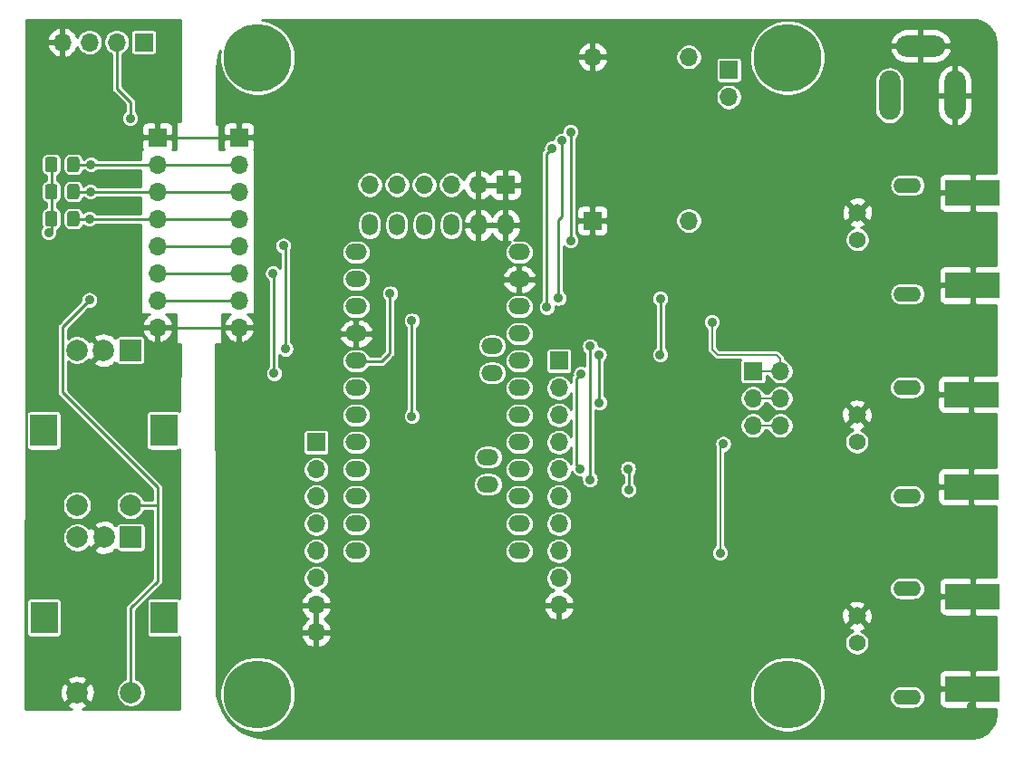
<source format=gbr>
G04 #@! TF.GenerationSoftware,KiCad,Pcbnew,(5.1.5)-3*
G04 #@! TF.CreationDate,2021-08-26T05:57:35-04:00*
G04 #@! TF.ProjectId,VFO-003,56464f2d-3030-4332-9e6b-696361645f70,1*
G04 #@! TF.SameCoordinates,Original*
G04 #@! TF.FileFunction,Copper,L2,Bot*
G04 #@! TF.FilePolarity,Positive*
%FSLAX46Y46*%
G04 Gerber Fmt 4.6, Leading zero omitted, Abs format (unit mm)*
G04 Created by KiCad (PCBNEW (5.1.5)-3) date 2021-08-26 05:57:35*
%MOMM*%
%LPD*%
G04 APERTURE LIST*
%ADD10O,1.524000X2.000000*%
%ADD11O,2.000000X1.524000*%
%ADD12O,1.700000X1.700000*%
%ADD13R,1.700000X1.700000*%
%ADD14C,1.574800*%
%ADD15C,1.651000*%
%ADD16O,2.600000X1.400000*%
%ADD17C,2.000000*%
%ADD18R,2.500000X3.000000*%
%ADD19R,2.000000X2.000000*%
%ADD20O,4.600000X2.000000*%
%ADD21O,2.000000X4.600000*%
%ADD22C,0.150000*%
%ADD23C,6.350000*%
%ADD24R,5.080000X2.413000*%
%ADD25C,0.889000*%
%ADD26C,0.254000*%
%ADD27C,0.152400*%
G04 APERTURE END LIST*
D10*
X128981200Y-48133000D03*
X131521200Y-48133000D03*
X134061200Y-48133000D03*
X136601200Y-48133000D03*
X139141200Y-48133000D03*
X141681200Y-48133000D03*
D11*
X127711200Y-50673000D03*
X127711200Y-53213000D03*
X127711200Y-55753000D03*
X127711200Y-58293000D03*
X127711200Y-60833000D03*
X127711200Y-63373000D03*
X127711200Y-65913000D03*
X127711200Y-68453000D03*
X127711200Y-70993000D03*
X127711200Y-73533000D03*
X127711200Y-76073000D03*
X127711200Y-78613000D03*
X142951200Y-50673000D03*
X142951200Y-53213000D03*
X142951200Y-55753000D03*
X142951200Y-58293000D03*
X142951200Y-60833000D03*
X142951200Y-63373000D03*
X142951200Y-65913000D03*
X142951200Y-68453000D03*
X142951200Y-70993000D03*
X142951200Y-73533000D03*
X142951200Y-76073000D03*
X142951200Y-78613000D03*
X140411200Y-59436000D03*
X140411200Y-61976000D03*
X140030200Y-69850000D03*
X140030200Y-72390000D03*
D12*
X128981200Y-44373800D03*
X131521200Y-44373800D03*
X134061200Y-44373800D03*
X136601200Y-44373800D03*
X139141200Y-44373800D03*
D13*
X141681200Y-44373800D03*
D14*
X174500000Y-87200000D03*
D15*
X174500000Y-84660000D03*
D16*
X179180000Y-82120000D03*
X179180000Y-92280000D03*
D14*
X174500000Y-68400000D03*
D15*
X174500000Y-65860000D03*
D16*
X179180000Y-63320000D03*
X179180000Y-73480000D03*
D14*
X174545000Y-49500000D03*
D15*
X174545000Y-46960000D03*
D16*
X179225000Y-44420000D03*
X179225000Y-54580000D03*
D12*
X158789400Y-32420000D03*
X158789400Y-47720000D03*
X149789400Y-32420000D03*
D13*
X149789400Y-47720000D03*
D12*
X100250000Y-31040000D03*
X102790000Y-31040000D03*
X105330000Y-31040000D03*
D13*
X107870000Y-31040000D03*
D17*
X101625400Y-74343600D03*
X106625400Y-74343600D03*
D18*
X98525400Y-67343600D03*
X109725400Y-67343600D03*
D17*
X101625400Y-59843600D03*
X104125400Y-59843600D03*
D19*
X106625400Y-59843600D03*
D12*
X109140000Y-57710000D03*
X109140000Y-55170000D03*
X109140000Y-52630000D03*
X109140000Y-50090000D03*
X109140000Y-47550000D03*
X109140000Y-45010000D03*
X109140000Y-42470000D03*
D13*
X109140000Y-39930000D03*
D12*
X116760000Y-57710000D03*
X116760000Y-55170000D03*
X116760000Y-52630000D03*
X116760000Y-50090000D03*
X116760000Y-47550000D03*
X116760000Y-45010000D03*
X116760000Y-42470000D03*
D13*
X116760000Y-39930000D03*
D20*
X180442000Y-31400000D03*
D21*
X177542000Y-36000000D03*
X183642000Y-36000000D03*
G04 #@! TA.AperFunction,SMDPad,CuDef*
D22*
G36*
X101624505Y-44311204D02*
G01*
X101648773Y-44314804D01*
X101672572Y-44320765D01*
X101695671Y-44329030D01*
X101717850Y-44339520D01*
X101738893Y-44352132D01*
X101758599Y-44366747D01*
X101776777Y-44383223D01*
X101793253Y-44401401D01*
X101807868Y-44421107D01*
X101820480Y-44442150D01*
X101830970Y-44464329D01*
X101839235Y-44487428D01*
X101845196Y-44511227D01*
X101848796Y-44535495D01*
X101850000Y-44559999D01*
X101850000Y-45460001D01*
X101848796Y-45484505D01*
X101845196Y-45508773D01*
X101839235Y-45532572D01*
X101830970Y-45555671D01*
X101820480Y-45577850D01*
X101807868Y-45598893D01*
X101793253Y-45618599D01*
X101776777Y-45636777D01*
X101758599Y-45653253D01*
X101738893Y-45667868D01*
X101717850Y-45680480D01*
X101695671Y-45690970D01*
X101672572Y-45699235D01*
X101648773Y-45705196D01*
X101624505Y-45708796D01*
X101600001Y-45710000D01*
X100949999Y-45710000D01*
X100925495Y-45708796D01*
X100901227Y-45705196D01*
X100877428Y-45699235D01*
X100854329Y-45690970D01*
X100832150Y-45680480D01*
X100811107Y-45667868D01*
X100791401Y-45653253D01*
X100773223Y-45636777D01*
X100756747Y-45618599D01*
X100742132Y-45598893D01*
X100729520Y-45577850D01*
X100719030Y-45555671D01*
X100710765Y-45532572D01*
X100704804Y-45508773D01*
X100701204Y-45484505D01*
X100700000Y-45460001D01*
X100700000Y-44559999D01*
X100701204Y-44535495D01*
X100704804Y-44511227D01*
X100710765Y-44487428D01*
X100719030Y-44464329D01*
X100729520Y-44442150D01*
X100742132Y-44421107D01*
X100756747Y-44401401D01*
X100773223Y-44383223D01*
X100791401Y-44366747D01*
X100811107Y-44352132D01*
X100832150Y-44339520D01*
X100854329Y-44329030D01*
X100877428Y-44320765D01*
X100901227Y-44314804D01*
X100925495Y-44311204D01*
X100949999Y-44310000D01*
X101600001Y-44310000D01*
X101624505Y-44311204D01*
G37*
G04 #@! TD.AperFunction*
G04 #@! TA.AperFunction,SMDPad,CuDef*
G36*
X99574505Y-44311204D02*
G01*
X99598773Y-44314804D01*
X99622572Y-44320765D01*
X99645671Y-44329030D01*
X99667850Y-44339520D01*
X99688893Y-44352132D01*
X99708599Y-44366747D01*
X99726777Y-44383223D01*
X99743253Y-44401401D01*
X99757868Y-44421107D01*
X99770480Y-44442150D01*
X99780970Y-44464329D01*
X99789235Y-44487428D01*
X99795196Y-44511227D01*
X99798796Y-44535495D01*
X99800000Y-44559999D01*
X99800000Y-45460001D01*
X99798796Y-45484505D01*
X99795196Y-45508773D01*
X99789235Y-45532572D01*
X99780970Y-45555671D01*
X99770480Y-45577850D01*
X99757868Y-45598893D01*
X99743253Y-45618599D01*
X99726777Y-45636777D01*
X99708599Y-45653253D01*
X99688893Y-45667868D01*
X99667850Y-45680480D01*
X99645671Y-45690970D01*
X99622572Y-45699235D01*
X99598773Y-45705196D01*
X99574505Y-45708796D01*
X99550001Y-45710000D01*
X98899999Y-45710000D01*
X98875495Y-45708796D01*
X98851227Y-45705196D01*
X98827428Y-45699235D01*
X98804329Y-45690970D01*
X98782150Y-45680480D01*
X98761107Y-45667868D01*
X98741401Y-45653253D01*
X98723223Y-45636777D01*
X98706747Y-45618599D01*
X98692132Y-45598893D01*
X98679520Y-45577850D01*
X98669030Y-45555671D01*
X98660765Y-45532572D01*
X98654804Y-45508773D01*
X98651204Y-45484505D01*
X98650000Y-45460001D01*
X98650000Y-44559999D01*
X98651204Y-44535495D01*
X98654804Y-44511227D01*
X98660765Y-44487428D01*
X98669030Y-44464329D01*
X98679520Y-44442150D01*
X98692132Y-44421107D01*
X98706747Y-44401401D01*
X98723223Y-44383223D01*
X98741401Y-44366747D01*
X98761107Y-44352132D01*
X98782150Y-44339520D01*
X98804329Y-44329030D01*
X98827428Y-44320765D01*
X98851227Y-44314804D01*
X98875495Y-44311204D01*
X98899999Y-44310000D01*
X99550001Y-44310000D01*
X99574505Y-44311204D01*
G37*
G04 #@! TD.AperFunction*
G04 #@! TA.AperFunction,SMDPad,CuDef*
G36*
X101624505Y-41771204D02*
G01*
X101648773Y-41774804D01*
X101672572Y-41780765D01*
X101695671Y-41789030D01*
X101717850Y-41799520D01*
X101738893Y-41812132D01*
X101758599Y-41826747D01*
X101776777Y-41843223D01*
X101793253Y-41861401D01*
X101807868Y-41881107D01*
X101820480Y-41902150D01*
X101830970Y-41924329D01*
X101839235Y-41947428D01*
X101845196Y-41971227D01*
X101848796Y-41995495D01*
X101850000Y-42019999D01*
X101850000Y-42920001D01*
X101848796Y-42944505D01*
X101845196Y-42968773D01*
X101839235Y-42992572D01*
X101830970Y-43015671D01*
X101820480Y-43037850D01*
X101807868Y-43058893D01*
X101793253Y-43078599D01*
X101776777Y-43096777D01*
X101758599Y-43113253D01*
X101738893Y-43127868D01*
X101717850Y-43140480D01*
X101695671Y-43150970D01*
X101672572Y-43159235D01*
X101648773Y-43165196D01*
X101624505Y-43168796D01*
X101600001Y-43170000D01*
X100949999Y-43170000D01*
X100925495Y-43168796D01*
X100901227Y-43165196D01*
X100877428Y-43159235D01*
X100854329Y-43150970D01*
X100832150Y-43140480D01*
X100811107Y-43127868D01*
X100791401Y-43113253D01*
X100773223Y-43096777D01*
X100756747Y-43078599D01*
X100742132Y-43058893D01*
X100729520Y-43037850D01*
X100719030Y-43015671D01*
X100710765Y-42992572D01*
X100704804Y-42968773D01*
X100701204Y-42944505D01*
X100700000Y-42920001D01*
X100700000Y-42019999D01*
X100701204Y-41995495D01*
X100704804Y-41971227D01*
X100710765Y-41947428D01*
X100719030Y-41924329D01*
X100729520Y-41902150D01*
X100742132Y-41881107D01*
X100756747Y-41861401D01*
X100773223Y-41843223D01*
X100791401Y-41826747D01*
X100811107Y-41812132D01*
X100832150Y-41799520D01*
X100854329Y-41789030D01*
X100877428Y-41780765D01*
X100901227Y-41774804D01*
X100925495Y-41771204D01*
X100949999Y-41770000D01*
X101600001Y-41770000D01*
X101624505Y-41771204D01*
G37*
G04 #@! TD.AperFunction*
G04 #@! TA.AperFunction,SMDPad,CuDef*
G36*
X99574505Y-41771204D02*
G01*
X99598773Y-41774804D01*
X99622572Y-41780765D01*
X99645671Y-41789030D01*
X99667850Y-41799520D01*
X99688893Y-41812132D01*
X99708599Y-41826747D01*
X99726777Y-41843223D01*
X99743253Y-41861401D01*
X99757868Y-41881107D01*
X99770480Y-41902150D01*
X99780970Y-41924329D01*
X99789235Y-41947428D01*
X99795196Y-41971227D01*
X99798796Y-41995495D01*
X99800000Y-42019999D01*
X99800000Y-42920001D01*
X99798796Y-42944505D01*
X99795196Y-42968773D01*
X99789235Y-42992572D01*
X99780970Y-43015671D01*
X99770480Y-43037850D01*
X99757868Y-43058893D01*
X99743253Y-43078599D01*
X99726777Y-43096777D01*
X99708599Y-43113253D01*
X99688893Y-43127868D01*
X99667850Y-43140480D01*
X99645671Y-43150970D01*
X99622572Y-43159235D01*
X99598773Y-43165196D01*
X99574505Y-43168796D01*
X99550001Y-43170000D01*
X98899999Y-43170000D01*
X98875495Y-43168796D01*
X98851227Y-43165196D01*
X98827428Y-43159235D01*
X98804329Y-43150970D01*
X98782150Y-43140480D01*
X98761107Y-43127868D01*
X98741401Y-43113253D01*
X98723223Y-43096777D01*
X98706747Y-43078599D01*
X98692132Y-43058893D01*
X98679520Y-43037850D01*
X98669030Y-43015671D01*
X98660765Y-42992572D01*
X98654804Y-42968773D01*
X98651204Y-42944505D01*
X98650000Y-42920001D01*
X98650000Y-42019999D01*
X98651204Y-41995495D01*
X98654804Y-41971227D01*
X98660765Y-41947428D01*
X98669030Y-41924329D01*
X98679520Y-41902150D01*
X98692132Y-41881107D01*
X98706747Y-41861401D01*
X98723223Y-41843223D01*
X98741401Y-41826747D01*
X98761107Y-41812132D01*
X98782150Y-41799520D01*
X98804329Y-41789030D01*
X98827428Y-41780765D01*
X98851227Y-41774804D01*
X98875495Y-41771204D01*
X98899999Y-41770000D01*
X99550001Y-41770000D01*
X99574505Y-41771204D01*
G37*
G04 #@! TD.AperFunction*
G04 #@! TA.AperFunction,SMDPad,CuDef*
G36*
X101624505Y-46851204D02*
G01*
X101648773Y-46854804D01*
X101672572Y-46860765D01*
X101695671Y-46869030D01*
X101717850Y-46879520D01*
X101738893Y-46892132D01*
X101758599Y-46906747D01*
X101776777Y-46923223D01*
X101793253Y-46941401D01*
X101807868Y-46961107D01*
X101820480Y-46982150D01*
X101830970Y-47004329D01*
X101839235Y-47027428D01*
X101845196Y-47051227D01*
X101848796Y-47075495D01*
X101850000Y-47099999D01*
X101850000Y-48000001D01*
X101848796Y-48024505D01*
X101845196Y-48048773D01*
X101839235Y-48072572D01*
X101830970Y-48095671D01*
X101820480Y-48117850D01*
X101807868Y-48138893D01*
X101793253Y-48158599D01*
X101776777Y-48176777D01*
X101758599Y-48193253D01*
X101738893Y-48207868D01*
X101717850Y-48220480D01*
X101695671Y-48230970D01*
X101672572Y-48239235D01*
X101648773Y-48245196D01*
X101624505Y-48248796D01*
X101600001Y-48250000D01*
X100949999Y-48250000D01*
X100925495Y-48248796D01*
X100901227Y-48245196D01*
X100877428Y-48239235D01*
X100854329Y-48230970D01*
X100832150Y-48220480D01*
X100811107Y-48207868D01*
X100791401Y-48193253D01*
X100773223Y-48176777D01*
X100756747Y-48158599D01*
X100742132Y-48138893D01*
X100729520Y-48117850D01*
X100719030Y-48095671D01*
X100710765Y-48072572D01*
X100704804Y-48048773D01*
X100701204Y-48024505D01*
X100700000Y-48000001D01*
X100700000Y-47099999D01*
X100701204Y-47075495D01*
X100704804Y-47051227D01*
X100710765Y-47027428D01*
X100719030Y-47004329D01*
X100729520Y-46982150D01*
X100742132Y-46961107D01*
X100756747Y-46941401D01*
X100773223Y-46923223D01*
X100791401Y-46906747D01*
X100811107Y-46892132D01*
X100832150Y-46879520D01*
X100854329Y-46869030D01*
X100877428Y-46860765D01*
X100901227Y-46854804D01*
X100925495Y-46851204D01*
X100949999Y-46850000D01*
X101600001Y-46850000D01*
X101624505Y-46851204D01*
G37*
G04 #@! TD.AperFunction*
G04 #@! TA.AperFunction,SMDPad,CuDef*
G36*
X99574505Y-46851204D02*
G01*
X99598773Y-46854804D01*
X99622572Y-46860765D01*
X99645671Y-46869030D01*
X99667850Y-46879520D01*
X99688893Y-46892132D01*
X99708599Y-46906747D01*
X99726777Y-46923223D01*
X99743253Y-46941401D01*
X99757868Y-46961107D01*
X99770480Y-46982150D01*
X99780970Y-47004329D01*
X99789235Y-47027428D01*
X99795196Y-47051227D01*
X99798796Y-47075495D01*
X99800000Y-47099999D01*
X99800000Y-48000001D01*
X99798796Y-48024505D01*
X99795196Y-48048773D01*
X99789235Y-48072572D01*
X99780970Y-48095671D01*
X99770480Y-48117850D01*
X99757868Y-48138893D01*
X99743253Y-48158599D01*
X99726777Y-48176777D01*
X99708599Y-48193253D01*
X99688893Y-48207868D01*
X99667850Y-48220480D01*
X99645671Y-48230970D01*
X99622572Y-48239235D01*
X99598773Y-48245196D01*
X99574505Y-48248796D01*
X99550001Y-48250000D01*
X98899999Y-48250000D01*
X98875495Y-48248796D01*
X98851227Y-48245196D01*
X98827428Y-48239235D01*
X98804329Y-48230970D01*
X98782150Y-48220480D01*
X98761107Y-48207868D01*
X98741401Y-48193253D01*
X98723223Y-48176777D01*
X98706747Y-48158599D01*
X98692132Y-48138893D01*
X98679520Y-48117850D01*
X98669030Y-48095671D01*
X98660765Y-48072572D01*
X98654804Y-48048773D01*
X98651204Y-48024505D01*
X98650000Y-48000001D01*
X98650000Y-47099999D01*
X98651204Y-47075495D01*
X98654804Y-47051227D01*
X98660765Y-47027428D01*
X98669030Y-47004329D01*
X98679520Y-46982150D01*
X98692132Y-46961107D01*
X98706747Y-46941401D01*
X98723223Y-46923223D01*
X98741401Y-46906747D01*
X98761107Y-46892132D01*
X98782150Y-46879520D01*
X98804329Y-46869030D01*
X98827428Y-46860765D01*
X98851227Y-46854804D01*
X98875495Y-46851204D01*
X98899999Y-46850000D01*
X99550001Y-46850000D01*
X99574505Y-46851204D01*
G37*
G04 #@! TD.AperFunction*
D19*
X106650800Y-77344200D03*
D17*
X104150800Y-77344200D03*
X101650800Y-77344200D03*
D18*
X109750800Y-84844200D03*
X98550800Y-84844200D03*
D17*
X106650800Y-91844200D03*
X101650800Y-91844200D03*
D23*
X168000000Y-32500000D03*
X118500000Y-92000000D03*
X168000000Y-92000000D03*
X118500000Y-32500000D03*
D12*
X162530800Y-36170800D03*
D13*
X162530800Y-33630800D03*
D24*
X185300000Y-53768000D03*
X185300000Y-45132000D03*
X185200000Y-72618000D03*
X185200000Y-63982000D03*
X185300000Y-91518000D03*
X185300000Y-82882000D03*
D13*
X146659600Y-60833000D03*
D12*
X146659600Y-63373000D03*
X146659600Y-65913000D03*
X146659600Y-68453000D03*
X146659600Y-70993000D03*
X146659600Y-73533000D03*
X146659600Y-76073000D03*
X146659600Y-78613000D03*
X146659600Y-81153000D03*
X146659600Y-83693000D03*
D13*
X164795200Y-61798200D03*
D12*
X167335200Y-61798200D03*
X164795200Y-64338200D03*
X167335200Y-64338200D03*
X164795200Y-66878200D03*
X167335200Y-66878200D03*
D13*
X123977400Y-68453000D03*
D12*
X123977400Y-70993000D03*
X123977400Y-73533000D03*
X123977400Y-76073000D03*
X123977400Y-78613000D03*
X123977400Y-81153000D03*
X123977400Y-83693000D03*
X123977400Y-86233000D03*
D25*
X185200000Y-77900000D03*
X185200000Y-93100000D03*
X185300000Y-43050000D03*
X185300000Y-56250000D03*
X185200000Y-61500000D03*
X169160200Y-49785200D03*
X160607666Y-65342620D03*
X159686000Y-58726000D03*
X167814000Y-46534000D03*
X169338000Y-79300000D03*
X160702000Y-62028000D03*
X150288000Y-51106000D03*
X150288000Y-53646000D03*
X150542000Y-56186000D03*
X157146000Y-77522000D03*
X155956000Y-66294000D03*
X98980000Y-48820000D03*
X119938800Y-52654200D03*
X120040400Y-62001400D03*
X148731344Y-62026800D03*
X148640800Y-70916800D03*
X153162000Y-72898000D03*
X153111200Y-70916800D03*
X106600000Y-38152000D03*
X120904000Y-50063400D03*
X121107200Y-59715400D03*
X149556844Y-59469937D03*
X149555200Y-71932800D03*
X102790000Y-47550000D03*
X102790000Y-55144600D03*
X102891600Y-45010000D03*
X102917000Y-42470000D03*
X161718000Y-78792000D03*
X162000000Y-68604000D03*
X160956000Y-57202000D03*
X146022118Y-40946719D03*
X145516600Y-55829200D03*
X147748000Y-49582000D03*
X147751800Y-39420800D03*
X146926300Y-40247500D03*
X146621500Y-54965600D03*
X130886200Y-54533800D03*
X156133800Y-55016400D03*
X156108400Y-60248800D03*
X150444200Y-64744600D03*
X150393400Y-60248800D03*
X132918200Y-57073800D03*
X132918200Y-66014600D03*
D26*
X109140000Y-57710000D02*
X116760000Y-57710000D01*
X109140000Y-39930000D02*
X116760000Y-39930000D01*
X99225000Y-42470000D02*
X99225000Y-45010000D01*
X99225000Y-45010000D02*
X99225000Y-47550000D01*
X99225000Y-47550000D02*
X99225000Y-48575000D01*
X99225000Y-48575000D02*
X98980000Y-48820000D01*
X109140000Y-55170000D02*
X116760000Y-55170000D01*
X109140000Y-52630000D02*
X116760000Y-52630000D01*
X120040400Y-52755800D02*
X119938800Y-52654200D01*
X120040400Y-62001400D02*
X120040400Y-52755800D01*
X148286845Y-70562845D02*
X148640800Y-70916800D01*
X148731344Y-62026800D02*
X148286845Y-62471299D01*
X148286845Y-62471299D02*
X148286845Y-70562845D01*
X153162000Y-70967600D02*
X153111200Y-70916800D01*
X153162000Y-72898000D02*
X153162000Y-70967600D01*
X106600000Y-38152000D02*
X106600000Y-36628000D01*
X105330000Y-35358000D02*
X105330000Y-31040000D01*
X106600000Y-36628000D02*
X105330000Y-35358000D01*
X109140000Y-50090000D02*
X116760000Y-50090000D01*
X121107200Y-50266600D02*
X120904000Y-50063400D01*
X121107200Y-59715400D02*
X121107200Y-50266600D01*
X149556844Y-71931156D02*
X149555200Y-71932800D01*
X149556844Y-67359156D02*
X149556844Y-71931156D01*
X149556844Y-59469937D02*
X149556844Y-67359156D01*
X101275000Y-47550000D02*
X109140000Y-47550000D01*
X109140000Y-47550000D02*
X116760000Y-47550000D01*
X106650800Y-91844200D02*
X106650800Y-83922800D01*
X106650800Y-83922800D02*
X109140000Y-81433600D01*
X109140000Y-74347000D02*
X109140000Y-72670600D01*
X100244399Y-57690201D02*
X102790000Y-55144600D01*
X100244399Y-63774999D02*
X100244399Y-57690201D01*
X109140000Y-72670600D02*
X100244399Y-63774999D01*
X108039613Y-74343600D02*
X108043013Y-74347000D01*
X106625400Y-74343600D02*
X108039613Y-74343600D01*
X108043013Y-74347000D02*
X109140000Y-74347000D01*
X109140000Y-81433600D02*
X109140000Y-74347000D01*
X106355000Y-45010000D02*
X109140000Y-45010000D01*
X109140000Y-45010000D02*
X111005132Y-45010000D01*
X111005132Y-45010000D02*
X111005151Y-45010019D01*
X109140000Y-45010000D02*
X102891600Y-45010000D01*
X102891600Y-45010000D02*
X101275000Y-45010000D01*
X109140000Y-45010000D02*
X116760000Y-45010000D01*
X106355000Y-42470000D02*
X109140000Y-42470000D01*
X109140000Y-42470000D02*
X116760000Y-42470000D01*
X101275000Y-42470000D02*
X102917000Y-42470000D01*
X102917000Y-42470000D02*
X109140000Y-42470000D01*
D27*
X161718000Y-78792000D02*
X161718000Y-68886000D01*
X161718000Y-68886000D02*
X162000000Y-68604000D01*
X165997281Y-66878200D02*
X167335200Y-66878200D01*
X164795200Y-66878200D02*
X165997281Y-66878200D01*
X164795200Y-64338200D02*
X167335200Y-64338200D01*
X160956000Y-59742000D02*
X160956000Y-57202000D01*
X165797600Y-61798200D02*
X167335200Y-61798200D01*
X164795200Y-61798200D02*
X165797600Y-61798200D01*
X167335200Y-60596119D02*
X167013281Y-60274200D01*
X167335200Y-61798200D02*
X167335200Y-60596119D01*
X161488200Y-60274200D02*
X160956000Y-59742000D01*
X167013281Y-60274200D02*
X161488200Y-60274200D01*
D26*
X146022118Y-40946719D02*
X145516600Y-41452237D01*
X145516600Y-41452237D02*
X145516600Y-55829200D01*
X147751800Y-49578200D02*
X147748000Y-49582000D01*
X147751800Y-39420800D02*
X147751800Y-49578200D01*
X146621500Y-54965600D02*
X146621500Y-47637700D01*
X146926300Y-47332900D02*
X146621500Y-47637700D01*
X146926300Y-40247500D02*
X146926300Y-47332900D01*
X130098800Y-60883800D02*
X128346200Y-60883800D01*
X130886200Y-60096400D02*
X130098800Y-60883800D01*
X130886200Y-54533800D02*
X130886200Y-60096400D01*
X156133800Y-55016400D02*
X156133800Y-60223400D01*
X156133800Y-60223400D02*
X156108400Y-60248800D01*
X150444200Y-60299600D02*
X150393400Y-60248800D01*
X150444200Y-64744600D02*
X150444200Y-60299600D01*
X132918200Y-57073800D02*
X132918200Y-66014600D01*
G36*
X111249001Y-38481000D02*
G01*
X110998000Y-38481000D01*
X110973224Y-38483440D01*
X110949399Y-38490667D01*
X110927443Y-38502403D01*
X110908197Y-38518197D01*
X110892403Y-38537443D01*
X110880667Y-38559399D01*
X110873440Y-38583224D01*
X110871000Y-38608000D01*
X110871000Y-41098400D01*
X110539830Y-41098400D01*
X110579502Y-41024180D01*
X110615812Y-40904482D01*
X110628072Y-40780000D01*
X110625000Y-40215750D01*
X110466250Y-40057000D01*
X109267000Y-40057000D01*
X109267000Y-40077000D01*
X109013000Y-40077000D01*
X109013000Y-40057000D01*
X107813750Y-40057000D01*
X107655000Y-40215750D01*
X107651928Y-40780000D01*
X107664188Y-40904482D01*
X107700498Y-41024180D01*
X107740170Y-41098400D01*
X107692200Y-41098400D01*
X107667424Y-41100840D01*
X107643599Y-41108067D01*
X107621643Y-41119803D01*
X107602397Y-41135597D01*
X107586603Y-41154843D01*
X107574867Y-41176799D01*
X107567640Y-41200624D01*
X107565200Y-41225186D01*
X107563960Y-41962000D01*
X103570385Y-41962000D01*
X103558208Y-41943775D01*
X103443225Y-41828792D01*
X103308021Y-41738452D01*
X103157789Y-41676224D01*
X102998305Y-41644500D01*
X102835695Y-41644500D01*
X102676211Y-41676224D01*
X102525979Y-41738452D01*
X102390775Y-41828792D01*
X102275792Y-41943775D01*
X102263615Y-41962000D01*
X102227131Y-41962000D01*
X102220683Y-41896538D01*
X102184671Y-41777821D01*
X102126190Y-41668411D01*
X102047488Y-41572512D01*
X101951589Y-41493810D01*
X101842179Y-41435329D01*
X101723462Y-41399317D01*
X101600001Y-41387157D01*
X100949999Y-41387157D01*
X100826538Y-41399317D01*
X100707821Y-41435329D01*
X100598411Y-41493810D01*
X100502512Y-41572512D01*
X100423810Y-41668411D01*
X100365329Y-41777821D01*
X100329317Y-41896538D01*
X100317157Y-42019999D01*
X100317157Y-42920001D01*
X100329317Y-43043462D01*
X100365329Y-43162179D01*
X100423810Y-43271589D01*
X100502512Y-43367488D01*
X100598411Y-43446190D01*
X100707821Y-43504671D01*
X100826538Y-43540683D01*
X100949999Y-43552843D01*
X101600001Y-43552843D01*
X101723462Y-43540683D01*
X101842179Y-43504671D01*
X101951589Y-43446190D01*
X102047488Y-43367488D01*
X102126190Y-43271589D01*
X102184671Y-43162179D01*
X102220683Y-43043462D01*
X102227131Y-42978000D01*
X102263615Y-42978000D01*
X102275792Y-42996225D01*
X102390775Y-43111208D01*
X102525979Y-43201548D01*
X102676211Y-43263776D01*
X102835695Y-43295500D01*
X102998305Y-43295500D01*
X103157789Y-43263776D01*
X103308021Y-43201548D01*
X103443225Y-43111208D01*
X103558208Y-42996225D01*
X103570385Y-42978000D01*
X107562249Y-42978000D01*
X107559683Y-44502000D01*
X103544985Y-44502000D01*
X103532808Y-44483775D01*
X103417825Y-44368792D01*
X103282621Y-44278452D01*
X103132389Y-44216224D01*
X102972905Y-44184500D01*
X102810295Y-44184500D01*
X102650811Y-44216224D01*
X102500579Y-44278452D01*
X102365375Y-44368792D01*
X102250392Y-44483775D01*
X102238215Y-44502000D01*
X102227131Y-44502000D01*
X102220683Y-44436538D01*
X102184671Y-44317821D01*
X102126190Y-44208411D01*
X102047488Y-44112512D01*
X101951589Y-44033810D01*
X101842179Y-43975329D01*
X101723462Y-43939317D01*
X101600001Y-43927157D01*
X100949999Y-43927157D01*
X100826538Y-43939317D01*
X100707821Y-43975329D01*
X100598411Y-44033810D01*
X100502512Y-44112512D01*
X100423810Y-44208411D01*
X100365329Y-44317821D01*
X100329317Y-44436538D01*
X100317157Y-44559999D01*
X100317157Y-45460001D01*
X100329317Y-45583462D01*
X100365329Y-45702179D01*
X100423810Y-45811589D01*
X100502512Y-45907488D01*
X100598411Y-45986190D01*
X100707821Y-46044671D01*
X100826538Y-46080683D01*
X100949999Y-46092843D01*
X101600001Y-46092843D01*
X101723462Y-46080683D01*
X101842179Y-46044671D01*
X101951589Y-45986190D01*
X102047488Y-45907488D01*
X102126190Y-45811589D01*
X102184671Y-45702179D01*
X102220683Y-45583462D01*
X102227131Y-45518000D01*
X102238215Y-45518000D01*
X102250392Y-45536225D01*
X102365375Y-45651208D01*
X102500579Y-45741548D01*
X102650811Y-45803776D01*
X102810295Y-45835500D01*
X102972905Y-45835500D01*
X103132389Y-45803776D01*
X103282621Y-45741548D01*
X103417825Y-45651208D01*
X103532808Y-45536225D01*
X103544985Y-45518000D01*
X107557973Y-45518000D01*
X107555407Y-47042000D01*
X103443385Y-47042000D01*
X103431208Y-47023775D01*
X103316225Y-46908792D01*
X103181021Y-46818452D01*
X103030789Y-46756224D01*
X102871305Y-46724500D01*
X102708695Y-46724500D01*
X102549211Y-46756224D01*
X102398979Y-46818452D01*
X102263775Y-46908792D01*
X102214945Y-46957622D01*
X102184671Y-46857821D01*
X102126190Y-46748411D01*
X102047488Y-46652512D01*
X101951589Y-46573810D01*
X101842179Y-46515329D01*
X101723462Y-46479317D01*
X101600001Y-46467157D01*
X100949999Y-46467157D01*
X100826538Y-46479317D01*
X100707821Y-46515329D01*
X100598411Y-46573810D01*
X100502512Y-46652512D01*
X100423810Y-46748411D01*
X100365329Y-46857821D01*
X100329317Y-46976538D01*
X100317157Y-47099999D01*
X100317157Y-48000001D01*
X100329317Y-48123462D01*
X100365329Y-48242179D01*
X100423810Y-48351589D01*
X100502512Y-48447488D01*
X100598411Y-48526190D01*
X100707821Y-48584671D01*
X100826538Y-48620683D01*
X100949999Y-48632843D01*
X101600001Y-48632843D01*
X101723462Y-48620683D01*
X101842179Y-48584671D01*
X101951589Y-48526190D01*
X102047488Y-48447488D01*
X102126190Y-48351589D01*
X102184671Y-48242179D01*
X102214945Y-48142378D01*
X102263775Y-48191208D01*
X102398979Y-48281548D01*
X102549211Y-48343776D01*
X102708695Y-48375500D01*
X102871305Y-48375500D01*
X103030789Y-48343776D01*
X103181021Y-48281548D01*
X103316225Y-48191208D01*
X103431208Y-48076225D01*
X103443385Y-48058000D01*
X107553697Y-48058000D01*
X107539800Y-56312786D01*
X107542199Y-56337567D01*
X107549386Y-56361403D01*
X107561085Y-56383380D01*
X107576846Y-56402651D01*
X107596065Y-56418478D01*
X107618002Y-56430251D01*
X107641814Y-56437518D01*
X107666800Y-56440000D01*
X108384255Y-56440000D01*
X108258645Y-56514822D01*
X108042412Y-56709731D01*
X107868359Y-56943080D01*
X107743175Y-57205901D01*
X107698524Y-57353110D01*
X107819845Y-57583000D01*
X109013000Y-57583000D01*
X109013000Y-57563000D01*
X109267000Y-57563000D01*
X109267000Y-57583000D01*
X110460155Y-57583000D01*
X110581476Y-57353110D01*
X110536825Y-57205901D01*
X110411641Y-56943080D01*
X110237588Y-56709731D01*
X110021355Y-56514822D01*
X109895745Y-56440000D01*
X110871000Y-56440000D01*
X110871000Y-59182000D01*
X110873440Y-59206776D01*
X110880667Y-59230601D01*
X110892403Y-59252557D01*
X110908197Y-59271803D01*
X110927443Y-59287597D01*
X110949399Y-59299333D01*
X110973224Y-59306560D01*
X110998000Y-59309000D01*
X111248615Y-59309000D01*
X111244077Y-65571220D01*
X111188096Y-65525278D01*
X111121908Y-65489899D01*
X111050089Y-65468113D01*
X110975400Y-65460757D01*
X108475400Y-65460757D01*
X108400711Y-65468113D01*
X108328892Y-65489899D01*
X108262704Y-65525278D01*
X108204689Y-65572889D01*
X108157078Y-65630904D01*
X108121699Y-65697092D01*
X108099913Y-65768911D01*
X108092557Y-65843600D01*
X108092557Y-68843600D01*
X108099913Y-68918289D01*
X108121699Y-68990108D01*
X108157078Y-69056296D01*
X108204689Y-69114311D01*
X108262704Y-69161922D01*
X108328892Y-69197301D01*
X108400711Y-69219087D01*
X108475400Y-69226443D01*
X110975400Y-69226443D01*
X111050089Y-69219087D01*
X111121908Y-69197301D01*
X111188096Y-69161922D01*
X111241507Y-69118090D01*
X111231418Y-83040586D01*
X111213496Y-83025878D01*
X111147308Y-82990499D01*
X111075489Y-82968713D01*
X111000800Y-82961357D01*
X108500800Y-82961357D01*
X108426111Y-82968713D01*
X108354292Y-82990499D01*
X108288104Y-83025878D01*
X108230089Y-83073489D01*
X108182478Y-83131504D01*
X108147099Y-83197692D01*
X108125313Y-83269511D01*
X108117957Y-83344200D01*
X108117957Y-86344200D01*
X108125313Y-86418889D01*
X108147099Y-86490708D01*
X108182478Y-86556896D01*
X108230089Y-86614911D01*
X108288104Y-86662522D01*
X108354292Y-86697901D01*
X108426111Y-86719687D01*
X108500800Y-86727043D01*
X111000800Y-86727043D01*
X111075489Y-86719687D01*
X111147308Y-86697901D01*
X111213496Y-86662522D01*
X111228802Y-86649961D01*
X111223912Y-93397800D01*
X102160882Y-93397800D01*
X102336888Y-93336995D01*
X102510844Y-93244014D01*
X102606608Y-92979613D01*
X101650800Y-92023805D01*
X100694992Y-92979613D01*
X100790756Y-93244014D01*
X101080371Y-93384904D01*
X101129558Y-93397800D01*
X96845767Y-93397800D01*
X96846346Y-91906795D01*
X100009082Y-91906795D01*
X100052839Y-92225875D01*
X100158005Y-92530288D01*
X100250986Y-92704244D01*
X100515387Y-92800008D01*
X101471195Y-91844200D01*
X101830405Y-91844200D01*
X102786213Y-92800008D01*
X103050614Y-92704244D01*
X103191504Y-92414629D01*
X103273184Y-92103092D01*
X103292518Y-91781605D01*
X103248761Y-91462525D01*
X103143595Y-91158112D01*
X103050614Y-90984156D01*
X102786213Y-90888392D01*
X101830405Y-91844200D01*
X101471195Y-91844200D01*
X100515387Y-90888392D01*
X100250986Y-90984156D01*
X100110096Y-91273771D01*
X100028416Y-91585308D01*
X100009082Y-91906795D01*
X96846346Y-91906795D01*
X96846811Y-90708787D01*
X100694992Y-90708787D01*
X101650800Y-91664595D01*
X102606608Y-90708787D01*
X102510844Y-90444386D01*
X102221229Y-90303496D01*
X101909692Y-90221816D01*
X101588205Y-90202482D01*
X101269125Y-90246239D01*
X100964712Y-90351405D01*
X100790756Y-90444386D01*
X100694992Y-90708787D01*
X96846811Y-90708787D01*
X96849675Y-83344200D01*
X96917957Y-83344200D01*
X96917957Y-86344200D01*
X96925313Y-86418889D01*
X96947099Y-86490708D01*
X96982478Y-86556896D01*
X97030089Y-86614911D01*
X97088104Y-86662522D01*
X97154292Y-86697901D01*
X97226111Y-86719687D01*
X97300800Y-86727043D01*
X99800800Y-86727043D01*
X99875489Y-86719687D01*
X99947308Y-86697901D01*
X100013496Y-86662522D01*
X100071511Y-86614911D01*
X100119122Y-86556896D01*
X100154501Y-86490708D01*
X100176287Y-86418889D01*
X100183643Y-86344200D01*
X100183643Y-83344200D01*
X100176287Y-83269511D01*
X100154501Y-83197692D01*
X100119122Y-83131504D01*
X100071511Y-83073489D01*
X100013496Y-83025878D01*
X99947308Y-82990499D01*
X99875489Y-82968713D01*
X99800800Y-82961357D01*
X97300800Y-82961357D01*
X97226111Y-82968713D01*
X97154292Y-82990499D01*
X97088104Y-83025878D01*
X97030089Y-83073489D01*
X96982478Y-83131504D01*
X96947099Y-83197692D01*
X96925313Y-83269511D01*
X96917957Y-83344200D01*
X96849675Y-83344200D01*
X96852060Y-77208183D01*
X100269800Y-77208183D01*
X100269800Y-77480217D01*
X100322871Y-77747023D01*
X100426974Y-77998349D01*
X100578107Y-78224536D01*
X100770464Y-78416893D01*
X100996651Y-78568026D01*
X101247977Y-78672129D01*
X101514783Y-78725200D01*
X101786817Y-78725200D01*
X102053623Y-78672129D01*
X102304949Y-78568026D01*
X102531136Y-78416893D01*
X102723493Y-78224536D01*
X102744793Y-78192658D01*
X102750986Y-78204244D01*
X103015387Y-78300008D01*
X103971195Y-77344200D01*
X103015387Y-76388392D01*
X102750986Y-76484156D01*
X102745115Y-76496224D01*
X102723493Y-76463864D01*
X102531136Y-76271507D01*
X102437269Y-76208787D01*
X103194992Y-76208787D01*
X104150800Y-77164595D01*
X104164943Y-77150453D01*
X104344548Y-77330058D01*
X104330405Y-77344200D01*
X104344548Y-77358343D01*
X104164943Y-77537948D01*
X104150800Y-77523805D01*
X103194992Y-78479613D01*
X103290756Y-78744014D01*
X103580371Y-78884904D01*
X103891908Y-78966584D01*
X104213395Y-78985918D01*
X104532475Y-78942161D01*
X104836888Y-78836995D01*
X105010844Y-78744014D01*
X105106607Y-78479615D01*
X105222275Y-78595283D01*
X105307462Y-78510096D01*
X105332478Y-78556896D01*
X105380089Y-78614911D01*
X105438104Y-78662522D01*
X105504292Y-78697901D01*
X105576111Y-78719687D01*
X105650800Y-78727043D01*
X107650800Y-78727043D01*
X107725489Y-78719687D01*
X107797308Y-78697901D01*
X107863496Y-78662522D01*
X107921511Y-78614911D01*
X107969122Y-78556896D01*
X108004501Y-78490708D01*
X108026287Y-78418889D01*
X108033643Y-78344200D01*
X108033643Y-76344200D01*
X108026287Y-76269511D01*
X108004501Y-76197692D01*
X107969122Y-76131504D01*
X107921511Y-76073489D01*
X107863496Y-76025878D01*
X107797308Y-75990499D01*
X107725489Y-75968713D01*
X107650800Y-75961357D01*
X105650800Y-75961357D01*
X105576111Y-75968713D01*
X105504292Y-75990499D01*
X105438104Y-76025878D01*
X105380089Y-76073489D01*
X105332478Y-76131504D01*
X105307462Y-76178304D01*
X105222275Y-76093117D01*
X105106607Y-76208785D01*
X105010844Y-75944386D01*
X104721229Y-75803496D01*
X104409692Y-75721816D01*
X104088205Y-75702482D01*
X103769125Y-75746239D01*
X103464712Y-75851405D01*
X103290756Y-75944386D01*
X103194992Y-76208787D01*
X102437269Y-76208787D01*
X102304949Y-76120374D01*
X102053623Y-76016271D01*
X101786817Y-75963200D01*
X101514783Y-75963200D01*
X101247977Y-76016271D01*
X100996651Y-76120374D01*
X100770464Y-76271507D01*
X100578107Y-76463864D01*
X100426974Y-76690051D01*
X100322871Y-76941377D01*
X100269800Y-77208183D01*
X96852060Y-77208183D01*
X96853227Y-74207583D01*
X100244400Y-74207583D01*
X100244400Y-74479617D01*
X100297471Y-74746423D01*
X100401574Y-74997749D01*
X100552707Y-75223936D01*
X100745064Y-75416293D01*
X100971251Y-75567426D01*
X101222577Y-75671529D01*
X101489383Y-75724600D01*
X101761417Y-75724600D01*
X102028223Y-75671529D01*
X102279549Y-75567426D01*
X102505736Y-75416293D01*
X102698093Y-75223936D01*
X102849226Y-74997749D01*
X102953329Y-74746423D01*
X103006400Y-74479617D01*
X103006400Y-74207583D01*
X102953329Y-73940777D01*
X102849226Y-73689451D01*
X102698093Y-73463264D01*
X102505736Y-73270907D01*
X102279549Y-73119774D01*
X102028223Y-73015671D01*
X101761417Y-72962600D01*
X101489383Y-72962600D01*
X101222577Y-73015671D01*
X100971251Y-73119774D01*
X100745064Y-73270907D01*
X100552707Y-73463264D01*
X100401574Y-73689451D01*
X100297471Y-73940777D01*
X100244400Y-74207583D01*
X96853227Y-74207583D01*
X96856480Y-65843600D01*
X96892557Y-65843600D01*
X96892557Y-68843600D01*
X96899913Y-68918289D01*
X96921699Y-68990108D01*
X96957078Y-69056296D01*
X97004689Y-69114311D01*
X97062704Y-69161922D01*
X97128892Y-69197301D01*
X97200711Y-69219087D01*
X97275400Y-69226443D01*
X99775400Y-69226443D01*
X99850089Y-69219087D01*
X99921908Y-69197301D01*
X99988096Y-69161922D01*
X100046111Y-69114311D01*
X100093722Y-69056296D01*
X100129101Y-68990108D01*
X100150887Y-68918289D01*
X100158243Y-68843600D01*
X100158243Y-65843600D01*
X100150887Y-65768911D01*
X100129101Y-65697092D01*
X100093722Y-65630904D01*
X100046111Y-65572889D01*
X99988096Y-65525278D01*
X99921908Y-65489899D01*
X99850089Y-65468113D01*
X99775400Y-65460757D01*
X97275400Y-65460757D01*
X97200711Y-65468113D01*
X97128892Y-65489899D01*
X97062704Y-65525278D01*
X97004689Y-65572889D01*
X96957078Y-65630904D01*
X96921699Y-65697092D01*
X96899913Y-65768911D01*
X96892557Y-65843600D01*
X96856480Y-65843600D01*
X96859649Y-57690201D01*
X99733942Y-57690201D01*
X99736400Y-57715155D01*
X99736399Y-63750055D01*
X99733942Y-63774999D01*
X99736399Y-63799943D01*
X99736399Y-63799945D01*
X99743750Y-63874583D01*
X99772798Y-63970341D01*
X99819970Y-64058594D01*
X99883451Y-64135947D01*
X99902834Y-64151854D01*
X108632001Y-72881021D01*
X108632000Y-73839000D01*
X108099082Y-73839000D01*
X108064560Y-73835600D01*
X108064557Y-73835600D01*
X108039613Y-73833143D01*
X108014669Y-73835600D01*
X107909763Y-73835600D01*
X107849226Y-73689451D01*
X107698093Y-73463264D01*
X107505736Y-73270907D01*
X107279549Y-73119774D01*
X107028223Y-73015671D01*
X106761417Y-72962600D01*
X106489383Y-72962600D01*
X106222577Y-73015671D01*
X105971251Y-73119774D01*
X105745064Y-73270907D01*
X105552707Y-73463264D01*
X105401574Y-73689451D01*
X105297471Y-73940777D01*
X105244400Y-74207583D01*
X105244400Y-74479617D01*
X105297471Y-74746423D01*
X105401574Y-74997749D01*
X105552707Y-75223936D01*
X105745064Y-75416293D01*
X105971251Y-75567426D01*
X106222577Y-75671529D01*
X106489383Y-75724600D01*
X106761417Y-75724600D01*
X107028223Y-75671529D01*
X107279549Y-75567426D01*
X107505736Y-75416293D01*
X107698093Y-75223936D01*
X107849226Y-74997749D01*
X107909763Y-74851600D01*
X107983544Y-74851600D01*
X108018066Y-74855000D01*
X108018068Y-74855000D01*
X108043012Y-74857457D01*
X108067956Y-74855000D01*
X108632001Y-74855000D01*
X108632000Y-81223179D01*
X106309230Y-83545950D01*
X106289853Y-83561852D01*
X106273951Y-83581229D01*
X106273950Y-83581230D01*
X106226371Y-83639205D01*
X106179200Y-83727457D01*
X106150152Y-83823216D01*
X106140343Y-83922800D01*
X106142801Y-83947754D01*
X106142800Y-90559837D01*
X105996651Y-90620374D01*
X105770464Y-90771507D01*
X105578107Y-90963864D01*
X105426974Y-91190051D01*
X105322871Y-91441377D01*
X105269800Y-91708183D01*
X105269800Y-91980217D01*
X105322871Y-92247023D01*
X105426974Y-92498349D01*
X105578107Y-92724536D01*
X105770464Y-92916893D01*
X105996651Y-93068026D01*
X106247977Y-93172129D01*
X106514783Y-93225200D01*
X106786817Y-93225200D01*
X107053623Y-93172129D01*
X107304949Y-93068026D01*
X107531136Y-92916893D01*
X107723493Y-92724536D01*
X107874626Y-92498349D01*
X107978729Y-92247023D01*
X108031800Y-91980217D01*
X108031800Y-91708183D01*
X107978729Y-91441377D01*
X107874626Y-91190051D01*
X107723493Y-90963864D01*
X107531136Y-90771507D01*
X107304949Y-90620374D01*
X107158800Y-90559837D01*
X107158800Y-84133220D01*
X109481571Y-81810450D01*
X109500948Y-81794548D01*
X109519624Y-81771790D01*
X109564429Y-81717196D01*
X109611600Y-81628945D01*
X109611601Y-81628942D01*
X109640649Y-81533185D01*
X109648000Y-81458547D01*
X109648000Y-81458545D01*
X109650457Y-81433601D01*
X109648000Y-81408657D01*
X109648000Y-74371946D01*
X109650457Y-74347000D01*
X109648000Y-74322053D01*
X109648000Y-72695544D01*
X109650457Y-72670600D01*
X109648000Y-72645653D01*
X109640649Y-72571015D01*
X109611601Y-72475257D01*
X109564429Y-72387005D01*
X109500948Y-72309652D01*
X109481565Y-72293745D01*
X100752399Y-63564579D01*
X100752399Y-60921194D01*
X100971251Y-61067426D01*
X101222577Y-61171529D01*
X101489383Y-61224600D01*
X101761417Y-61224600D01*
X102028223Y-61171529D01*
X102279549Y-61067426D01*
X102505736Y-60916293D01*
X102698093Y-60723936D01*
X102719393Y-60692058D01*
X102725586Y-60703644D01*
X102989987Y-60799408D01*
X103945795Y-59843600D01*
X102989987Y-58887792D01*
X102725586Y-58983556D01*
X102719715Y-58995624D01*
X102698093Y-58963264D01*
X102505736Y-58770907D01*
X102411869Y-58708187D01*
X103169592Y-58708187D01*
X104125400Y-59663995D01*
X104139543Y-59649853D01*
X104319148Y-59829458D01*
X104305005Y-59843600D01*
X104319148Y-59857743D01*
X104139543Y-60037348D01*
X104125400Y-60023205D01*
X103169592Y-60979013D01*
X103265356Y-61243414D01*
X103554971Y-61384304D01*
X103866508Y-61465984D01*
X104187995Y-61485318D01*
X104507075Y-61441561D01*
X104811488Y-61336395D01*
X104985444Y-61243414D01*
X105081207Y-60979015D01*
X105196875Y-61094683D01*
X105282062Y-61009496D01*
X105307078Y-61056296D01*
X105354689Y-61114311D01*
X105412704Y-61161922D01*
X105478892Y-61197301D01*
X105550711Y-61219087D01*
X105625400Y-61226443D01*
X107625400Y-61226443D01*
X107700089Y-61219087D01*
X107771908Y-61197301D01*
X107838096Y-61161922D01*
X107896111Y-61114311D01*
X107943722Y-61056296D01*
X107979101Y-60990108D01*
X108000887Y-60918289D01*
X108008243Y-60843600D01*
X108008243Y-58843600D01*
X108000887Y-58768911D01*
X107979101Y-58697092D01*
X107943722Y-58630904D01*
X107896111Y-58572889D01*
X107838096Y-58525278D01*
X107771908Y-58489899D01*
X107700089Y-58468113D01*
X107625400Y-58460757D01*
X105625400Y-58460757D01*
X105550711Y-58468113D01*
X105478892Y-58489899D01*
X105412704Y-58525278D01*
X105354689Y-58572889D01*
X105307078Y-58630904D01*
X105282062Y-58677704D01*
X105196875Y-58592517D01*
X105081207Y-58708185D01*
X104985444Y-58443786D01*
X104695829Y-58302896D01*
X104384292Y-58221216D01*
X104062805Y-58201882D01*
X103743725Y-58245639D01*
X103439312Y-58350805D01*
X103265356Y-58443786D01*
X103169592Y-58708187D01*
X102411869Y-58708187D01*
X102279549Y-58619774D01*
X102028223Y-58515671D01*
X101761417Y-58462600D01*
X101489383Y-58462600D01*
X101222577Y-58515671D01*
X100971251Y-58619774D01*
X100752399Y-58766006D01*
X100752399Y-58066890D01*
X107698524Y-58066890D01*
X107743175Y-58214099D01*
X107868359Y-58476920D01*
X108042412Y-58710269D01*
X108258645Y-58905178D01*
X108508748Y-59054157D01*
X108783109Y-59151481D01*
X109013000Y-59030814D01*
X109013000Y-57837000D01*
X109267000Y-57837000D01*
X109267000Y-59030814D01*
X109496891Y-59151481D01*
X109771252Y-59054157D01*
X110021355Y-58905178D01*
X110237588Y-58710269D01*
X110411641Y-58476920D01*
X110536825Y-58214099D01*
X110581476Y-58066890D01*
X110460155Y-57837000D01*
X109267000Y-57837000D01*
X109013000Y-57837000D01*
X107819845Y-57837000D01*
X107698524Y-58066890D01*
X100752399Y-58066890D01*
X100752399Y-57900621D01*
X102687197Y-55965824D01*
X102708695Y-55970100D01*
X102871305Y-55970100D01*
X103030789Y-55938376D01*
X103181021Y-55876148D01*
X103316225Y-55785808D01*
X103431208Y-55670825D01*
X103521548Y-55535621D01*
X103583776Y-55385389D01*
X103615500Y-55225905D01*
X103615500Y-55063295D01*
X103583776Y-54903811D01*
X103521548Y-54753579D01*
X103431208Y-54618375D01*
X103316225Y-54503392D01*
X103181021Y-54413052D01*
X103030789Y-54350824D01*
X102871305Y-54319100D01*
X102708695Y-54319100D01*
X102549211Y-54350824D01*
X102398979Y-54413052D01*
X102263775Y-54503392D01*
X102148792Y-54618375D01*
X102058452Y-54753579D01*
X101996224Y-54903811D01*
X101964500Y-55063295D01*
X101964500Y-55225905D01*
X101968776Y-55247403D01*
X99902829Y-57313351D01*
X99883452Y-57329253D01*
X99867550Y-57348630D01*
X99867549Y-57348631D01*
X99819970Y-57406606D01*
X99772799Y-57494858D01*
X99746062Y-57583000D01*
X99743751Y-57590617D01*
X99733942Y-57690201D01*
X96859649Y-57690201D01*
X96863130Y-48738695D01*
X98154500Y-48738695D01*
X98154500Y-48901305D01*
X98186224Y-49060789D01*
X98248452Y-49211021D01*
X98338792Y-49346225D01*
X98453775Y-49461208D01*
X98588979Y-49551548D01*
X98739211Y-49613776D01*
X98898695Y-49645500D01*
X99061305Y-49645500D01*
X99220789Y-49613776D01*
X99371021Y-49551548D01*
X99506225Y-49461208D01*
X99621208Y-49346225D01*
X99711548Y-49211021D01*
X99773776Y-49060789D01*
X99805500Y-48901305D01*
X99805500Y-48738695D01*
X99775848Y-48589625D01*
X99792179Y-48584671D01*
X99901589Y-48526190D01*
X99997488Y-48447488D01*
X100076190Y-48351589D01*
X100134671Y-48242179D01*
X100170683Y-48123462D01*
X100182843Y-48000001D01*
X100182843Y-47099999D01*
X100170683Y-46976538D01*
X100134671Y-46857821D01*
X100076190Y-46748411D01*
X99997488Y-46652512D01*
X99901589Y-46573810D01*
X99792179Y-46515329D01*
X99733000Y-46497377D01*
X99733000Y-46062623D01*
X99792179Y-46044671D01*
X99901589Y-45986190D01*
X99997488Y-45907488D01*
X100076190Y-45811589D01*
X100134671Y-45702179D01*
X100170683Y-45583462D01*
X100182843Y-45460001D01*
X100182843Y-44559999D01*
X100170683Y-44436538D01*
X100134671Y-44317821D01*
X100076190Y-44208411D01*
X99997488Y-44112512D01*
X99901589Y-44033810D01*
X99792179Y-43975329D01*
X99733000Y-43957377D01*
X99733000Y-43522623D01*
X99792179Y-43504671D01*
X99901589Y-43446190D01*
X99997488Y-43367488D01*
X100076190Y-43271589D01*
X100134671Y-43162179D01*
X100170683Y-43043462D01*
X100182843Y-42920001D01*
X100182843Y-42019999D01*
X100170683Y-41896538D01*
X100134671Y-41777821D01*
X100076190Y-41668411D01*
X99997488Y-41572512D01*
X99901589Y-41493810D01*
X99792179Y-41435329D01*
X99673462Y-41399317D01*
X99550001Y-41387157D01*
X98899999Y-41387157D01*
X98776538Y-41399317D01*
X98657821Y-41435329D01*
X98548411Y-41493810D01*
X98452512Y-41572512D01*
X98373810Y-41668411D01*
X98315329Y-41777821D01*
X98279317Y-41896538D01*
X98267157Y-42019999D01*
X98267157Y-42920001D01*
X98279317Y-43043462D01*
X98315329Y-43162179D01*
X98373810Y-43271589D01*
X98452512Y-43367488D01*
X98548411Y-43446190D01*
X98657821Y-43504671D01*
X98717000Y-43522623D01*
X98717001Y-43957377D01*
X98657821Y-43975329D01*
X98548411Y-44033810D01*
X98452512Y-44112512D01*
X98373810Y-44208411D01*
X98315329Y-44317821D01*
X98279317Y-44436538D01*
X98267157Y-44559999D01*
X98267157Y-45460001D01*
X98279317Y-45583462D01*
X98315329Y-45702179D01*
X98373810Y-45811589D01*
X98452512Y-45907488D01*
X98548411Y-45986190D01*
X98657821Y-46044671D01*
X98717000Y-46062623D01*
X98717001Y-46497377D01*
X98657821Y-46515329D01*
X98548411Y-46573810D01*
X98452512Y-46652512D01*
X98373810Y-46748411D01*
X98315329Y-46857821D01*
X98279317Y-46976538D01*
X98267157Y-47099999D01*
X98267157Y-48000001D01*
X98279317Y-48123462D01*
X98315329Y-48242179D01*
X98341474Y-48291093D01*
X98338792Y-48293775D01*
X98248452Y-48428979D01*
X98186224Y-48579211D01*
X98154500Y-48738695D01*
X96863130Y-48738695D01*
X96866885Y-39080000D01*
X107651928Y-39080000D01*
X107655000Y-39644250D01*
X107813750Y-39803000D01*
X109013000Y-39803000D01*
X109013000Y-38603750D01*
X109267000Y-38603750D01*
X109267000Y-39803000D01*
X110466250Y-39803000D01*
X110625000Y-39644250D01*
X110628072Y-39080000D01*
X110615812Y-38955518D01*
X110579502Y-38835820D01*
X110520537Y-38725506D01*
X110441185Y-38628815D01*
X110344494Y-38549463D01*
X110234180Y-38490498D01*
X110114482Y-38454188D01*
X109990000Y-38441928D01*
X109425750Y-38445000D01*
X109267000Y-38603750D01*
X109013000Y-38603750D01*
X108854250Y-38445000D01*
X108290000Y-38441928D01*
X108165518Y-38454188D01*
X108045820Y-38490498D01*
X107935506Y-38549463D01*
X107838815Y-38628815D01*
X107759463Y-38725506D01*
X107700498Y-38835820D01*
X107664188Y-38955518D01*
X107651928Y-39080000D01*
X96866885Y-39080000D01*
X96869873Y-31396891D01*
X98808519Y-31396891D01*
X98905843Y-31671252D01*
X99054822Y-31921355D01*
X99249731Y-32137588D01*
X99483080Y-32311641D01*
X99745901Y-32436825D01*
X99893110Y-32481476D01*
X100123000Y-32360155D01*
X100123000Y-31167000D01*
X98929186Y-31167000D01*
X98808519Y-31396891D01*
X96869873Y-31396891D01*
X96870150Y-30683109D01*
X98808519Y-30683109D01*
X98929186Y-30913000D01*
X100123000Y-30913000D01*
X100123000Y-29719845D01*
X100377000Y-29719845D01*
X100377000Y-30913000D01*
X100397000Y-30913000D01*
X100397000Y-31167000D01*
X100377000Y-31167000D01*
X100377000Y-32360155D01*
X100606890Y-32481476D01*
X100754099Y-32436825D01*
X101016920Y-32311641D01*
X101250269Y-32137588D01*
X101445178Y-31921355D01*
X101594157Y-31671252D01*
X101651772Y-31508832D01*
X101699102Y-31623097D01*
X101833820Y-31824717D01*
X102005283Y-31996180D01*
X102206903Y-32130898D01*
X102430931Y-32223693D01*
X102668757Y-32271000D01*
X102911243Y-32271000D01*
X103149069Y-32223693D01*
X103373097Y-32130898D01*
X103574717Y-31996180D01*
X103746180Y-31824717D01*
X103880898Y-31623097D01*
X103973693Y-31399069D01*
X104021000Y-31161243D01*
X104021000Y-30918757D01*
X104099000Y-30918757D01*
X104099000Y-31161243D01*
X104146307Y-31399069D01*
X104239102Y-31623097D01*
X104373820Y-31824717D01*
X104545283Y-31996180D01*
X104746903Y-32130898D01*
X104822001Y-32162004D01*
X104822000Y-35333056D01*
X104819543Y-35358000D01*
X104822000Y-35382944D01*
X104822000Y-35382946D01*
X104829351Y-35457584D01*
X104858399Y-35553342D01*
X104905571Y-35641595D01*
X104969052Y-35718948D01*
X104988435Y-35734855D01*
X106092001Y-36838422D01*
X106092000Y-37498614D01*
X106073775Y-37510792D01*
X105958792Y-37625775D01*
X105868452Y-37760979D01*
X105806224Y-37911211D01*
X105774500Y-38070695D01*
X105774500Y-38233305D01*
X105806224Y-38392789D01*
X105868452Y-38543021D01*
X105958792Y-38678225D01*
X106073775Y-38793208D01*
X106208979Y-38883548D01*
X106359211Y-38945776D01*
X106518695Y-38977500D01*
X106681305Y-38977500D01*
X106840789Y-38945776D01*
X106991021Y-38883548D01*
X107126225Y-38793208D01*
X107241208Y-38678225D01*
X107331548Y-38543021D01*
X107393776Y-38392789D01*
X107425500Y-38233305D01*
X107425500Y-38070695D01*
X107393776Y-37911211D01*
X107331548Y-37760979D01*
X107241208Y-37625775D01*
X107126225Y-37510792D01*
X107108000Y-37498615D01*
X107108000Y-36652943D01*
X107110457Y-36627999D01*
X107108000Y-36603053D01*
X107100649Y-36528415D01*
X107071601Y-36432657D01*
X107071600Y-36432655D01*
X107024429Y-36344404D01*
X106976850Y-36286429D01*
X106960948Y-36267052D01*
X106941571Y-36251150D01*
X105838000Y-35147580D01*
X105838000Y-32162004D01*
X105913097Y-32130898D01*
X106114717Y-31996180D01*
X106286180Y-31824717D01*
X106420898Y-31623097D01*
X106513693Y-31399069D01*
X106561000Y-31161243D01*
X106561000Y-30918757D01*
X106513693Y-30680931D01*
X106420898Y-30456903D01*
X106286180Y-30255283D01*
X106220897Y-30190000D01*
X106637157Y-30190000D01*
X106637157Y-31890000D01*
X106644513Y-31964689D01*
X106666299Y-32036508D01*
X106701678Y-32102696D01*
X106749289Y-32160711D01*
X106807304Y-32208322D01*
X106873492Y-32243701D01*
X106945311Y-32265487D01*
X107020000Y-32272843D01*
X108720000Y-32272843D01*
X108794689Y-32265487D01*
X108866508Y-32243701D01*
X108932696Y-32208322D01*
X108990711Y-32160711D01*
X109038322Y-32102696D01*
X109073701Y-32036508D01*
X109095487Y-31964689D01*
X109102843Y-31890000D01*
X109102843Y-30190000D01*
X109095487Y-30115311D01*
X109073701Y-30043492D01*
X109038322Y-29977304D01*
X108990711Y-29919289D01*
X108932696Y-29871678D01*
X108866508Y-29836299D01*
X108794689Y-29814513D01*
X108720000Y-29807157D01*
X107020000Y-29807157D01*
X106945311Y-29814513D01*
X106873492Y-29836299D01*
X106807304Y-29871678D01*
X106749289Y-29919289D01*
X106701678Y-29977304D01*
X106666299Y-30043492D01*
X106644513Y-30115311D01*
X106637157Y-30190000D01*
X106220897Y-30190000D01*
X106114717Y-30083820D01*
X105913097Y-29949102D01*
X105689069Y-29856307D01*
X105451243Y-29809000D01*
X105208757Y-29809000D01*
X104970931Y-29856307D01*
X104746903Y-29949102D01*
X104545283Y-30083820D01*
X104373820Y-30255283D01*
X104239102Y-30456903D01*
X104146307Y-30680931D01*
X104099000Y-30918757D01*
X104021000Y-30918757D01*
X103973693Y-30680931D01*
X103880898Y-30456903D01*
X103746180Y-30255283D01*
X103574717Y-30083820D01*
X103373097Y-29949102D01*
X103149069Y-29856307D01*
X102911243Y-29809000D01*
X102668757Y-29809000D01*
X102430931Y-29856307D01*
X102206903Y-29949102D01*
X102005283Y-30083820D01*
X101833820Y-30255283D01*
X101699102Y-30456903D01*
X101651772Y-30571168D01*
X101594157Y-30408748D01*
X101445178Y-30158645D01*
X101250269Y-29942412D01*
X101016920Y-29768359D01*
X100754099Y-29643175D01*
X100606890Y-29598524D01*
X100377000Y-29719845D01*
X100123000Y-29719845D01*
X99893110Y-29598524D01*
X99745901Y-29643175D01*
X99483080Y-29768359D01*
X99249731Y-29942412D01*
X99054822Y-30158645D01*
X98905843Y-30408748D01*
X98808519Y-30683109D01*
X96870150Y-30683109D01*
X96870832Y-28931000D01*
X111249000Y-28931000D01*
X111249001Y-38481000D01*
G37*
X111249001Y-38481000D02*
X110998000Y-38481000D01*
X110973224Y-38483440D01*
X110949399Y-38490667D01*
X110927443Y-38502403D01*
X110908197Y-38518197D01*
X110892403Y-38537443D01*
X110880667Y-38559399D01*
X110873440Y-38583224D01*
X110871000Y-38608000D01*
X110871000Y-41098400D01*
X110539830Y-41098400D01*
X110579502Y-41024180D01*
X110615812Y-40904482D01*
X110628072Y-40780000D01*
X110625000Y-40215750D01*
X110466250Y-40057000D01*
X109267000Y-40057000D01*
X109267000Y-40077000D01*
X109013000Y-40077000D01*
X109013000Y-40057000D01*
X107813750Y-40057000D01*
X107655000Y-40215750D01*
X107651928Y-40780000D01*
X107664188Y-40904482D01*
X107700498Y-41024180D01*
X107740170Y-41098400D01*
X107692200Y-41098400D01*
X107667424Y-41100840D01*
X107643599Y-41108067D01*
X107621643Y-41119803D01*
X107602397Y-41135597D01*
X107586603Y-41154843D01*
X107574867Y-41176799D01*
X107567640Y-41200624D01*
X107565200Y-41225186D01*
X107563960Y-41962000D01*
X103570385Y-41962000D01*
X103558208Y-41943775D01*
X103443225Y-41828792D01*
X103308021Y-41738452D01*
X103157789Y-41676224D01*
X102998305Y-41644500D01*
X102835695Y-41644500D01*
X102676211Y-41676224D01*
X102525979Y-41738452D01*
X102390775Y-41828792D01*
X102275792Y-41943775D01*
X102263615Y-41962000D01*
X102227131Y-41962000D01*
X102220683Y-41896538D01*
X102184671Y-41777821D01*
X102126190Y-41668411D01*
X102047488Y-41572512D01*
X101951589Y-41493810D01*
X101842179Y-41435329D01*
X101723462Y-41399317D01*
X101600001Y-41387157D01*
X100949999Y-41387157D01*
X100826538Y-41399317D01*
X100707821Y-41435329D01*
X100598411Y-41493810D01*
X100502512Y-41572512D01*
X100423810Y-41668411D01*
X100365329Y-41777821D01*
X100329317Y-41896538D01*
X100317157Y-42019999D01*
X100317157Y-42920001D01*
X100329317Y-43043462D01*
X100365329Y-43162179D01*
X100423810Y-43271589D01*
X100502512Y-43367488D01*
X100598411Y-43446190D01*
X100707821Y-43504671D01*
X100826538Y-43540683D01*
X100949999Y-43552843D01*
X101600001Y-43552843D01*
X101723462Y-43540683D01*
X101842179Y-43504671D01*
X101951589Y-43446190D01*
X102047488Y-43367488D01*
X102126190Y-43271589D01*
X102184671Y-43162179D01*
X102220683Y-43043462D01*
X102227131Y-42978000D01*
X102263615Y-42978000D01*
X102275792Y-42996225D01*
X102390775Y-43111208D01*
X102525979Y-43201548D01*
X102676211Y-43263776D01*
X102835695Y-43295500D01*
X102998305Y-43295500D01*
X103157789Y-43263776D01*
X103308021Y-43201548D01*
X103443225Y-43111208D01*
X103558208Y-42996225D01*
X103570385Y-42978000D01*
X107562249Y-42978000D01*
X107559683Y-44502000D01*
X103544985Y-44502000D01*
X103532808Y-44483775D01*
X103417825Y-44368792D01*
X103282621Y-44278452D01*
X103132389Y-44216224D01*
X102972905Y-44184500D01*
X102810295Y-44184500D01*
X102650811Y-44216224D01*
X102500579Y-44278452D01*
X102365375Y-44368792D01*
X102250392Y-44483775D01*
X102238215Y-44502000D01*
X102227131Y-44502000D01*
X102220683Y-44436538D01*
X102184671Y-44317821D01*
X102126190Y-44208411D01*
X102047488Y-44112512D01*
X101951589Y-44033810D01*
X101842179Y-43975329D01*
X101723462Y-43939317D01*
X101600001Y-43927157D01*
X100949999Y-43927157D01*
X100826538Y-43939317D01*
X100707821Y-43975329D01*
X100598411Y-44033810D01*
X100502512Y-44112512D01*
X100423810Y-44208411D01*
X100365329Y-44317821D01*
X100329317Y-44436538D01*
X100317157Y-44559999D01*
X100317157Y-45460001D01*
X100329317Y-45583462D01*
X100365329Y-45702179D01*
X100423810Y-45811589D01*
X100502512Y-45907488D01*
X100598411Y-45986190D01*
X100707821Y-46044671D01*
X100826538Y-46080683D01*
X100949999Y-46092843D01*
X101600001Y-46092843D01*
X101723462Y-46080683D01*
X101842179Y-46044671D01*
X101951589Y-45986190D01*
X102047488Y-45907488D01*
X102126190Y-45811589D01*
X102184671Y-45702179D01*
X102220683Y-45583462D01*
X102227131Y-45518000D01*
X102238215Y-45518000D01*
X102250392Y-45536225D01*
X102365375Y-45651208D01*
X102500579Y-45741548D01*
X102650811Y-45803776D01*
X102810295Y-45835500D01*
X102972905Y-45835500D01*
X103132389Y-45803776D01*
X103282621Y-45741548D01*
X103417825Y-45651208D01*
X103532808Y-45536225D01*
X103544985Y-45518000D01*
X107557973Y-45518000D01*
X107555407Y-47042000D01*
X103443385Y-47042000D01*
X103431208Y-47023775D01*
X103316225Y-46908792D01*
X103181021Y-46818452D01*
X103030789Y-46756224D01*
X102871305Y-46724500D01*
X102708695Y-46724500D01*
X102549211Y-46756224D01*
X102398979Y-46818452D01*
X102263775Y-46908792D01*
X102214945Y-46957622D01*
X102184671Y-46857821D01*
X102126190Y-46748411D01*
X102047488Y-46652512D01*
X101951589Y-46573810D01*
X101842179Y-46515329D01*
X101723462Y-46479317D01*
X101600001Y-46467157D01*
X100949999Y-46467157D01*
X100826538Y-46479317D01*
X100707821Y-46515329D01*
X100598411Y-46573810D01*
X100502512Y-46652512D01*
X100423810Y-46748411D01*
X100365329Y-46857821D01*
X100329317Y-46976538D01*
X100317157Y-47099999D01*
X100317157Y-48000001D01*
X100329317Y-48123462D01*
X100365329Y-48242179D01*
X100423810Y-48351589D01*
X100502512Y-48447488D01*
X100598411Y-48526190D01*
X100707821Y-48584671D01*
X100826538Y-48620683D01*
X100949999Y-48632843D01*
X101600001Y-48632843D01*
X101723462Y-48620683D01*
X101842179Y-48584671D01*
X101951589Y-48526190D01*
X102047488Y-48447488D01*
X102126190Y-48351589D01*
X102184671Y-48242179D01*
X102214945Y-48142378D01*
X102263775Y-48191208D01*
X102398979Y-48281548D01*
X102549211Y-48343776D01*
X102708695Y-48375500D01*
X102871305Y-48375500D01*
X103030789Y-48343776D01*
X103181021Y-48281548D01*
X103316225Y-48191208D01*
X103431208Y-48076225D01*
X103443385Y-48058000D01*
X107553697Y-48058000D01*
X107539800Y-56312786D01*
X107542199Y-56337567D01*
X107549386Y-56361403D01*
X107561085Y-56383380D01*
X107576846Y-56402651D01*
X107596065Y-56418478D01*
X107618002Y-56430251D01*
X107641814Y-56437518D01*
X107666800Y-56440000D01*
X108384255Y-56440000D01*
X108258645Y-56514822D01*
X108042412Y-56709731D01*
X107868359Y-56943080D01*
X107743175Y-57205901D01*
X107698524Y-57353110D01*
X107819845Y-57583000D01*
X109013000Y-57583000D01*
X109013000Y-57563000D01*
X109267000Y-57563000D01*
X109267000Y-57583000D01*
X110460155Y-57583000D01*
X110581476Y-57353110D01*
X110536825Y-57205901D01*
X110411641Y-56943080D01*
X110237588Y-56709731D01*
X110021355Y-56514822D01*
X109895745Y-56440000D01*
X110871000Y-56440000D01*
X110871000Y-59182000D01*
X110873440Y-59206776D01*
X110880667Y-59230601D01*
X110892403Y-59252557D01*
X110908197Y-59271803D01*
X110927443Y-59287597D01*
X110949399Y-59299333D01*
X110973224Y-59306560D01*
X110998000Y-59309000D01*
X111248615Y-59309000D01*
X111244077Y-65571220D01*
X111188096Y-65525278D01*
X111121908Y-65489899D01*
X111050089Y-65468113D01*
X110975400Y-65460757D01*
X108475400Y-65460757D01*
X108400711Y-65468113D01*
X108328892Y-65489899D01*
X108262704Y-65525278D01*
X108204689Y-65572889D01*
X108157078Y-65630904D01*
X108121699Y-65697092D01*
X108099913Y-65768911D01*
X108092557Y-65843600D01*
X108092557Y-68843600D01*
X108099913Y-68918289D01*
X108121699Y-68990108D01*
X108157078Y-69056296D01*
X108204689Y-69114311D01*
X108262704Y-69161922D01*
X108328892Y-69197301D01*
X108400711Y-69219087D01*
X108475400Y-69226443D01*
X110975400Y-69226443D01*
X111050089Y-69219087D01*
X111121908Y-69197301D01*
X111188096Y-69161922D01*
X111241507Y-69118090D01*
X111231418Y-83040586D01*
X111213496Y-83025878D01*
X111147308Y-82990499D01*
X111075489Y-82968713D01*
X111000800Y-82961357D01*
X108500800Y-82961357D01*
X108426111Y-82968713D01*
X108354292Y-82990499D01*
X108288104Y-83025878D01*
X108230089Y-83073489D01*
X108182478Y-83131504D01*
X108147099Y-83197692D01*
X108125313Y-83269511D01*
X108117957Y-83344200D01*
X108117957Y-86344200D01*
X108125313Y-86418889D01*
X108147099Y-86490708D01*
X108182478Y-86556896D01*
X108230089Y-86614911D01*
X108288104Y-86662522D01*
X108354292Y-86697901D01*
X108426111Y-86719687D01*
X108500800Y-86727043D01*
X111000800Y-86727043D01*
X111075489Y-86719687D01*
X111147308Y-86697901D01*
X111213496Y-86662522D01*
X111228802Y-86649961D01*
X111223912Y-93397800D01*
X102160882Y-93397800D01*
X102336888Y-93336995D01*
X102510844Y-93244014D01*
X102606608Y-92979613D01*
X101650800Y-92023805D01*
X100694992Y-92979613D01*
X100790756Y-93244014D01*
X101080371Y-93384904D01*
X101129558Y-93397800D01*
X96845767Y-93397800D01*
X96846346Y-91906795D01*
X100009082Y-91906795D01*
X100052839Y-92225875D01*
X100158005Y-92530288D01*
X100250986Y-92704244D01*
X100515387Y-92800008D01*
X101471195Y-91844200D01*
X101830405Y-91844200D01*
X102786213Y-92800008D01*
X103050614Y-92704244D01*
X103191504Y-92414629D01*
X103273184Y-92103092D01*
X103292518Y-91781605D01*
X103248761Y-91462525D01*
X103143595Y-91158112D01*
X103050614Y-90984156D01*
X102786213Y-90888392D01*
X101830405Y-91844200D01*
X101471195Y-91844200D01*
X100515387Y-90888392D01*
X100250986Y-90984156D01*
X100110096Y-91273771D01*
X100028416Y-91585308D01*
X100009082Y-91906795D01*
X96846346Y-91906795D01*
X96846811Y-90708787D01*
X100694992Y-90708787D01*
X101650800Y-91664595D01*
X102606608Y-90708787D01*
X102510844Y-90444386D01*
X102221229Y-90303496D01*
X101909692Y-90221816D01*
X101588205Y-90202482D01*
X101269125Y-90246239D01*
X100964712Y-90351405D01*
X100790756Y-90444386D01*
X100694992Y-90708787D01*
X96846811Y-90708787D01*
X96849675Y-83344200D01*
X96917957Y-83344200D01*
X96917957Y-86344200D01*
X96925313Y-86418889D01*
X96947099Y-86490708D01*
X96982478Y-86556896D01*
X97030089Y-86614911D01*
X97088104Y-86662522D01*
X97154292Y-86697901D01*
X97226111Y-86719687D01*
X97300800Y-86727043D01*
X99800800Y-86727043D01*
X99875489Y-86719687D01*
X99947308Y-86697901D01*
X100013496Y-86662522D01*
X100071511Y-86614911D01*
X100119122Y-86556896D01*
X100154501Y-86490708D01*
X100176287Y-86418889D01*
X100183643Y-86344200D01*
X100183643Y-83344200D01*
X100176287Y-83269511D01*
X100154501Y-83197692D01*
X100119122Y-83131504D01*
X100071511Y-83073489D01*
X100013496Y-83025878D01*
X99947308Y-82990499D01*
X99875489Y-82968713D01*
X99800800Y-82961357D01*
X97300800Y-82961357D01*
X97226111Y-82968713D01*
X97154292Y-82990499D01*
X97088104Y-83025878D01*
X97030089Y-83073489D01*
X96982478Y-83131504D01*
X96947099Y-83197692D01*
X96925313Y-83269511D01*
X96917957Y-83344200D01*
X96849675Y-83344200D01*
X96852060Y-77208183D01*
X100269800Y-77208183D01*
X100269800Y-77480217D01*
X100322871Y-77747023D01*
X100426974Y-77998349D01*
X100578107Y-78224536D01*
X100770464Y-78416893D01*
X100996651Y-78568026D01*
X101247977Y-78672129D01*
X101514783Y-78725200D01*
X101786817Y-78725200D01*
X102053623Y-78672129D01*
X102304949Y-78568026D01*
X102531136Y-78416893D01*
X102723493Y-78224536D01*
X102744793Y-78192658D01*
X102750986Y-78204244D01*
X103015387Y-78300008D01*
X103971195Y-77344200D01*
X103015387Y-76388392D01*
X102750986Y-76484156D01*
X102745115Y-76496224D01*
X102723493Y-76463864D01*
X102531136Y-76271507D01*
X102437269Y-76208787D01*
X103194992Y-76208787D01*
X104150800Y-77164595D01*
X104164943Y-77150453D01*
X104344548Y-77330058D01*
X104330405Y-77344200D01*
X104344548Y-77358343D01*
X104164943Y-77537948D01*
X104150800Y-77523805D01*
X103194992Y-78479613D01*
X103290756Y-78744014D01*
X103580371Y-78884904D01*
X103891908Y-78966584D01*
X104213395Y-78985918D01*
X104532475Y-78942161D01*
X104836888Y-78836995D01*
X105010844Y-78744014D01*
X105106607Y-78479615D01*
X105222275Y-78595283D01*
X105307462Y-78510096D01*
X105332478Y-78556896D01*
X105380089Y-78614911D01*
X105438104Y-78662522D01*
X105504292Y-78697901D01*
X105576111Y-78719687D01*
X105650800Y-78727043D01*
X107650800Y-78727043D01*
X107725489Y-78719687D01*
X107797308Y-78697901D01*
X107863496Y-78662522D01*
X107921511Y-78614911D01*
X107969122Y-78556896D01*
X108004501Y-78490708D01*
X108026287Y-78418889D01*
X108033643Y-78344200D01*
X108033643Y-76344200D01*
X108026287Y-76269511D01*
X108004501Y-76197692D01*
X107969122Y-76131504D01*
X107921511Y-76073489D01*
X107863496Y-76025878D01*
X107797308Y-75990499D01*
X107725489Y-75968713D01*
X107650800Y-75961357D01*
X105650800Y-75961357D01*
X105576111Y-75968713D01*
X105504292Y-75990499D01*
X105438104Y-76025878D01*
X105380089Y-76073489D01*
X105332478Y-76131504D01*
X105307462Y-76178304D01*
X105222275Y-76093117D01*
X105106607Y-76208785D01*
X105010844Y-75944386D01*
X104721229Y-75803496D01*
X104409692Y-75721816D01*
X104088205Y-75702482D01*
X103769125Y-75746239D01*
X103464712Y-75851405D01*
X103290756Y-75944386D01*
X103194992Y-76208787D01*
X102437269Y-76208787D01*
X102304949Y-76120374D01*
X102053623Y-76016271D01*
X101786817Y-75963200D01*
X101514783Y-75963200D01*
X101247977Y-76016271D01*
X100996651Y-76120374D01*
X100770464Y-76271507D01*
X100578107Y-76463864D01*
X100426974Y-76690051D01*
X100322871Y-76941377D01*
X100269800Y-77208183D01*
X96852060Y-77208183D01*
X96853227Y-74207583D01*
X100244400Y-74207583D01*
X100244400Y-74479617D01*
X100297471Y-74746423D01*
X100401574Y-74997749D01*
X100552707Y-75223936D01*
X100745064Y-75416293D01*
X100971251Y-75567426D01*
X101222577Y-75671529D01*
X101489383Y-75724600D01*
X101761417Y-75724600D01*
X102028223Y-75671529D01*
X102279549Y-75567426D01*
X102505736Y-75416293D01*
X102698093Y-75223936D01*
X102849226Y-74997749D01*
X102953329Y-74746423D01*
X103006400Y-74479617D01*
X103006400Y-74207583D01*
X102953329Y-73940777D01*
X102849226Y-73689451D01*
X102698093Y-73463264D01*
X102505736Y-73270907D01*
X102279549Y-73119774D01*
X102028223Y-73015671D01*
X101761417Y-72962600D01*
X101489383Y-72962600D01*
X101222577Y-73015671D01*
X100971251Y-73119774D01*
X100745064Y-73270907D01*
X100552707Y-73463264D01*
X100401574Y-73689451D01*
X100297471Y-73940777D01*
X100244400Y-74207583D01*
X96853227Y-74207583D01*
X96856480Y-65843600D01*
X96892557Y-65843600D01*
X96892557Y-68843600D01*
X96899913Y-68918289D01*
X96921699Y-68990108D01*
X96957078Y-69056296D01*
X97004689Y-69114311D01*
X97062704Y-69161922D01*
X97128892Y-69197301D01*
X97200711Y-69219087D01*
X97275400Y-69226443D01*
X99775400Y-69226443D01*
X99850089Y-69219087D01*
X99921908Y-69197301D01*
X99988096Y-69161922D01*
X100046111Y-69114311D01*
X100093722Y-69056296D01*
X100129101Y-68990108D01*
X100150887Y-68918289D01*
X100158243Y-68843600D01*
X100158243Y-65843600D01*
X100150887Y-65768911D01*
X100129101Y-65697092D01*
X100093722Y-65630904D01*
X100046111Y-65572889D01*
X99988096Y-65525278D01*
X99921908Y-65489899D01*
X99850089Y-65468113D01*
X99775400Y-65460757D01*
X97275400Y-65460757D01*
X97200711Y-65468113D01*
X97128892Y-65489899D01*
X97062704Y-65525278D01*
X97004689Y-65572889D01*
X96957078Y-65630904D01*
X96921699Y-65697092D01*
X96899913Y-65768911D01*
X96892557Y-65843600D01*
X96856480Y-65843600D01*
X96859649Y-57690201D01*
X99733942Y-57690201D01*
X99736400Y-57715155D01*
X99736399Y-63750055D01*
X99733942Y-63774999D01*
X99736399Y-63799943D01*
X99736399Y-63799945D01*
X99743750Y-63874583D01*
X99772798Y-63970341D01*
X99819970Y-64058594D01*
X99883451Y-64135947D01*
X99902834Y-64151854D01*
X108632001Y-72881021D01*
X108632000Y-73839000D01*
X108099082Y-73839000D01*
X108064560Y-73835600D01*
X108064557Y-73835600D01*
X108039613Y-73833143D01*
X108014669Y-73835600D01*
X107909763Y-73835600D01*
X107849226Y-73689451D01*
X107698093Y-73463264D01*
X107505736Y-73270907D01*
X107279549Y-73119774D01*
X107028223Y-73015671D01*
X106761417Y-72962600D01*
X106489383Y-72962600D01*
X106222577Y-73015671D01*
X105971251Y-73119774D01*
X105745064Y-73270907D01*
X105552707Y-73463264D01*
X105401574Y-73689451D01*
X105297471Y-73940777D01*
X105244400Y-74207583D01*
X105244400Y-74479617D01*
X105297471Y-74746423D01*
X105401574Y-74997749D01*
X105552707Y-75223936D01*
X105745064Y-75416293D01*
X105971251Y-75567426D01*
X106222577Y-75671529D01*
X106489383Y-75724600D01*
X106761417Y-75724600D01*
X107028223Y-75671529D01*
X107279549Y-75567426D01*
X107505736Y-75416293D01*
X107698093Y-75223936D01*
X107849226Y-74997749D01*
X107909763Y-74851600D01*
X107983544Y-74851600D01*
X108018066Y-74855000D01*
X108018068Y-74855000D01*
X108043012Y-74857457D01*
X108067956Y-74855000D01*
X108632001Y-74855000D01*
X108632000Y-81223179D01*
X106309230Y-83545950D01*
X106289853Y-83561852D01*
X106273951Y-83581229D01*
X106273950Y-83581230D01*
X106226371Y-83639205D01*
X106179200Y-83727457D01*
X106150152Y-83823216D01*
X106140343Y-83922800D01*
X106142801Y-83947754D01*
X106142800Y-90559837D01*
X105996651Y-90620374D01*
X105770464Y-90771507D01*
X105578107Y-90963864D01*
X105426974Y-91190051D01*
X105322871Y-91441377D01*
X105269800Y-91708183D01*
X105269800Y-91980217D01*
X105322871Y-92247023D01*
X105426974Y-92498349D01*
X105578107Y-92724536D01*
X105770464Y-92916893D01*
X105996651Y-93068026D01*
X106247977Y-93172129D01*
X106514783Y-93225200D01*
X106786817Y-93225200D01*
X107053623Y-93172129D01*
X107304949Y-93068026D01*
X107531136Y-92916893D01*
X107723493Y-92724536D01*
X107874626Y-92498349D01*
X107978729Y-92247023D01*
X108031800Y-91980217D01*
X108031800Y-91708183D01*
X107978729Y-91441377D01*
X107874626Y-91190051D01*
X107723493Y-90963864D01*
X107531136Y-90771507D01*
X107304949Y-90620374D01*
X107158800Y-90559837D01*
X107158800Y-84133220D01*
X109481571Y-81810450D01*
X109500948Y-81794548D01*
X109519624Y-81771790D01*
X109564429Y-81717196D01*
X109611600Y-81628945D01*
X109611601Y-81628942D01*
X109640649Y-81533185D01*
X109648000Y-81458547D01*
X109648000Y-81458545D01*
X109650457Y-81433601D01*
X109648000Y-81408657D01*
X109648000Y-74371946D01*
X109650457Y-74347000D01*
X109648000Y-74322053D01*
X109648000Y-72695544D01*
X109650457Y-72670600D01*
X109648000Y-72645653D01*
X109640649Y-72571015D01*
X109611601Y-72475257D01*
X109564429Y-72387005D01*
X109500948Y-72309652D01*
X109481565Y-72293745D01*
X100752399Y-63564579D01*
X100752399Y-60921194D01*
X100971251Y-61067426D01*
X101222577Y-61171529D01*
X101489383Y-61224600D01*
X101761417Y-61224600D01*
X102028223Y-61171529D01*
X102279549Y-61067426D01*
X102505736Y-60916293D01*
X102698093Y-60723936D01*
X102719393Y-60692058D01*
X102725586Y-60703644D01*
X102989987Y-60799408D01*
X103945795Y-59843600D01*
X102989987Y-58887792D01*
X102725586Y-58983556D01*
X102719715Y-58995624D01*
X102698093Y-58963264D01*
X102505736Y-58770907D01*
X102411869Y-58708187D01*
X103169592Y-58708187D01*
X104125400Y-59663995D01*
X104139543Y-59649853D01*
X104319148Y-59829458D01*
X104305005Y-59843600D01*
X104319148Y-59857743D01*
X104139543Y-60037348D01*
X104125400Y-60023205D01*
X103169592Y-60979013D01*
X103265356Y-61243414D01*
X103554971Y-61384304D01*
X103866508Y-61465984D01*
X104187995Y-61485318D01*
X104507075Y-61441561D01*
X104811488Y-61336395D01*
X104985444Y-61243414D01*
X105081207Y-60979015D01*
X105196875Y-61094683D01*
X105282062Y-61009496D01*
X105307078Y-61056296D01*
X105354689Y-61114311D01*
X105412704Y-61161922D01*
X105478892Y-61197301D01*
X105550711Y-61219087D01*
X105625400Y-61226443D01*
X107625400Y-61226443D01*
X107700089Y-61219087D01*
X107771908Y-61197301D01*
X107838096Y-61161922D01*
X107896111Y-61114311D01*
X107943722Y-61056296D01*
X107979101Y-60990108D01*
X108000887Y-60918289D01*
X108008243Y-60843600D01*
X108008243Y-58843600D01*
X108000887Y-58768911D01*
X107979101Y-58697092D01*
X107943722Y-58630904D01*
X107896111Y-58572889D01*
X107838096Y-58525278D01*
X107771908Y-58489899D01*
X107700089Y-58468113D01*
X107625400Y-58460757D01*
X105625400Y-58460757D01*
X105550711Y-58468113D01*
X105478892Y-58489899D01*
X105412704Y-58525278D01*
X105354689Y-58572889D01*
X105307078Y-58630904D01*
X105282062Y-58677704D01*
X105196875Y-58592517D01*
X105081207Y-58708185D01*
X104985444Y-58443786D01*
X104695829Y-58302896D01*
X104384292Y-58221216D01*
X104062805Y-58201882D01*
X103743725Y-58245639D01*
X103439312Y-58350805D01*
X103265356Y-58443786D01*
X103169592Y-58708187D01*
X102411869Y-58708187D01*
X102279549Y-58619774D01*
X102028223Y-58515671D01*
X101761417Y-58462600D01*
X101489383Y-58462600D01*
X101222577Y-58515671D01*
X100971251Y-58619774D01*
X100752399Y-58766006D01*
X100752399Y-58066890D01*
X107698524Y-58066890D01*
X107743175Y-58214099D01*
X107868359Y-58476920D01*
X108042412Y-58710269D01*
X108258645Y-58905178D01*
X108508748Y-59054157D01*
X108783109Y-59151481D01*
X109013000Y-59030814D01*
X109013000Y-57837000D01*
X109267000Y-57837000D01*
X109267000Y-59030814D01*
X109496891Y-59151481D01*
X109771252Y-59054157D01*
X110021355Y-58905178D01*
X110237588Y-58710269D01*
X110411641Y-58476920D01*
X110536825Y-58214099D01*
X110581476Y-58066890D01*
X110460155Y-57837000D01*
X109267000Y-57837000D01*
X109013000Y-57837000D01*
X107819845Y-57837000D01*
X107698524Y-58066890D01*
X100752399Y-58066890D01*
X100752399Y-57900621D01*
X102687197Y-55965824D01*
X102708695Y-55970100D01*
X102871305Y-55970100D01*
X103030789Y-55938376D01*
X103181021Y-55876148D01*
X103316225Y-55785808D01*
X103431208Y-55670825D01*
X103521548Y-55535621D01*
X103583776Y-55385389D01*
X103615500Y-55225905D01*
X103615500Y-55063295D01*
X103583776Y-54903811D01*
X103521548Y-54753579D01*
X103431208Y-54618375D01*
X103316225Y-54503392D01*
X103181021Y-54413052D01*
X103030789Y-54350824D01*
X102871305Y-54319100D01*
X102708695Y-54319100D01*
X102549211Y-54350824D01*
X102398979Y-54413052D01*
X102263775Y-54503392D01*
X102148792Y-54618375D01*
X102058452Y-54753579D01*
X101996224Y-54903811D01*
X101964500Y-55063295D01*
X101964500Y-55225905D01*
X101968776Y-55247403D01*
X99902829Y-57313351D01*
X99883452Y-57329253D01*
X99867550Y-57348630D01*
X99867549Y-57348631D01*
X99819970Y-57406606D01*
X99772799Y-57494858D01*
X99746062Y-57583000D01*
X99743751Y-57590617D01*
X99733942Y-57690201D01*
X96859649Y-57690201D01*
X96863130Y-48738695D01*
X98154500Y-48738695D01*
X98154500Y-48901305D01*
X98186224Y-49060789D01*
X98248452Y-49211021D01*
X98338792Y-49346225D01*
X98453775Y-49461208D01*
X98588979Y-49551548D01*
X98739211Y-49613776D01*
X98898695Y-49645500D01*
X99061305Y-49645500D01*
X99220789Y-49613776D01*
X99371021Y-49551548D01*
X99506225Y-49461208D01*
X99621208Y-49346225D01*
X99711548Y-49211021D01*
X99773776Y-49060789D01*
X99805500Y-48901305D01*
X99805500Y-48738695D01*
X99775848Y-48589625D01*
X99792179Y-48584671D01*
X99901589Y-48526190D01*
X99997488Y-48447488D01*
X100076190Y-48351589D01*
X100134671Y-48242179D01*
X100170683Y-48123462D01*
X100182843Y-48000001D01*
X100182843Y-47099999D01*
X100170683Y-46976538D01*
X100134671Y-46857821D01*
X100076190Y-46748411D01*
X99997488Y-46652512D01*
X99901589Y-46573810D01*
X99792179Y-46515329D01*
X99733000Y-46497377D01*
X99733000Y-46062623D01*
X99792179Y-46044671D01*
X99901589Y-45986190D01*
X99997488Y-45907488D01*
X100076190Y-45811589D01*
X100134671Y-45702179D01*
X100170683Y-45583462D01*
X100182843Y-45460001D01*
X100182843Y-44559999D01*
X100170683Y-44436538D01*
X100134671Y-44317821D01*
X100076190Y-44208411D01*
X99997488Y-44112512D01*
X99901589Y-44033810D01*
X99792179Y-43975329D01*
X99733000Y-43957377D01*
X99733000Y-43522623D01*
X99792179Y-43504671D01*
X99901589Y-43446190D01*
X99997488Y-43367488D01*
X100076190Y-43271589D01*
X100134671Y-43162179D01*
X100170683Y-43043462D01*
X100182843Y-42920001D01*
X100182843Y-42019999D01*
X100170683Y-41896538D01*
X100134671Y-41777821D01*
X100076190Y-41668411D01*
X99997488Y-41572512D01*
X99901589Y-41493810D01*
X99792179Y-41435329D01*
X99673462Y-41399317D01*
X99550001Y-41387157D01*
X98899999Y-41387157D01*
X98776538Y-41399317D01*
X98657821Y-41435329D01*
X98548411Y-41493810D01*
X98452512Y-41572512D01*
X98373810Y-41668411D01*
X98315329Y-41777821D01*
X98279317Y-41896538D01*
X98267157Y-42019999D01*
X98267157Y-42920001D01*
X98279317Y-43043462D01*
X98315329Y-43162179D01*
X98373810Y-43271589D01*
X98452512Y-43367488D01*
X98548411Y-43446190D01*
X98657821Y-43504671D01*
X98717000Y-43522623D01*
X98717001Y-43957377D01*
X98657821Y-43975329D01*
X98548411Y-44033810D01*
X98452512Y-44112512D01*
X98373810Y-44208411D01*
X98315329Y-44317821D01*
X98279317Y-44436538D01*
X98267157Y-44559999D01*
X98267157Y-45460001D01*
X98279317Y-45583462D01*
X98315329Y-45702179D01*
X98373810Y-45811589D01*
X98452512Y-45907488D01*
X98548411Y-45986190D01*
X98657821Y-46044671D01*
X98717000Y-46062623D01*
X98717001Y-46497377D01*
X98657821Y-46515329D01*
X98548411Y-46573810D01*
X98452512Y-46652512D01*
X98373810Y-46748411D01*
X98315329Y-46857821D01*
X98279317Y-46976538D01*
X98267157Y-47099999D01*
X98267157Y-48000001D01*
X98279317Y-48123462D01*
X98315329Y-48242179D01*
X98341474Y-48291093D01*
X98338792Y-48293775D01*
X98248452Y-48428979D01*
X98186224Y-48579211D01*
X98154500Y-48738695D01*
X96863130Y-48738695D01*
X96866885Y-39080000D01*
X107651928Y-39080000D01*
X107655000Y-39644250D01*
X107813750Y-39803000D01*
X109013000Y-39803000D01*
X109013000Y-38603750D01*
X109267000Y-38603750D01*
X109267000Y-39803000D01*
X110466250Y-39803000D01*
X110625000Y-39644250D01*
X110628072Y-39080000D01*
X110615812Y-38955518D01*
X110579502Y-38835820D01*
X110520537Y-38725506D01*
X110441185Y-38628815D01*
X110344494Y-38549463D01*
X110234180Y-38490498D01*
X110114482Y-38454188D01*
X109990000Y-38441928D01*
X109425750Y-38445000D01*
X109267000Y-38603750D01*
X109013000Y-38603750D01*
X108854250Y-38445000D01*
X108290000Y-38441928D01*
X108165518Y-38454188D01*
X108045820Y-38490498D01*
X107935506Y-38549463D01*
X107838815Y-38628815D01*
X107759463Y-38725506D01*
X107700498Y-38835820D01*
X107664188Y-38955518D01*
X107651928Y-39080000D01*
X96866885Y-39080000D01*
X96869873Y-31396891D01*
X98808519Y-31396891D01*
X98905843Y-31671252D01*
X99054822Y-31921355D01*
X99249731Y-32137588D01*
X99483080Y-32311641D01*
X99745901Y-32436825D01*
X99893110Y-32481476D01*
X100123000Y-32360155D01*
X100123000Y-31167000D01*
X98929186Y-31167000D01*
X98808519Y-31396891D01*
X96869873Y-31396891D01*
X96870150Y-30683109D01*
X98808519Y-30683109D01*
X98929186Y-30913000D01*
X100123000Y-30913000D01*
X100123000Y-29719845D01*
X100377000Y-29719845D01*
X100377000Y-30913000D01*
X100397000Y-30913000D01*
X100397000Y-31167000D01*
X100377000Y-31167000D01*
X100377000Y-32360155D01*
X100606890Y-32481476D01*
X100754099Y-32436825D01*
X101016920Y-32311641D01*
X101250269Y-32137588D01*
X101445178Y-31921355D01*
X101594157Y-31671252D01*
X101651772Y-31508832D01*
X101699102Y-31623097D01*
X101833820Y-31824717D01*
X102005283Y-31996180D01*
X102206903Y-32130898D01*
X102430931Y-32223693D01*
X102668757Y-32271000D01*
X102911243Y-32271000D01*
X103149069Y-32223693D01*
X103373097Y-32130898D01*
X103574717Y-31996180D01*
X103746180Y-31824717D01*
X103880898Y-31623097D01*
X103973693Y-31399069D01*
X104021000Y-31161243D01*
X104021000Y-30918757D01*
X104099000Y-30918757D01*
X104099000Y-31161243D01*
X104146307Y-31399069D01*
X104239102Y-31623097D01*
X104373820Y-31824717D01*
X104545283Y-31996180D01*
X104746903Y-32130898D01*
X104822001Y-32162004D01*
X104822000Y-35333056D01*
X104819543Y-35358000D01*
X104822000Y-35382944D01*
X104822000Y-35382946D01*
X104829351Y-35457584D01*
X104858399Y-35553342D01*
X104905571Y-35641595D01*
X104969052Y-35718948D01*
X104988435Y-35734855D01*
X106092001Y-36838422D01*
X106092000Y-37498614D01*
X106073775Y-37510792D01*
X105958792Y-37625775D01*
X105868452Y-37760979D01*
X105806224Y-37911211D01*
X105774500Y-38070695D01*
X105774500Y-38233305D01*
X105806224Y-38392789D01*
X105868452Y-38543021D01*
X105958792Y-38678225D01*
X106073775Y-38793208D01*
X106208979Y-38883548D01*
X106359211Y-38945776D01*
X106518695Y-38977500D01*
X106681305Y-38977500D01*
X106840789Y-38945776D01*
X106991021Y-38883548D01*
X107126225Y-38793208D01*
X107241208Y-38678225D01*
X107331548Y-38543021D01*
X107393776Y-38392789D01*
X107425500Y-38233305D01*
X107425500Y-38070695D01*
X107393776Y-37911211D01*
X107331548Y-37760979D01*
X107241208Y-37625775D01*
X107126225Y-37510792D01*
X107108000Y-37498615D01*
X107108000Y-36652943D01*
X107110457Y-36627999D01*
X107108000Y-36603053D01*
X107100649Y-36528415D01*
X107071601Y-36432657D01*
X107071600Y-36432655D01*
X107024429Y-36344404D01*
X106976850Y-36286429D01*
X106960948Y-36267052D01*
X106941571Y-36251150D01*
X105838000Y-35147580D01*
X105838000Y-32162004D01*
X105913097Y-32130898D01*
X106114717Y-31996180D01*
X106286180Y-31824717D01*
X106420898Y-31623097D01*
X106513693Y-31399069D01*
X106561000Y-31161243D01*
X106561000Y-30918757D01*
X106513693Y-30680931D01*
X106420898Y-30456903D01*
X106286180Y-30255283D01*
X106220897Y-30190000D01*
X106637157Y-30190000D01*
X106637157Y-31890000D01*
X106644513Y-31964689D01*
X106666299Y-32036508D01*
X106701678Y-32102696D01*
X106749289Y-32160711D01*
X106807304Y-32208322D01*
X106873492Y-32243701D01*
X106945311Y-32265487D01*
X107020000Y-32272843D01*
X108720000Y-32272843D01*
X108794689Y-32265487D01*
X108866508Y-32243701D01*
X108932696Y-32208322D01*
X108990711Y-32160711D01*
X109038322Y-32102696D01*
X109073701Y-32036508D01*
X109095487Y-31964689D01*
X109102843Y-31890000D01*
X109102843Y-30190000D01*
X109095487Y-30115311D01*
X109073701Y-30043492D01*
X109038322Y-29977304D01*
X108990711Y-29919289D01*
X108932696Y-29871678D01*
X108866508Y-29836299D01*
X108794689Y-29814513D01*
X108720000Y-29807157D01*
X107020000Y-29807157D01*
X106945311Y-29814513D01*
X106873492Y-29836299D01*
X106807304Y-29871678D01*
X106749289Y-29919289D01*
X106701678Y-29977304D01*
X106666299Y-30043492D01*
X106644513Y-30115311D01*
X106637157Y-30190000D01*
X106220897Y-30190000D01*
X106114717Y-30083820D01*
X105913097Y-29949102D01*
X105689069Y-29856307D01*
X105451243Y-29809000D01*
X105208757Y-29809000D01*
X104970931Y-29856307D01*
X104746903Y-29949102D01*
X104545283Y-30083820D01*
X104373820Y-30255283D01*
X104239102Y-30456903D01*
X104146307Y-30680931D01*
X104099000Y-30918757D01*
X104021000Y-30918757D01*
X103973693Y-30680931D01*
X103880898Y-30456903D01*
X103746180Y-30255283D01*
X103574717Y-30083820D01*
X103373097Y-29949102D01*
X103149069Y-29856307D01*
X102911243Y-29809000D01*
X102668757Y-29809000D01*
X102430931Y-29856307D01*
X102206903Y-29949102D01*
X102005283Y-30083820D01*
X101833820Y-30255283D01*
X101699102Y-30456903D01*
X101651772Y-30571168D01*
X101594157Y-30408748D01*
X101445178Y-30158645D01*
X101250269Y-29942412D01*
X101016920Y-29768359D01*
X100754099Y-29643175D01*
X100606890Y-29598524D01*
X100377000Y-29719845D01*
X100123000Y-29719845D01*
X99893110Y-29598524D01*
X99745901Y-29643175D01*
X99483080Y-29768359D01*
X99249731Y-29942412D01*
X99054822Y-30158645D01*
X98905843Y-30408748D01*
X98808519Y-30683109D01*
X96870150Y-30683109D01*
X96870832Y-28931000D01*
X111249000Y-28931000D01*
X111249001Y-38481000D01*
G36*
X185749238Y-28973193D02*
G01*
X186142893Y-29092044D01*
X186505957Y-29285089D01*
X186824615Y-29544979D01*
X187086728Y-29861820D01*
X187282303Y-30223528D01*
X187403899Y-30616343D01*
X187449001Y-31045456D01*
X187449001Y-43287961D01*
X185585750Y-43290500D01*
X185427000Y-43449250D01*
X185427000Y-45005000D01*
X185447000Y-45005000D01*
X185447000Y-45259000D01*
X185427000Y-45259000D01*
X185427000Y-46814750D01*
X185585750Y-46973500D01*
X187449001Y-46976039D01*
X187449001Y-51923961D01*
X185585750Y-51926500D01*
X185427000Y-52085250D01*
X185427000Y-53641000D01*
X185447000Y-53641000D01*
X185447000Y-53895000D01*
X185427000Y-53895000D01*
X185427000Y-55450750D01*
X185585750Y-55609500D01*
X187449001Y-55612039D01*
X187449001Y-62137825D01*
X185485750Y-62140500D01*
X185327000Y-62299250D01*
X185327000Y-63855000D01*
X185347000Y-63855000D01*
X185347000Y-64109000D01*
X185327000Y-64109000D01*
X185327000Y-65664750D01*
X185485750Y-65823500D01*
X187449000Y-65826175D01*
X187449000Y-70773825D01*
X185485750Y-70776500D01*
X185327000Y-70935250D01*
X185327000Y-72491000D01*
X185347000Y-72491000D01*
X185347000Y-72745000D01*
X185327000Y-72745000D01*
X185327000Y-74300750D01*
X185485750Y-74459500D01*
X187449000Y-74462175D01*
X187449000Y-81037961D01*
X185585750Y-81040500D01*
X185427000Y-81199250D01*
X185427000Y-82755000D01*
X185447000Y-82755000D01*
X185447000Y-83009000D01*
X185427000Y-83009000D01*
X185427000Y-84564750D01*
X185585750Y-84723500D01*
X187449000Y-84726039D01*
X187449000Y-89673961D01*
X185585750Y-89676500D01*
X185427000Y-89835250D01*
X185427000Y-91391000D01*
X185447000Y-91391000D01*
X185447000Y-91645000D01*
X185427000Y-91645000D01*
X185427000Y-93200750D01*
X185585750Y-93359500D01*
X187449000Y-93362039D01*
X187449000Y-93938921D01*
X187406807Y-94369237D01*
X187287957Y-94762889D01*
X187094911Y-95125957D01*
X186835018Y-95444617D01*
X186518183Y-95706726D01*
X186156472Y-95902303D01*
X185763658Y-96023899D01*
X185334554Y-96069000D01*
X119319199Y-96069000D01*
X118477034Y-95993839D01*
X117680088Y-95775820D01*
X117074585Y-95487009D01*
X116801028Y-95324322D01*
X116263365Y-94937972D01*
X115688381Y-94344633D01*
X115227553Y-93658850D01*
X114895446Y-92902290D01*
X114701771Y-92095568D01*
X114669034Y-91649765D01*
X114944000Y-91649765D01*
X114944000Y-92350235D01*
X115080655Y-93037247D01*
X115348714Y-93684398D01*
X115737874Y-94266818D01*
X116233182Y-94762126D01*
X116815602Y-95151286D01*
X117462753Y-95419345D01*
X118149765Y-95556000D01*
X118850235Y-95556000D01*
X119537247Y-95419345D01*
X120184398Y-95151286D01*
X120766818Y-94762126D01*
X121262126Y-94266818D01*
X121651286Y-93684398D01*
X121919345Y-93037247D01*
X122056000Y-92350235D01*
X122056000Y-91649765D01*
X164444000Y-91649765D01*
X164444000Y-92350235D01*
X164580655Y-93037247D01*
X164848714Y-93684398D01*
X165237874Y-94266818D01*
X165733182Y-94762126D01*
X166315602Y-95151286D01*
X166962753Y-95419345D01*
X167649765Y-95556000D01*
X168350235Y-95556000D01*
X169037247Y-95419345D01*
X169684398Y-95151286D01*
X170266818Y-94762126D01*
X170762126Y-94266818D01*
X171151286Y-93684398D01*
X171419345Y-93037247D01*
X171556000Y-92350235D01*
X171556000Y-92280000D01*
X177493770Y-92280000D01*
X177514642Y-92491913D01*
X177576454Y-92695682D01*
X177676833Y-92883477D01*
X177811919Y-93048081D01*
X177976523Y-93183167D01*
X178164318Y-93283546D01*
X178368087Y-93345358D01*
X178526900Y-93361000D01*
X179833100Y-93361000D01*
X179991913Y-93345358D01*
X180195682Y-93283546D01*
X180383477Y-93183167D01*
X180548081Y-93048081D01*
X180683167Y-92883477D01*
X180768142Y-92724500D01*
X182121928Y-92724500D01*
X182134188Y-92848982D01*
X182170498Y-92968680D01*
X182229463Y-93078994D01*
X182308815Y-93175685D01*
X182405506Y-93255037D01*
X182515820Y-93314002D01*
X182635518Y-93350312D01*
X182760000Y-93362572D01*
X185014250Y-93359500D01*
X185173000Y-93200750D01*
X185173000Y-91645000D01*
X182283750Y-91645000D01*
X182125000Y-91803750D01*
X182121928Y-92724500D01*
X180768142Y-92724500D01*
X180783546Y-92695682D01*
X180845358Y-92491913D01*
X180866230Y-92280000D01*
X180845358Y-92068087D01*
X180783546Y-91864318D01*
X180683167Y-91676523D01*
X180548081Y-91511919D01*
X180383477Y-91376833D01*
X180195682Y-91276454D01*
X179991913Y-91214642D01*
X179833100Y-91199000D01*
X178526900Y-91199000D01*
X178368087Y-91214642D01*
X178164318Y-91276454D01*
X177976523Y-91376833D01*
X177811919Y-91511919D01*
X177676833Y-91676523D01*
X177576454Y-91864318D01*
X177514642Y-92068087D01*
X177493770Y-92280000D01*
X171556000Y-92280000D01*
X171556000Y-91649765D01*
X171419345Y-90962753D01*
X171151286Y-90315602D01*
X171148546Y-90311500D01*
X182121928Y-90311500D01*
X182125000Y-91232250D01*
X182283750Y-91391000D01*
X185173000Y-91391000D01*
X185173000Y-89835250D01*
X185014250Y-89676500D01*
X182760000Y-89673428D01*
X182635518Y-89685688D01*
X182515820Y-89721998D01*
X182405506Y-89780963D01*
X182308815Y-89860315D01*
X182229463Y-89957006D01*
X182170498Y-90067320D01*
X182134188Y-90187018D01*
X182121928Y-90311500D01*
X171148546Y-90311500D01*
X170762126Y-89733182D01*
X170266818Y-89237874D01*
X169684398Y-88848714D01*
X169037247Y-88580655D01*
X168350235Y-88444000D01*
X167649765Y-88444000D01*
X166962753Y-88580655D01*
X166315602Y-88848714D01*
X165733182Y-89237874D01*
X165237874Y-89733182D01*
X164848714Y-90315602D01*
X164580655Y-90962753D01*
X164444000Y-91649765D01*
X122056000Y-91649765D01*
X121919345Y-90962753D01*
X121651286Y-90315602D01*
X121262126Y-89733182D01*
X120766818Y-89237874D01*
X120184398Y-88848714D01*
X119537247Y-88580655D01*
X118850235Y-88444000D01*
X118149765Y-88444000D01*
X117462753Y-88580655D01*
X116815602Y-88848714D01*
X116233182Y-89237874D01*
X115737874Y-89733182D01*
X115348714Y-90315602D01*
X115080655Y-90962753D01*
X114944000Y-91649765D01*
X114669034Y-91649765D01*
X114650988Y-91404023D01*
X114647301Y-86589890D01*
X122535924Y-86589890D01*
X122580575Y-86737099D01*
X122705759Y-86999920D01*
X122879812Y-87233269D01*
X123096045Y-87428178D01*
X123346148Y-87577157D01*
X123620509Y-87674481D01*
X123850400Y-87553814D01*
X123850400Y-86360000D01*
X124104400Y-86360000D01*
X124104400Y-87553814D01*
X124334291Y-87674481D01*
X124608652Y-87577157D01*
X124858755Y-87428178D01*
X125074988Y-87233269D01*
X125185637Y-87084923D01*
X173331600Y-87084923D01*
X173331600Y-87315077D01*
X173376501Y-87540810D01*
X173464578Y-87753445D01*
X173592445Y-87944811D01*
X173755189Y-88107555D01*
X173946555Y-88235422D01*
X174159190Y-88323499D01*
X174384923Y-88368400D01*
X174615077Y-88368400D01*
X174840810Y-88323499D01*
X175053445Y-88235422D01*
X175244811Y-88107555D01*
X175407555Y-87944811D01*
X175535422Y-87753445D01*
X175623499Y-87540810D01*
X175668400Y-87315077D01*
X175668400Y-87084923D01*
X175623499Y-86859190D01*
X175535422Y-86646555D01*
X175407555Y-86455189D01*
X175244811Y-86292445D01*
X175053445Y-86164578D01*
X174856966Y-86083193D01*
X175125196Y-85987737D01*
X175256633Y-85917481D01*
X175331304Y-85670909D01*
X174500000Y-84839605D01*
X173668696Y-85670909D01*
X173743367Y-85917481D01*
X174003228Y-86040931D01*
X174153518Y-86078850D01*
X173946555Y-86164578D01*
X173755189Y-86292445D01*
X173592445Y-86455189D01*
X173464578Y-86646555D01*
X173376501Y-86859190D01*
X173331600Y-87084923D01*
X125185637Y-87084923D01*
X125249041Y-86999920D01*
X125374225Y-86737099D01*
X125418876Y-86589890D01*
X125297555Y-86360000D01*
X124104400Y-86360000D01*
X123850400Y-86360000D01*
X122657245Y-86360000D01*
X122535924Y-86589890D01*
X114647301Y-86589890D01*
X114645356Y-84049890D01*
X122535924Y-84049890D01*
X122580575Y-84197099D01*
X122705759Y-84459920D01*
X122879812Y-84693269D01*
X123096045Y-84888178D01*
X123221655Y-84963000D01*
X123096045Y-85037822D01*
X122879812Y-85232731D01*
X122705759Y-85466080D01*
X122580575Y-85728901D01*
X122535924Y-85876110D01*
X122657245Y-86106000D01*
X123850400Y-86106000D01*
X123850400Y-83820000D01*
X124104400Y-83820000D01*
X124104400Y-86106000D01*
X125297555Y-86106000D01*
X125418876Y-85876110D01*
X125374225Y-85728901D01*
X125249041Y-85466080D01*
X125074988Y-85232731D01*
X124858755Y-85037822D01*
X124733145Y-84963000D01*
X124858755Y-84888178D01*
X125074988Y-84693269D01*
X125249041Y-84459920D01*
X125374225Y-84197099D01*
X125418876Y-84049890D01*
X145218124Y-84049890D01*
X145262775Y-84197099D01*
X145387959Y-84459920D01*
X145562012Y-84693269D01*
X145778245Y-84888178D01*
X146028348Y-85037157D01*
X146302709Y-85134481D01*
X146532600Y-85013814D01*
X146532600Y-83820000D01*
X146786600Y-83820000D01*
X146786600Y-85013814D01*
X147016491Y-85134481D01*
X147290852Y-85037157D01*
X147540955Y-84888178D01*
X147716990Y-84729502D01*
X173034079Y-84729502D01*
X173075806Y-85014154D01*
X173172263Y-85285196D01*
X173242519Y-85416633D01*
X173489091Y-85491304D01*
X174320395Y-84660000D01*
X174679605Y-84660000D01*
X175510909Y-85491304D01*
X175757481Y-85416633D01*
X175880931Y-85156772D01*
X175951313Y-84877820D01*
X175965921Y-84590498D01*
X175924194Y-84305846D01*
X175846847Y-84088500D01*
X182121928Y-84088500D01*
X182134188Y-84212982D01*
X182170498Y-84332680D01*
X182229463Y-84442994D01*
X182308815Y-84539685D01*
X182405506Y-84619037D01*
X182515820Y-84678002D01*
X182635518Y-84714312D01*
X182760000Y-84726572D01*
X185014250Y-84723500D01*
X185173000Y-84564750D01*
X185173000Y-83009000D01*
X182283750Y-83009000D01*
X182125000Y-83167750D01*
X182121928Y-84088500D01*
X175846847Y-84088500D01*
X175827737Y-84034804D01*
X175757481Y-83903367D01*
X175510909Y-83828696D01*
X174679605Y-84660000D01*
X174320395Y-84660000D01*
X173489091Y-83828696D01*
X173242519Y-83903367D01*
X173119069Y-84163228D01*
X173048687Y-84442180D01*
X173034079Y-84729502D01*
X147716990Y-84729502D01*
X147757188Y-84693269D01*
X147931241Y-84459920D01*
X148056425Y-84197099D01*
X148101076Y-84049890D01*
X147979755Y-83820000D01*
X146786600Y-83820000D01*
X146532600Y-83820000D01*
X145339445Y-83820000D01*
X145218124Y-84049890D01*
X125418876Y-84049890D01*
X125297555Y-83820000D01*
X124104400Y-83820000D01*
X123850400Y-83820000D01*
X122657245Y-83820000D01*
X122535924Y-84049890D01*
X114645356Y-84049890D01*
X114645050Y-83649091D01*
X173668696Y-83649091D01*
X174500000Y-84480395D01*
X175331304Y-83649091D01*
X175256633Y-83402519D01*
X174996772Y-83279069D01*
X174717820Y-83208687D01*
X174430498Y-83194079D01*
X174145846Y-83235806D01*
X173874804Y-83332263D01*
X173743367Y-83402519D01*
X173668696Y-83649091D01*
X114645050Y-83649091D01*
X114644810Y-83336110D01*
X122535924Y-83336110D01*
X122657245Y-83566000D01*
X123850400Y-83566000D01*
X123850400Y-83546000D01*
X124104400Y-83546000D01*
X124104400Y-83566000D01*
X125297555Y-83566000D01*
X125418876Y-83336110D01*
X145218124Y-83336110D01*
X145339445Y-83566000D01*
X146532600Y-83566000D01*
X146532600Y-83546000D01*
X146786600Y-83546000D01*
X146786600Y-83566000D01*
X147979755Y-83566000D01*
X148101076Y-83336110D01*
X148056425Y-83188901D01*
X147931241Y-82926080D01*
X147757188Y-82692731D01*
X147540955Y-82497822D01*
X147290852Y-82348843D01*
X147128432Y-82291228D01*
X147242697Y-82243898D01*
X147428123Y-82120000D01*
X177493770Y-82120000D01*
X177514642Y-82331913D01*
X177576454Y-82535682D01*
X177676833Y-82723477D01*
X177811919Y-82888081D01*
X177976523Y-83023167D01*
X178164318Y-83123546D01*
X178368087Y-83185358D01*
X178526900Y-83201000D01*
X179833100Y-83201000D01*
X179991913Y-83185358D01*
X180195682Y-83123546D01*
X180383477Y-83023167D01*
X180548081Y-82888081D01*
X180683167Y-82723477D01*
X180783546Y-82535682D01*
X180845358Y-82331913D01*
X180866230Y-82120000D01*
X180845358Y-81908087D01*
X180783546Y-81704318D01*
X180768143Y-81675500D01*
X182121928Y-81675500D01*
X182125000Y-82596250D01*
X182283750Y-82755000D01*
X185173000Y-82755000D01*
X185173000Y-81199250D01*
X185014250Y-81040500D01*
X182760000Y-81037428D01*
X182635518Y-81049688D01*
X182515820Y-81085998D01*
X182405506Y-81144963D01*
X182308815Y-81224315D01*
X182229463Y-81321006D01*
X182170498Y-81431320D01*
X182134188Y-81551018D01*
X182121928Y-81675500D01*
X180768143Y-81675500D01*
X180683167Y-81516523D01*
X180548081Y-81351919D01*
X180383477Y-81216833D01*
X180195682Y-81116454D01*
X179991913Y-81054642D01*
X179833100Y-81039000D01*
X178526900Y-81039000D01*
X178368087Y-81054642D01*
X178164318Y-81116454D01*
X177976523Y-81216833D01*
X177811919Y-81351919D01*
X177676833Y-81516523D01*
X177576454Y-81704318D01*
X177514642Y-81908087D01*
X177493770Y-82120000D01*
X147428123Y-82120000D01*
X147444317Y-82109180D01*
X147615780Y-81937717D01*
X147750498Y-81736097D01*
X147843293Y-81512069D01*
X147890600Y-81274243D01*
X147890600Y-81031757D01*
X147843293Y-80793931D01*
X147750498Y-80569903D01*
X147615780Y-80368283D01*
X147444317Y-80196820D01*
X147242697Y-80062102D01*
X147018669Y-79969307D01*
X146780843Y-79922000D01*
X146538357Y-79922000D01*
X146300531Y-79969307D01*
X146076503Y-80062102D01*
X145874883Y-80196820D01*
X145703420Y-80368283D01*
X145568702Y-80569903D01*
X145475907Y-80793931D01*
X145428600Y-81031757D01*
X145428600Y-81274243D01*
X145475907Y-81512069D01*
X145568702Y-81736097D01*
X145703420Y-81937717D01*
X145874883Y-82109180D01*
X146076503Y-82243898D01*
X146190768Y-82291228D01*
X146028348Y-82348843D01*
X145778245Y-82497822D01*
X145562012Y-82692731D01*
X145387959Y-82926080D01*
X145262775Y-83188901D01*
X145218124Y-83336110D01*
X125418876Y-83336110D01*
X125374225Y-83188901D01*
X125249041Y-82926080D01*
X125074988Y-82692731D01*
X124858755Y-82497822D01*
X124608652Y-82348843D01*
X124446232Y-82291228D01*
X124560497Y-82243898D01*
X124762117Y-82109180D01*
X124933580Y-81937717D01*
X125068298Y-81736097D01*
X125161093Y-81512069D01*
X125208400Y-81274243D01*
X125208400Y-81031757D01*
X125161093Y-80793931D01*
X125068298Y-80569903D01*
X124933580Y-80368283D01*
X124762117Y-80196820D01*
X124560497Y-80062102D01*
X124336469Y-79969307D01*
X124098643Y-79922000D01*
X123856157Y-79922000D01*
X123618331Y-79969307D01*
X123394303Y-80062102D01*
X123192683Y-80196820D01*
X123021220Y-80368283D01*
X122886502Y-80569903D01*
X122793707Y-80793931D01*
X122746400Y-81031757D01*
X122746400Y-81274243D01*
X122793707Y-81512069D01*
X122886502Y-81736097D01*
X123021220Y-81937717D01*
X123192683Y-82109180D01*
X123394303Y-82243898D01*
X123508568Y-82291228D01*
X123346148Y-82348843D01*
X123096045Y-82497822D01*
X122879812Y-82692731D01*
X122705759Y-82926080D01*
X122580575Y-83188901D01*
X122535924Y-83336110D01*
X114644810Y-83336110D01*
X114641100Y-78491757D01*
X122746400Y-78491757D01*
X122746400Y-78734243D01*
X122793707Y-78972069D01*
X122886502Y-79196097D01*
X123021220Y-79397717D01*
X123192683Y-79569180D01*
X123394303Y-79703898D01*
X123618331Y-79796693D01*
X123856157Y-79844000D01*
X124098643Y-79844000D01*
X124336469Y-79796693D01*
X124560497Y-79703898D01*
X124762117Y-79569180D01*
X124933580Y-79397717D01*
X125068298Y-79196097D01*
X125161093Y-78972069D01*
X125208400Y-78734243D01*
X125208400Y-78613000D01*
X126324670Y-78613000D01*
X126346739Y-78837067D01*
X126412097Y-79052523D01*
X126518232Y-79251089D01*
X126661067Y-79425133D01*
X126835111Y-79567968D01*
X127033677Y-79674103D01*
X127249133Y-79739461D01*
X127417054Y-79756000D01*
X128005346Y-79756000D01*
X128173267Y-79739461D01*
X128388723Y-79674103D01*
X128587289Y-79567968D01*
X128761333Y-79425133D01*
X128904168Y-79251089D01*
X129010303Y-79052523D01*
X129075661Y-78837067D01*
X129097730Y-78613000D01*
X141564670Y-78613000D01*
X141586739Y-78837067D01*
X141652097Y-79052523D01*
X141758232Y-79251089D01*
X141901067Y-79425133D01*
X142075111Y-79567968D01*
X142273677Y-79674103D01*
X142489133Y-79739461D01*
X142657054Y-79756000D01*
X143245346Y-79756000D01*
X143413267Y-79739461D01*
X143628723Y-79674103D01*
X143827289Y-79567968D01*
X144001333Y-79425133D01*
X144144168Y-79251089D01*
X144250303Y-79052523D01*
X144315661Y-78837067D01*
X144337730Y-78613000D01*
X144325789Y-78491757D01*
X145428600Y-78491757D01*
X145428600Y-78734243D01*
X145475907Y-78972069D01*
X145568702Y-79196097D01*
X145703420Y-79397717D01*
X145874883Y-79569180D01*
X146076503Y-79703898D01*
X146300531Y-79796693D01*
X146538357Y-79844000D01*
X146780843Y-79844000D01*
X147018669Y-79796693D01*
X147242697Y-79703898D01*
X147444317Y-79569180D01*
X147615780Y-79397717D01*
X147750498Y-79196097D01*
X147843293Y-78972069D01*
X147890600Y-78734243D01*
X147890600Y-78710695D01*
X160892500Y-78710695D01*
X160892500Y-78873305D01*
X160924224Y-79032789D01*
X160986452Y-79183021D01*
X161076792Y-79318225D01*
X161191775Y-79433208D01*
X161326979Y-79523548D01*
X161477211Y-79585776D01*
X161636695Y-79617500D01*
X161799305Y-79617500D01*
X161958789Y-79585776D01*
X162109021Y-79523548D01*
X162244225Y-79433208D01*
X162359208Y-79318225D01*
X162449548Y-79183021D01*
X162511776Y-79032789D01*
X162543500Y-78873305D01*
X162543500Y-78710695D01*
X162511776Y-78551211D01*
X162449548Y-78400979D01*
X162359208Y-78265775D01*
X162244225Y-78150792D01*
X162175200Y-78104671D01*
X162175200Y-73480000D01*
X177493770Y-73480000D01*
X177514642Y-73691913D01*
X177576454Y-73895682D01*
X177676833Y-74083477D01*
X177811919Y-74248081D01*
X177976523Y-74383167D01*
X178164318Y-74483546D01*
X178368087Y-74545358D01*
X178526900Y-74561000D01*
X179833100Y-74561000D01*
X179991913Y-74545358D01*
X180195682Y-74483546D01*
X180383477Y-74383167D01*
X180548081Y-74248081D01*
X180683167Y-74083477D01*
X180783546Y-73895682D01*
X180805138Y-73824500D01*
X182021928Y-73824500D01*
X182034188Y-73948982D01*
X182070498Y-74068680D01*
X182129463Y-74178994D01*
X182208815Y-74275685D01*
X182305506Y-74355037D01*
X182415820Y-74414002D01*
X182535518Y-74450312D01*
X182660000Y-74462572D01*
X184914250Y-74459500D01*
X185073000Y-74300750D01*
X185073000Y-72745000D01*
X182183750Y-72745000D01*
X182025000Y-72903750D01*
X182021928Y-73824500D01*
X180805138Y-73824500D01*
X180845358Y-73691913D01*
X180866230Y-73480000D01*
X180845358Y-73268087D01*
X180783546Y-73064318D01*
X180683167Y-72876523D01*
X180548081Y-72711919D01*
X180383477Y-72576833D01*
X180195682Y-72476454D01*
X179991913Y-72414642D01*
X179833100Y-72399000D01*
X178526900Y-72399000D01*
X178368087Y-72414642D01*
X178164318Y-72476454D01*
X177976523Y-72576833D01*
X177811919Y-72711919D01*
X177676833Y-72876523D01*
X177576454Y-73064318D01*
X177514642Y-73268087D01*
X177493770Y-73480000D01*
X162175200Y-73480000D01*
X162175200Y-71411500D01*
X182021928Y-71411500D01*
X182025000Y-72332250D01*
X182183750Y-72491000D01*
X185073000Y-72491000D01*
X185073000Y-70935250D01*
X184914250Y-70776500D01*
X182660000Y-70773428D01*
X182535518Y-70785688D01*
X182415820Y-70821998D01*
X182305506Y-70880963D01*
X182208815Y-70960315D01*
X182129463Y-71057006D01*
X182070498Y-71167320D01*
X182034188Y-71287018D01*
X182021928Y-71411500D01*
X162175200Y-71411500D01*
X162175200Y-69410823D01*
X162240789Y-69397776D01*
X162391021Y-69335548D01*
X162526225Y-69245208D01*
X162641208Y-69130225D01*
X162731548Y-68995021D01*
X162793776Y-68844789D01*
X162825500Y-68685305D01*
X162825500Y-68522695D01*
X162793776Y-68363211D01*
X162761349Y-68284923D01*
X173331600Y-68284923D01*
X173331600Y-68515077D01*
X173376501Y-68740810D01*
X173464578Y-68953445D01*
X173592445Y-69144811D01*
X173755189Y-69307555D01*
X173946555Y-69435422D01*
X174159190Y-69523499D01*
X174384923Y-69568400D01*
X174615077Y-69568400D01*
X174840810Y-69523499D01*
X175053445Y-69435422D01*
X175244811Y-69307555D01*
X175407555Y-69144811D01*
X175535422Y-68953445D01*
X175623499Y-68740810D01*
X175668400Y-68515077D01*
X175668400Y-68284923D01*
X175623499Y-68059190D01*
X175535422Y-67846555D01*
X175407555Y-67655189D01*
X175244811Y-67492445D01*
X175053445Y-67364578D01*
X174856966Y-67283193D01*
X175125196Y-67187737D01*
X175256633Y-67117481D01*
X175331304Y-66870909D01*
X174500000Y-66039605D01*
X173668696Y-66870909D01*
X173743367Y-67117481D01*
X174003228Y-67240931D01*
X174153518Y-67278850D01*
X173946555Y-67364578D01*
X173755189Y-67492445D01*
X173592445Y-67655189D01*
X173464578Y-67846555D01*
X173376501Y-68059190D01*
X173331600Y-68284923D01*
X162761349Y-68284923D01*
X162731548Y-68212979D01*
X162641208Y-68077775D01*
X162526225Y-67962792D01*
X162391021Y-67872452D01*
X162240789Y-67810224D01*
X162081305Y-67778500D01*
X161918695Y-67778500D01*
X161759211Y-67810224D01*
X161608979Y-67872452D01*
X161473775Y-67962792D01*
X161358792Y-68077775D01*
X161268452Y-68212979D01*
X161206224Y-68363211D01*
X161174500Y-68522695D01*
X161174500Y-68685305D01*
X161206224Y-68844789D01*
X161260801Y-68976550D01*
X161260800Y-78104671D01*
X161191775Y-78150792D01*
X161076792Y-78265775D01*
X160986452Y-78400979D01*
X160924224Y-78551211D01*
X160892500Y-78710695D01*
X147890600Y-78710695D01*
X147890600Y-78491757D01*
X147843293Y-78253931D01*
X147750498Y-78029903D01*
X147615780Y-77828283D01*
X147444317Y-77656820D01*
X147242697Y-77522102D01*
X147018669Y-77429307D01*
X146780843Y-77382000D01*
X146538357Y-77382000D01*
X146300531Y-77429307D01*
X146076503Y-77522102D01*
X145874883Y-77656820D01*
X145703420Y-77828283D01*
X145568702Y-78029903D01*
X145475907Y-78253931D01*
X145428600Y-78491757D01*
X144325789Y-78491757D01*
X144315661Y-78388933D01*
X144250303Y-78173477D01*
X144144168Y-77974911D01*
X144001333Y-77800867D01*
X143827289Y-77658032D01*
X143628723Y-77551897D01*
X143413267Y-77486539D01*
X143245346Y-77470000D01*
X142657054Y-77470000D01*
X142489133Y-77486539D01*
X142273677Y-77551897D01*
X142075111Y-77658032D01*
X141901067Y-77800867D01*
X141758232Y-77974911D01*
X141652097Y-78173477D01*
X141586739Y-78388933D01*
X141564670Y-78613000D01*
X129097730Y-78613000D01*
X129075661Y-78388933D01*
X129010303Y-78173477D01*
X128904168Y-77974911D01*
X128761333Y-77800867D01*
X128587289Y-77658032D01*
X128388723Y-77551897D01*
X128173267Y-77486539D01*
X128005346Y-77470000D01*
X127417054Y-77470000D01*
X127249133Y-77486539D01*
X127033677Y-77551897D01*
X126835111Y-77658032D01*
X126661067Y-77800867D01*
X126518232Y-77974911D01*
X126412097Y-78173477D01*
X126346739Y-78388933D01*
X126324670Y-78613000D01*
X125208400Y-78613000D01*
X125208400Y-78491757D01*
X125161093Y-78253931D01*
X125068298Y-78029903D01*
X124933580Y-77828283D01*
X124762117Y-77656820D01*
X124560497Y-77522102D01*
X124336469Y-77429307D01*
X124098643Y-77382000D01*
X123856157Y-77382000D01*
X123618331Y-77429307D01*
X123394303Y-77522102D01*
X123192683Y-77656820D01*
X123021220Y-77828283D01*
X122886502Y-78029903D01*
X122793707Y-78253931D01*
X122746400Y-78491757D01*
X114641100Y-78491757D01*
X114639155Y-75951757D01*
X122746400Y-75951757D01*
X122746400Y-76194243D01*
X122793707Y-76432069D01*
X122886502Y-76656097D01*
X123021220Y-76857717D01*
X123192683Y-77029180D01*
X123394303Y-77163898D01*
X123618331Y-77256693D01*
X123856157Y-77304000D01*
X124098643Y-77304000D01*
X124336469Y-77256693D01*
X124560497Y-77163898D01*
X124762117Y-77029180D01*
X124933580Y-76857717D01*
X125068298Y-76656097D01*
X125161093Y-76432069D01*
X125208400Y-76194243D01*
X125208400Y-76073000D01*
X126324670Y-76073000D01*
X126346739Y-76297067D01*
X126412097Y-76512523D01*
X126518232Y-76711089D01*
X126661067Y-76885133D01*
X126835111Y-77027968D01*
X127033677Y-77134103D01*
X127249133Y-77199461D01*
X127417054Y-77216000D01*
X128005346Y-77216000D01*
X128173267Y-77199461D01*
X128388723Y-77134103D01*
X128587289Y-77027968D01*
X128761333Y-76885133D01*
X128904168Y-76711089D01*
X129010303Y-76512523D01*
X129075661Y-76297067D01*
X129097730Y-76073000D01*
X141564670Y-76073000D01*
X141586739Y-76297067D01*
X141652097Y-76512523D01*
X141758232Y-76711089D01*
X141901067Y-76885133D01*
X142075111Y-77027968D01*
X142273677Y-77134103D01*
X142489133Y-77199461D01*
X142657054Y-77216000D01*
X143245346Y-77216000D01*
X143413267Y-77199461D01*
X143628723Y-77134103D01*
X143827289Y-77027968D01*
X144001333Y-76885133D01*
X144144168Y-76711089D01*
X144250303Y-76512523D01*
X144315661Y-76297067D01*
X144337730Y-76073000D01*
X144325789Y-75951757D01*
X145428600Y-75951757D01*
X145428600Y-76194243D01*
X145475907Y-76432069D01*
X145568702Y-76656097D01*
X145703420Y-76857717D01*
X145874883Y-77029180D01*
X146076503Y-77163898D01*
X146300531Y-77256693D01*
X146538357Y-77304000D01*
X146780843Y-77304000D01*
X147018669Y-77256693D01*
X147242697Y-77163898D01*
X147444317Y-77029180D01*
X147615780Y-76857717D01*
X147750498Y-76656097D01*
X147843293Y-76432069D01*
X147890600Y-76194243D01*
X147890600Y-75951757D01*
X147843293Y-75713931D01*
X147750498Y-75489903D01*
X147615780Y-75288283D01*
X147444317Y-75116820D01*
X147242697Y-74982102D01*
X147018669Y-74889307D01*
X146780843Y-74842000D01*
X146538357Y-74842000D01*
X146300531Y-74889307D01*
X146076503Y-74982102D01*
X145874883Y-75116820D01*
X145703420Y-75288283D01*
X145568702Y-75489903D01*
X145475907Y-75713931D01*
X145428600Y-75951757D01*
X144325789Y-75951757D01*
X144315661Y-75848933D01*
X144250303Y-75633477D01*
X144144168Y-75434911D01*
X144001333Y-75260867D01*
X143827289Y-75118032D01*
X143628723Y-75011897D01*
X143413267Y-74946539D01*
X143245346Y-74930000D01*
X142657054Y-74930000D01*
X142489133Y-74946539D01*
X142273677Y-75011897D01*
X142075111Y-75118032D01*
X141901067Y-75260867D01*
X141758232Y-75434911D01*
X141652097Y-75633477D01*
X141586739Y-75848933D01*
X141564670Y-76073000D01*
X129097730Y-76073000D01*
X129075661Y-75848933D01*
X129010303Y-75633477D01*
X128904168Y-75434911D01*
X128761333Y-75260867D01*
X128587289Y-75118032D01*
X128388723Y-75011897D01*
X128173267Y-74946539D01*
X128005346Y-74930000D01*
X127417054Y-74930000D01*
X127249133Y-74946539D01*
X127033677Y-75011897D01*
X126835111Y-75118032D01*
X126661067Y-75260867D01*
X126518232Y-75434911D01*
X126412097Y-75633477D01*
X126346739Y-75848933D01*
X126324670Y-76073000D01*
X125208400Y-76073000D01*
X125208400Y-75951757D01*
X125161093Y-75713931D01*
X125068298Y-75489903D01*
X124933580Y-75288283D01*
X124762117Y-75116820D01*
X124560497Y-74982102D01*
X124336469Y-74889307D01*
X124098643Y-74842000D01*
X123856157Y-74842000D01*
X123618331Y-74889307D01*
X123394303Y-74982102D01*
X123192683Y-75116820D01*
X123021220Y-75288283D01*
X122886502Y-75489903D01*
X122793707Y-75713931D01*
X122746400Y-75951757D01*
X114639155Y-75951757D01*
X114637210Y-73411757D01*
X122746400Y-73411757D01*
X122746400Y-73654243D01*
X122793707Y-73892069D01*
X122886502Y-74116097D01*
X123021220Y-74317717D01*
X123192683Y-74489180D01*
X123394303Y-74623898D01*
X123618331Y-74716693D01*
X123856157Y-74764000D01*
X124098643Y-74764000D01*
X124336469Y-74716693D01*
X124560497Y-74623898D01*
X124762117Y-74489180D01*
X124933580Y-74317717D01*
X125068298Y-74116097D01*
X125161093Y-73892069D01*
X125208400Y-73654243D01*
X125208400Y-73533000D01*
X126324670Y-73533000D01*
X126346739Y-73757067D01*
X126412097Y-73972523D01*
X126518232Y-74171089D01*
X126661067Y-74345133D01*
X126835111Y-74487968D01*
X127033677Y-74594103D01*
X127249133Y-74659461D01*
X127417054Y-74676000D01*
X128005346Y-74676000D01*
X128173267Y-74659461D01*
X128388723Y-74594103D01*
X128587289Y-74487968D01*
X128761333Y-74345133D01*
X128904168Y-74171089D01*
X129010303Y-73972523D01*
X129075661Y-73757067D01*
X129097730Y-73533000D01*
X129075661Y-73308933D01*
X129010303Y-73093477D01*
X128904168Y-72894911D01*
X128761333Y-72720867D01*
X128587289Y-72578032D01*
X128388723Y-72471897D01*
X128173267Y-72406539D01*
X128005346Y-72390000D01*
X138643670Y-72390000D01*
X138665739Y-72614067D01*
X138731097Y-72829523D01*
X138837232Y-73028089D01*
X138980067Y-73202133D01*
X139154111Y-73344968D01*
X139352677Y-73451103D01*
X139568133Y-73516461D01*
X139736054Y-73533000D01*
X140324346Y-73533000D01*
X141564670Y-73533000D01*
X141586739Y-73757067D01*
X141652097Y-73972523D01*
X141758232Y-74171089D01*
X141901067Y-74345133D01*
X142075111Y-74487968D01*
X142273677Y-74594103D01*
X142489133Y-74659461D01*
X142657054Y-74676000D01*
X143245346Y-74676000D01*
X143413267Y-74659461D01*
X143628723Y-74594103D01*
X143827289Y-74487968D01*
X144001333Y-74345133D01*
X144144168Y-74171089D01*
X144250303Y-73972523D01*
X144315661Y-73757067D01*
X144337730Y-73533000D01*
X144325789Y-73411757D01*
X145428600Y-73411757D01*
X145428600Y-73654243D01*
X145475907Y-73892069D01*
X145568702Y-74116097D01*
X145703420Y-74317717D01*
X145874883Y-74489180D01*
X146076503Y-74623898D01*
X146300531Y-74716693D01*
X146538357Y-74764000D01*
X146780843Y-74764000D01*
X147018669Y-74716693D01*
X147242697Y-74623898D01*
X147444317Y-74489180D01*
X147615780Y-74317717D01*
X147750498Y-74116097D01*
X147843293Y-73892069D01*
X147890600Y-73654243D01*
X147890600Y-73411757D01*
X147843293Y-73173931D01*
X147750498Y-72949903D01*
X147615780Y-72748283D01*
X147444317Y-72576820D01*
X147242697Y-72442102D01*
X147018669Y-72349307D01*
X146780843Y-72302000D01*
X146538357Y-72302000D01*
X146300531Y-72349307D01*
X146076503Y-72442102D01*
X145874883Y-72576820D01*
X145703420Y-72748283D01*
X145568702Y-72949903D01*
X145475907Y-73173931D01*
X145428600Y-73411757D01*
X144325789Y-73411757D01*
X144315661Y-73308933D01*
X144250303Y-73093477D01*
X144144168Y-72894911D01*
X144001333Y-72720867D01*
X143827289Y-72578032D01*
X143628723Y-72471897D01*
X143413267Y-72406539D01*
X143245346Y-72390000D01*
X142657054Y-72390000D01*
X142489133Y-72406539D01*
X142273677Y-72471897D01*
X142075111Y-72578032D01*
X141901067Y-72720867D01*
X141758232Y-72894911D01*
X141652097Y-73093477D01*
X141586739Y-73308933D01*
X141564670Y-73533000D01*
X140324346Y-73533000D01*
X140492267Y-73516461D01*
X140707723Y-73451103D01*
X140906289Y-73344968D01*
X141080333Y-73202133D01*
X141223168Y-73028089D01*
X141329303Y-72829523D01*
X141394661Y-72614067D01*
X141416730Y-72390000D01*
X141394661Y-72165933D01*
X141329303Y-71950477D01*
X141223168Y-71751911D01*
X141080333Y-71577867D01*
X140906289Y-71435032D01*
X140707723Y-71328897D01*
X140492267Y-71263539D01*
X140324346Y-71247000D01*
X139736054Y-71247000D01*
X139568133Y-71263539D01*
X139352677Y-71328897D01*
X139154111Y-71435032D01*
X138980067Y-71577867D01*
X138837232Y-71751911D01*
X138731097Y-71950477D01*
X138665739Y-72165933D01*
X138643670Y-72390000D01*
X128005346Y-72390000D01*
X127417054Y-72390000D01*
X127249133Y-72406539D01*
X127033677Y-72471897D01*
X126835111Y-72578032D01*
X126661067Y-72720867D01*
X126518232Y-72894911D01*
X126412097Y-73093477D01*
X126346739Y-73308933D01*
X126324670Y-73533000D01*
X125208400Y-73533000D01*
X125208400Y-73411757D01*
X125161093Y-73173931D01*
X125068298Y-72949903D01*
X124933580Y-72748283D01*
X124762117Y-72576820D01*
X124560497Y-72442102D01*
X124336469Y-72349307D01*
X124098643Y-72302000D01*
X123856157Y-72302000D01*
X123618331Y-72349307D01*
X123394303Y-72442102D01*
X123192683Y-72576820D01*
X123021220Y-72748283D01*
X122886502Y-72949903D01*
X122793707Y-73173931D01*
X122746400Y-73411757D01*
X114637210Y-73411757D01*
X114635265Y-70871757D01*
X122746400Y-70871757D01*
X122746400Y-71114243D01*
X122793707Y-71352069D01*
X122886502Y-71576097D01*
X123021220Y-71777717D01*
X123192683Y-71949180D01*
X123394303Y-72083898D01*
X123618331Y-72176693D01*
X123856157Y-72224000D01*
X124098643Y-72224000D01*
X124336469Y-72176693D01*
X124560497Y-72083898D01*
X124762117Y-71949180D01*
X124933580Y-71777717D01*
X125068298Y-71576097D01*
X125161093Y-71352069D01*
X125208400Y-71114243D01*
X125208400Y-70993000D01*
X126324670Y-70993000D01*
X126346739Y-71217067D01*
X126412097Y-71432523D01*
X126518232Y-71631089D01*
X126661067Y-71805133D01*
X126835111Y-71947968D01*
X127033677Y-72054103D01*
X127249133Y-72119461D01*
X127417054Y-72136000D01*
X128005346Y-72136000D01*
X128173267Y-72119461D01*
X128388723Y-72054103D01*
X128587289Y-71947968D01*
X128761333Y-71805133D01*
X128904168Y-71631089D01*
X129010303Y-71432523D01*
X129075661Y-71217067D01*
X129097730Y-70993000D01*
X129075661Y-70768933D01*
X129010303Y-70553477D01*
X128904168Y-70354911D01*
X128761333Y-70180867D01*
X128587289Y-70038032D01*
X128388723Y-69931897D01*
X128173267Y-69866539D01*
X128005346Y-69850000D01*
X138643670Y-69850000D01*
X138665739Y-70074067D01*
X138731097Y-70289523D01*
X138837232Y-70488089D01*
X138980067Y-70662133D01*
X139154111Y-70804968D01*
X139352677Y-70911103D01*
X139568133Y-70976461D01*
X139736054Y-70993000D01*
X140324346Y-70993000D01*
X141564670Y-70993000D01*
X141586739Y-71217067D01*
X141652097Y-71432523D01*
X141758232Y-71631089D01*
X141901067Y-71805133D01*
X142075111Y-71947968D01*
X142273677Y-72054103D01*
X142489133Y-72119461D01*
X142657054Y-72136000D01*
X143245346Y-72136000D01*
X143413267Y-72119461D01*
X143628723Y-72054103D01*
X143827289Y-71947968D01*
X144001333Y-71805133D01*
X144144168Y-71631089D01*
X144250303Y-71432523D01*
X144315661Y-71217067D01*
X144337730Y-70993000D01*
X144315661Y-70768933D01*
X144250303Y-70553477D01*
X144144168Y-70354911D01*
X144001333Y-70180867D01*
X143827289Y-70038032D01*
X143628723Y-69931897D01*
X143413267Y-69866539D01*
X143245346Y-69850000D01*
X142657054Y-69850000D01*
X142489133Y-69866539D01*
X142273677Y-69931897D01*
X142075111Y-70038032D01*
X141901067Y-70180867D01*
X141758232Y-70354911D01*
X141652097Y-70553477D01*
X141586739Y-70768933D01*
X141564670Y-70993000D01*
X140324346Y-70993000D01*
X140492267Y-70976461D01*
X140707723Y-70911103D01*
X140906289Y-70804968D01*
X141080333Y-70662133D01*
X141223168Y-70488089D01*
X141329303Y-70289523D01*
X141394661Y-70074067D01*
X141416730Y-69850000D01*
X141394661Y-69625933D01*
X141329303Y-69410477D01*
X141223168Y-69211911D01*
X141080333Y-69037867D01*
X140906289Y-68895032D01*
X140707723Y-68788897D01*
X140492267Y-68723539D01*
X140324346Y-68707000D01*
X139736054Y-68707000D01*
X139568133Y-68723539D01*
X139352677Y-68788897D01*
X139154111Y-68895032D01*
X138980067Y-69037867D01*
X138837232Y-69211911D01*
X138731097Y-69410477D01*
X138665739Y-69625933D01*
X138643670Y-69850000D01*
X128005346Y-69850000D01*
X127417054Y-69850000D01*
X127249133Y-69866539D01*
X127033677Y-69931897D01*
X126835111Y-70038032D01*
X126661067Y-70180867D01*
X126518232Y-70354911D01*
X126412097Y-70553477D01*
X126346739Y-70768933D01*
X126324670Y-70993000D01*
X125208400Y-70993000D01*
X125208400Y-70871757D01*
X125161093Y-70633931D01*
X125068298Y-70409903D01*
X124933580Y-70208283D01*
X124762117Y-70036820D01*
X124560497Y-69902102D01*
X124336469Y-69809307D01*
X124098643Y-69762000D01*
X123856157Y-69762000D01*
X123618331Y-69809307D01*
X123394303Y-69902102D01*
X123192683Y-70036820D01*
X123021220Y-70208283D01*
X122886502Y-70409903D01*
X122793707Y-70633931D01*
X122746400Y-70871757D01*
X114635265Y-70871757D01*
X114632760Y-67603000D01*
X122744557Y-67603000D01*
X122744557Y-69303000D01*
X122751913Y-69377689D01*
X122773699Y-69449508D01*
X122809078Y-69515696D01*
X122856689Y-69573711D01*
X122914704Y-69621322D01*
X122980892Y-69656701D01*
X123052711Y-69678487D01*
X123127400Y-69685843D01*
X124827400Y-69685843D01*
X124902089Y-69678487D01*
X124973908Y-69656701D01*
X125040096Y-69621322D01*
X125098111Y-69573711D01*
X125145722Y-69515696D01*
X125181101Y-69449508D01*
X125202887Y-69377689D01*
X125210243Y-69303000D01*
X125210243Y-68453000D01*
X126324670Y-68453000D01*
X126346739Y-68677067D01*
X126412097Y-68892523D01*
X126518232Y-69091089D01*
X126661067Y-69265133D01*
X126835111Y-69407968D01*
X127033677Y-69514103D01*
X127249133Y-69579461D01*
X127417054Y-69596000D01*
X128005346Y-69596000D01*
X128173267Y-69579461D01*
X128388723Y-69514103D01*
X128587289Y-69407968D01*
X128761333Y-69265133D01*
X128904168Y-69091089D01*
X129010303Y-68892523D01*
X129075661Y-68677067D01*
X129097730Y-68453000D01*
X141564670Y-68453000D01*
X141586739Y-68677067D01*
X141652097Y-68892523D01*
X141758232Y-69091089D01*
X141901067Y-69265133D01*
X142075111Y-69407968D01*
X142273677Y-69514103D01*
X142489133Y-69579461D01*
X142657054Y-69596000D01*
X143245346Y-69596000D01*
X143413267Y-69579461D01*
X143628723Y-69514103D01*
X143827289Y-69407968D01*
X144001333Y-69265133D01*
X144144168Y-69091089D01*
X144250303Y-68892523D01*
X144315661Y-68677067D01*
X144337730Y-68453000D01*
X144315661Y-68228933D01*
X144250303Y-68013477D01*
X144144168Y-67814911D01*
X144001333Y-67640867D01*
X143827289Y-67498032D01*
X143628723Y-67391897D01*
X143413267Y-67326539D01*
X143245346Y-67310000D01*
X142657054Y-67310000D01*
X142489133Y-67326539D01*
X142273677Y-67391897D01*
X142075111Y-67498032D01*
X141901067Y-67640867D01*
X141758232Y-67814911D01*
X141652097Y-68013477D01*
X141586739Y-68228933D01*
X141564670Y-68453000D01*
X129097730Y-68453000D01*
X129075661Y-68228933D01*
X129010303Y-68013477D01*
X128904168Y-67814911D01*
X128761333Y-67640867D01*
X128587289Y-67498032D01*
X128388723Y-67391897D01*
X128173267Y-67326539D01*
X128005346Y-67310000D01*
X127417054Y-67310000D01*
X127249133Y-67326539D01*
X127033677Y-67391897D01*
X126835111Y-67498032D01*
X126661067Y-67640867D01*
X126518232Y-67814911D01*
X126412097Y-68013477D01*
X126346739Y-68228933D01*
X126324670Y-68453000D01*
X125210243Y-68453000D01*
X125210243Y-67603000D01*
X125202887Y-67528311D01*
X125181101Y-67456492D01*
X125145722Y-67390304D01*
X125098111Y-67332289D01*
X125040096Y-67284678D01*
X124973908Y-67249299D01*
X124902089Y-67227513D01*
X124827400Y-67220157D01*
X123127400Y-67220157D01*
X123052711Y-67227513D01*
X122980892Y-67249299D01*
X122914704Y-67284678D01*
X122856689Y-67332289D01*
X122809078Y-67390304D01*
X122773699Y-67456492D01*
X122751913Y-67528311D01*
X122744557Y-67603000D01*
X114632760Y-67603000D01*
X114631466Y-65913000D01*
X126324670Y-65913000D01*
X126346739Y-66137067D01*
X126412097Y-66352523D01*
X126518232Y-66551089D01*
X126661067Y-66725133D01*
X126835111Y-66867968D01*
X127033677Y-66974103D01*
X127249133Y-67039461D01*
X127417054Y-67056000D01*
X128005346Y-67056000D01*
X128173267Y-67039461D01*
X128388723Y-66974103D01*
X128587289Y-66867968D01*
X128761333Y-66725133D01*
X128904168Y-66551089D01*
X129010303Y-66352523D01*
X129075661Y-66137067D01*
X129097730Y-65913000D01*
X129075661Y-65688933D01*
X129010303Y-65473477D01*
X128904168Y-65274911D01*
X128761333Y-65100867D01*
X128587289Y-64958032D01*
X128388723Y-64851897D01*
X128173267Y-64786539D01*
X128005346Y-64770000D01*
X127417054Y-64770000D01*
X127249133Y-64786539D01*
X127033677Y-64851897D01*
X126835111Y-64958032D01*
X126661067Y-65100867D01*
X126518232Y-65274911D01*
X126412097Y-65473477D01*
X126346739Y-65688933D01*
X126324670Y-65913000D01*
X114631466Y-65913000D01*
X114629521Y-63373000D01*
X126324670Y-63373000D01*
X126346739Y-63597067D01*
X126412097Y-63812523D01*
X126518232Y-64011089D01*
X126661067Y-64185133D01*
X126835111Y-64327968D01*
X127033677Y-64434103D01*
X127249133Y-64499461D01*
X127417054Y-64516000D01*
X128005346Y-64516000D01*
X128173267Y-64499461D01*
X128388723Y-64434103D01*
X128587289Y-64327968D01*
X128761333Y-64185133D01*
X128904168Y-64011089D01*
X129010303Y-63812523D01*
X129075661Y-63597067D01*
X129097730Y-63373000D01*
X129075661Y-63148933D01*
X129010303Y-62933477D01*
X128904168Y-62734911D01*
X128761333Y-62560867D01*
X128587289Y-62418032D01*
X128388723Y-62311897D01*
X128173267Y-62246539D01*
X128005346Y-62230000D01*
X127417054Y-62230000D01*
X127249133Y-62246539D01*
X127033677Y-62311897D01*
X126835111Y-62418032D01*
X126661067Y-62560867D01*
X126518232Y-62734911D01*
X126412097Y-62933477D01*
X126346739Y-63148933D01*
X126324670Y-63373000D01*
X114629521Y-63373000D01*
X114626407Y-59309000D01*
X115062000Y-59309000D01*
X115086776Y-59306560D01*
X115110601Y-59299333D01*
X115132557Y-59287597D01*
X115151803Y-59271803D01*
X115167597Y-59252557D01*
X115179333Y-59230601D01*
X115186560Y-59206776D01*
X115189000Y-59182000D01*
X115189000Y-58066890D01*
X115318524Y-58066890D01*
X115363175Y-58214099D01*
X115488359Y-58476920D01*
X115662412Y-58710269D01*
X115878645Y-58905178D01*
X116128748Y-59054157D01*
X116403109Y-59151481D01*
X116633000Y-59030814D01*
X116633000Y-57837000D01*
X116887000Y-57837000D01*
X116887000Y-59030814D01*
X117116891Y-59151481D01*
X117391252Y-59054157D01*
X117641355Y-58905178D01*
X117857588Y-58710269D01*
X118031641Y-58476920D01*
X118156825Y-58214099D01*
X118201476Y-58066890D01*
X118080155Y-57837000D01*
X116887000Y-57837000D01*
X116633000Y-57837000D01*
X115439845Y-57837000D01*
X115318524Y-58066890D01*
X115189000Y-58066890D01*
X115188999Y-56465405D01*
X115961607Y-56465404D01*
X115878645Y-56514822D01*
X115662412Y-56709731D01*
X115488359Y-56943080D01*
X115363175Y-57205901D01*
X115318524Y-57353110D01*
X115439845Y-57583000D01*
X116633000Y-57583000D01*
X116633000Y-57563000D01*
X116887000Y-57563000D01*
X116887000Y-57583000D01*
X118080155Y-57583000D01*
X118201476Y-57353110D01*
X118156825Y-57205901D01*
X118031641Y-56943080D01*
X117857588Y-56709731D01*
X117641355Y-56514822D01*
X117558388Y-56465401D01*
X118131600Y-56465400D01*
X118156377Y-56462960D01*
X118180201Y-56455733D01*
X118202158Y-56443997D01*
X118221403Y-56428202D01*
X118237197Y-56408957D01*
X118248933Y-56387001D01*
X118256160Y-56363176D01*
X118258599Y-56337976D01*
X118246028Y-52572895D01*
X119113300Y-52572895D01*
X119113300Y-52735505D01*
X119145024Y-52894989D01*
X119207252Y-53045221D01*
X119297592Y-53180425D01*
X119412575Y-53295408D01*
X119532401Y-53375473D01*
X119532400Y-61348014D01*
X119514175Y-61360192D01*
X119399192Y-61475175D01*
X119308852Y-61610379D01*
X119246624Y-61760611D01*
X119214900Y-61920095D01*
X119214900Y-62082705D01*
X119246624Y-62242189D01*
X119308852Y-62392421D01*
X119399192Y-62527625D01*
X119514175Y-62642608D01*
X119649379Y-62732948D01*
X119799611Y-62795176D01*
X119959095Y-62826900D01*
X120121705Y-62826900D01*
X120281189Y-62795176D01*
X120431421Y-62732948D01*
X120566625Y-62642608D01*
X120681608Y-62527625D01*
X120771948Y-62392421D01*
X120834176Y-62242189D01*
X120865900Y-62082705D01*
X120865900Y-61920095D01*
X120834176Y-61760611D01*
X120771948Y-61610379D01*
X120681608Y-61475175D01*
X120566625Y-61360192D01*
X120548400Y-61348015D01*
X120548400Y-60833000D01*
X126324670Y-60833000D01*
X126346739Y-61057067D01*
X126412097Y-61272523D01*
X126518232Y-61471089D01*
X126661067Y-61645133D01*
X126835111Y-61787968D01*
X127033677Y-61894103D01*
X127249133Y-61959461D01*
X127417054Y-61976000D01*
X128005346Y-61976000D01*
X128173267Y-61959461D01*
X128388723Y-61894103D01*
X128587289Y-61787968D01*
X128761333Y-61645133D01*
X128904168Y-61471089D01*
X128946549Y-61391800D01*
X130073856Y-61391800D01*
X130098800Y-61394257D01*
X130123744Y-61391800D01*
X130123747Y-61391800D01*
X130198385Y-61384449D01*
X130294143Y-61355401D01*
X130382395Y-61308229D01*
X130459748Y-61244748D01*
X130475655Y-61225365D01*
X131227765Y-60473255D01*
X131247148Y-60457348D01*
X131310629Y-60379995D01*
X131357801Y-60291743D01*
X131386849Y-60195985D01*
X131394200Y-60121347D01*
X131394200Y-60121344D01*
X131396657Y-60096400D01*
X131394200Y-60071456D01*
X131394200Y-56992495D01*
X132092700Y-56992495D01*
X132092700Y-57155105D01*
X132124424Y-57314589D01*
X132186652Y-57464821D01*
X132276992Y-57600025D01*
X132391975Y-57715008D01*
X132410200Y-57727186D01*
X132410201Y-65361214D01*
X132391975Y-65373392D01*
X132276992Y-65488375D01*
X132186652Y-65623579D01*
X132124424Y-65773811D01*
X132092700Y-65933295D01*
X132092700Y-66095905D01*
X132124424Y-66255389D01*
X132186652Y-66405621D01*
X132276992Y-66540825D01*
X132391975Y-66655808D01*
X132527179Y-66746148D01*
X132677411Y-66808376D01*
X132836895Y-66840100D01*
X132999505Y-66840100D01*
X133158989Y-66808376D01*
X133309221Y-66746148D01*
X133444425Y-66655808D01*
X133559408Y-66540825D01*
X133649748Y-66405621D01*
X133711976Y-66255389D01*
X133743700Y-66095905D01*
X133743700Y-65933295D01*
X133739663Y-65913000D01*
X141564670Y-65913000D01*
X141586739Y-66137067D01*
X141652097Y-66352523D01*
X141758232Y-66551089D01*
X141901067Y-66725133D01*
X142075111Y-66867968D01*
X142273677Y-66974103D01*
X142489133Y-67039461D01*
X142657054Y-67056000D01*
X143245346Y-67056000D01*
X143413267Y-67039461D01*
X143628723Y-66974103D01*
X143827289Y-66867968D01*
X144001333Y-66725133D01*
X144144168Y-66551089D01*
X144250303Y-66352523D01*
X144315661Y-66137067D01*
X144337730Y-65913000D01*
X144315661Y-65688933D01*
X144250303Y-65473477D01*
X144144168Y-65274911D01*
X144001333Y-65100867D01*
X143827289Y-64958032D01*
X143628723Y-64851897D01*
X143413267Y-64786539D01*
X143245346Y-64770000D01*
X142657054Y-64770000D01*
X142489133Y-64786539D01*
X142273677Y-64851897D01*
X142075111Y-64958032D01*
X141901067Y-65100867D01*
X141758232Y-65274911D01*
X141652097Y-65473477D01*
X141586739Y-65688933D01*
X141564670Y-65913000D01*
X133739663Y-65913000D01*
X133711976Y-65773811D01*
X133649748Y-65623579D01*
X133559408Y-65488375D01*
X133444425Y-65373392D01*
X133426200Y-65361215D01*
X133426200Y-63373000D01*
X141564670Y-63373000D01*
X141586739Y-63597067D01*
X141652097Y-63812523D01*
X141758232Y-64011089D01*
X141901067Y-64185133D01*
X142075111Y-64327968D01*
X142273677Y-64434103D01*
X142489133Y-64499461D01*
X142657054Y-64516000D01*
X143245346Y-64516000D01*
X143413267Y-64499461D01*
X143628723Y-64434103D01*
X143827289Y-64327968D01*
X144001333Y-64185133D01*
X144144168Y-64011089D01*
X144250303Y-63812523D01*
X144315661Y-63597067D01*
X144337730Y-63373000D01*
X144325789Y-63251757D01*
X145428600Y-63251757D01*
X145428600Y-63494243D01*
X145475907Y-63732069D01*
X145568702Y-63956097D01*
X145703420Y-64157717D01*
X145874883Y-64329180D01*
X146076503Y-64463898D01*
X146300531Y-64556693D01*
X146538357Y-64604000D01*
X146780843Y-64604000D01*
X147018669Y-64556693D01*
X147242697Y-64463898D01*
X147444317Y-64329180D01*
X147615780Y-64157717D01*
X147750498Y-63956097D01*
X147778845Y-63887661D01*
X147778845Y-65398340D01*
X147750498Y-65329903D01*
X147615780Y-65128283D01*
X147444317Y-64956820D01*
X147242697Y-64822102D01*
X147018669Y-64729307D01*
X146780843Y-64682000D01*
X146538357Y-64682000D01*
X146300531Y-64729307D01*
X146076503Y-64822102D01*
X145874883Y-64956820D01*
X145703420Y-65128283D01*
X145568702Y-65329903D01*
X145475907Y-65553931D01*
X145428600Y-65791757D01*
X145428600Y-66034243D01*
X145475907Y-66272069D01*
X145568702Y-66496097D01*
X145703420Y-66697717D01*
X145874883Y-66869180D01*
X146076503Y-67003898D01*
X146300531Y-67096693D01*
X146538357Y-67144000D01*
X146780843Y-67144000D01*
X147018669Y-67096693D01*
X147242697Y-67003898D01*
X147444317Y-66869180D01*
X147615780Y-66697717D01*
X147750498Y-66496097D01*
X147778845Y-66427660D01*
X147778846Y-67938341D01*
X147750498Y-67869903D01*
X147615780Y-67668283D01*
X147444317Y-67496820D01*
X147242697Y-67362102D01*
X147018669Y-67269307D01*
X146780843Y-67222000D01*
X146538357Y-67222000D01*
X146300531Y-67269307D01*
X146076503Y-67362102D01*
X145874883Y-67496820D01*
X145703420Y-67668283D01*
X145568702Y-67869903D01*
X145475907Y-68093931D01*
X145428600Y-68331757D01*
X145428600Y-68574243D01*
X145475907Y-68812069D01*
X145568702Y-69036097D01*
X145703420Y-69237717D01*
X145874883Y-69409180D01*
X146076503Y-69543898D01*
X146300531Y-69636693D01*
X146538357Y-69684000D01*
X146780843Y-69684000D01*
X147018669Y-69636693D01*
X147242697Y-69543898D01*
X147444317Y-69409180D01*
X147615780Y-69237717D01*
X147750498Y-69036097D01*
X147778846Y-68967659D01*
X147778846Y-70478341D01*
X147750498Y-70409903D01*
X147615780Y-70208283D01*
X147444317Y-70036820D01*
X147242697Y-69902102D01*
X147018669Y-69809307D01*
X146780843Y-69762000D01*
X146538357Y-69762000D01*
X146300531Y-69809307D01*
X146076503Y-69902102D01*
X145874883Y-70036820D01*
X145703420Y-70208283D01*
X145568702Y-70409903D01*
X145475907Y-70633931D01*
X145428600Y-70871757D01*
X145428600Y-71114243D01*
X145475907Y-71352069D01*
X145568702Y-71576097D01*
X145703420Y-71777717D01*
X145874883Y-71949180D01*
X146076503Y-72083898D01*
X146300531Y-72176693D01*
X146538357Y-72224000D01*
X146780843Y-72224000D01*
X147018669Y-72176693D01*
X147242697Y-72083898D01*
X147444317Y-71949180D01*
X147615780Y-71777717D01*
X147750498Y-71576097D01*
X147843293Y-71352069D01*
X147870638Y-71214598D01*
X147909252Y-71307821D01*
X147999592Y-71443025D01*
X148114575Y-71558008D01*
X148249779Y-71648348D01*
X148400011Y-71710576D01*
X148559495Y-71742300D01*
X148722105Y-71742300D01*
X148752628Y-71736228D01*
X148729700Y-71851495D01*
X148729700Y-72014105D01*
X148761424Y-72173589D01*
X148823652Y-72323821D01*
X148913992Y-72459025D01*
X149028975Y-72574008D01*
X149164179Y-72664348D01*
X149314411Y-72726576D01*
X149473895Y-72758300D01*
X149636505Y-72758300D01*
X149795989Y-72726576D01*
X149946221Y-72664348D01*
X150081425Y-72574008D01*
X150196408Y-72459025D01*
X150286748Y-72323821D01*
X150348976Y-72173589D01*
X150380700Y-72014105D01*
X150380700Y-71851495D01*
X150348976Y-71692011D01*
X150286748Y-71541779D01*
X150196408Y-71406575D01*
X150081425Y-71291592D01*
X150064844Y-71280513D01*
X150064844Y-70835495D01*
X152285700Y-70835495D01*
X152285700Y-70998105D01*
X152317424Y-71157589D01*
X152379652Y-71307821D01*
X152469992Y-71443025D01*
X152584975Y-71558008D01*
X152654001Y-71604129D01*
X152654000Y-72244614D01*
X152635775Y-72256792D01*
X152520792Y-72371775D01*
X152430452Y-72506979D01*
X152368224Y-72657211D01*
X152336500Y-72816695D01*
X152336500Y-72979305D01*
X152368224Y-73138789D01*
X152430452Y-73289021D01*
X152520792Y-73424225D01*
X152635775Y-73539208D01*
X152770979Y-73629548D01*
X152921211Y-73691776D01*
X153080695Y-73723500D01*
X153243305Y-73723500D01*
X153402789Y-73691776D01*
X153553021Y-73629548D01*
X153688225Y-73539208D01*
X153803208Y-73424225D01*
X153893548Y-73289021D01*
X153955776Y-73138789D01*
X153987500Y-72979305D01*
X153987500Y-72816695D01*
X153955776Y-72657211D01*
X153893548Y-72506979D01*
X153803208Y-72371775D01*
X153688225Y-72256792D01*
X153670000Y-72244615D01*
X153670000Y-71525433D01*
X153752408Y-71443025D01*
X153842748Y-71307821D01*
X153904976Y-71157589D01*
X153936700Y-70998105D01*
X153936700Y-70835495D01*
X153904976Y-70676011D01*
X153842748Y-70525779D01*
X153752408Y-70390575D01*
X153637425Y-70275592D01*
X153502221Y-70185252D01*
X153351989Y-70123024D01*
X153192505Y-70091300D01*
X153029895Y-70091300D01*
X152870411Y-70123024D01*
X152720179Y-70185252D01*
X152584975Y-70275592D01*
X152469992Y-70390575D01*
X152379652Y-70525779D01*
X152317424Y-70676011D01*
X152285700Y-70835495D01*
X150064844Y-70835495D01*
X150064844Y-66756957D01*
X163564200Y-66756957D01*
X163564200Y-66999443D01*
X163611507Y-67237269D01*
X163704302Y-67461297D01*
X163839020Y-67662917D01*
X164010483Y-67834380D01*
X164212103Y-67969098D01*
X164436131Y-68061893D01*
X164673957Y-68109200D01*
X164916443Y-68109200D01*
X165154269Y-68061893D01*
X165378297Y-67969098D01*
X165579917Y-67834380D01*
X165751380Y-67662917D01*
X165886098Y-67461297D01*
X165938246Y-67335400D01*
X166192154Y-67335400D01*
X166244302Y-67461297D01*
X166379020Y-67662917D01*
X166550483Y-67834380D01*
X166752103Y-67969098D01*
X166976131Y-68061893D01*
X167213957Y-68109200D01*
X167456443Y-68109200D01*
X167694269Y-68061893D01*
X167918297Y-67969098D01*
X168119917Y-67834380D01*
X168291380Y-67662917D01*
X168426098Y-67461297D01*
X168518893Y-67237269D01*
X168566200Y-66999443D01*
X168566200Y-66756957D01*
X168518893Y-66519131D01*
X168426098Y-66295103D01*
X168291380Y-66093483D01*
X168127399Y-65929502D01*
X173034079Y-65929502D01*
X173075806Y-66214154D01*
X173172263Y-66485196D01*
X173242519Y-66616633D01*
X173489091Y-66691304D01*
X174320395Y-65860000D01*
X174679605Y-65860000D01*
X175510909Y-66691304D01*
X175757481Y-66616633D01*
X175880931Y-66356772D01*
X175951313Y-66077820D01*
X175965921Y-65790498D01*
X175924194Y-65505846D01*
X175827737Y-65234804D01*
X175802987Y-65188500D01*
X182021928Y-65188500D01*
X182034188Y-65312982D01*
X182070498Y-65432680D01*
X182129463Y-65542994D01*
X182208815Y-65639685D01*
X182305506Y-65719037D01*
X182415820Y-65778002D01*
X182535518Y-65814312D01*
X182660000Y-65826572D01*
X184914250Y-65823500D01*
X185073000Y-65664750D01*
X185073000Y-64109000D01*
X182183750Y-64109000D01*
X182025000Y-64267750D01*
X182021928Y-65188500D01*
X175802987Y-65188500D01*
X175757481Y-65103367D01*
X175510909Y-65028696D01*
X174679605Y-65860000D01*
X174320395Y-65860000D01*
X173489091Y-65028696D01*
X173242519Y-65103367D01*
X173119069Y-65363228D01*
X173048687Y-65642180D01*
X173034079Y-65929502D01*
X168127399Y-65929502D01*
X168119917Y-65922020D01*
X167918297Y-65787302D01*
X167694269Y-65694507D01*
X167456443Y-65647200D01*
X167213957Y-65647200D01*
X166976131Y-65694507D01*
X166752103Y-65787302D01*
X166550483Y-65922020D01*
X166379020Y-66093483D01*
X166244302Y-66295103D01*
X166192154Y-66421000D01*
X165938246Y-66421000D01*
X165886098Y-66295103D01*
X165751380Y-66093483D01*
X165579917Y-65922020D01*
X165378297Y-65787302D01*
X165154269Y-65694507D01*
X164916443Y-65647200D01*
X164673957Y-65647200D01*
X164436131Y-65694507D01*
X164212103Y-65787302D01*
X164010483Y-65922020D01*
X163839020Y-66093483D01*
X163704302Y-66295103D01*
X163611507Y-66519131D01*
X163564200Y-66756957D01*
X150064844Y-66756957D01*
X150064844Y-65480980D01*
X150203411Y-65538376D01*
X150362895Y-65570100D01*
X150525505Y-65570100D01*
X150684989Y-65538376D01*
X150835221Y-65476148D01*
X150970425Y-65385808D01*
X151085408Y-65270825D01*
X151175748Y-65135621D01*
X151237976Y-64985389D01*
X151269700Y-64825905D01*
X151269700Y-64663295D01*
X151237976Y-64503811D01*
X151175748Y-64353579D01*
X151085408Y-64218375D01*
X151083990Y-64216957D01*
X163564200Y-64216957D01*
X163564200Y-64459443D01*
X163611507Y-64697269D01*
X163704302Y-64921297D01*
X163839020Y-65122917D01*
X164010483Y-65294380D01*
X164212103Y-65429098D01*
X164436131Y-65521893D01*
X164673957Y-65569200D01*
X164916443Y-65569200D01*
X165154269Y-65521893D01*
X165378297Y-65429098D01*
X165579917Y-65294380D01*
X165751380Y-65122917D01*
X165886098Y-64921297D01*
X165938246Y-64795400D01*
X166192154Y-64795400D01*
X166244302Y-64921297D01*
X166379020Y-65122917D01*
X166550483Y-65294380D01*
X166752103Y-65429098D01*
X166976131Y-65521893D01*
X167213957Y-65569200D01*
X167456443Y-65569200D01*
X167694269Y-65521893D01*
X167918297Y-65429098D01*
X168119917Y-65294380D01*
X168291380Y-65122917D01*
X168426098Y-64921297D01*
X168456006Y-64849091D01*
X173668696Y-64849091D01*
X174500000Y-65680395D01*
X175331304Y-64849091D01*
X175256633Y-64602519D01*
X174996772Y-64479069D01*
X174717820Y-64408687D01*
X174430498Y-64394079D01*
X174145846Y-64435806D01*
X173874804Y-64532263D01*
X173743367Y-64602519D01*
X173668696Y-64849091D01*
X168456006Y-64849091D01*
X168518893Y-64697269D01*
X168566200Y-64459443D01*
X168566200Y-64216957D01*
X168518893Y-63979131D01*
X168426098Y-63755103D01*
X168291380Y-63553483D01*
X168119917Y-63382020D01*
X168027098Y-63320000D01*
X177493770Y-63320000D01*
X177514642Y-63531913D01*
X177576454Y-63735682D01*
X177676833Y-63923477D01*
X177811919Y-64088081D01*
X177976523Y-64223167D01*
X178164318Y-64323546D01*
X178368087Y-64385358D01*
X178526900Y-64401000D01*
X179833100Y-64401000D01*
X179991913Y-64385358D01*
X180195682Y-64323546D01*
X180383477Y-64223167D01*
X180548081Y-64088081D01*
X180683167Y-63923477D01*
X180783546Y-63735682D01*
X180845358Y-63531913D01*
X180866230Y-63320000D01*
X180845358Y-63108087D01*
X180783546Y-62904318D01*
X180714692Y-62775500D01*
X182021928Y-62775500D01*
X182025000Y-63696250D01*
X182183750Y-63855000D01*
X185073000Y-63855000D01*
X185073000Y-62299250D01*
X184914250Y-62140500D01*
X182660000Y-62137428D01*
X182535518Y-62149688D01*
X182415820Y-62185998D01*
X182305506Y-62244963D01*
X182208815Y-62324315D01*
X182129463Y-62421006D01*
X182070498Y-62531320D01*
X182034188Y-62651018D01*
X182021928Y-62775500D01*
X180714692Y-62775500D01*
X180683167Y-62716523D01*
X180548081Y-62551919D01*
X180383477Y-62416833D01*
X180195682Y-62316454D01*
X179991913Y-62254642D01*
X179833100Y-62239000D01*
X178526900Y-62239000D01*
X178368087Y-62254642D01*
X178164318Y-62316454D01*
X177976523Y-62416833D01*
X177811919Y-62551919D01*
X177676833Y-62716523D01*
X177576454Y-62904318D01*
X177514642Y-63108087D01*
X177493770Y-63320000D01*
X168027098Y-63320000D01*
X167918297Y-63247302D01*
X167694269Y-63154507D01*
X167456443Y-63107200D01*
X167213957Y-63107200D01*
X166976131Y-63154507D01*
X166752103Y-63247302D01*
X166550483Y-63382020D01*
X166379020Y-63553483D01*
X166244302Y-63755103D01*
X166192154Y-63881000D01*
X165938246Y-63881000D01*
X165886098Y-63755103D01*
X165751380Y-63553483D01*
X165579917Y-63382020D01*
X165378297Y-63247302D01*
X165154269Y-63154507D01*
X164916443Y-63107200D01*
X164673957Y-63107200D01*
X164436131Y-63154507D01*
X164212103Y-63247302D01*
X164010483Y-63382020D01*
X163839020Y-63553483D01*
X163704302Y-63755103D01*
X163611507Y-63979131D01*
X163564200Y-64216957D01*
X151083990Y-64216957D01*
X150970425Y-64103392D01*
X150952200Y-64091215D01*
X150952200Y-60857433D01*
X151034608Y-60775025D01*
X151124948Y-60639821D01*
X151187176Y-60489589D01*
X151218900Y-60330105D01*
X151218900Y-60167495D01*
X155282900Y-60167495D01*
X155282900Y-60330105D01*
X155314624Y-60489589D01*
X155376852Y-60639821D01*
X155467192Y-60775025D01*
X155582175Y-60890008D01*
X155717379Y-60980348D01*
X155867611Y-61042576D01*
X156027095Y-61074300D01*
X156189705Y-61074300D01*
X156349189Y-61042576D01*
X156499421Y-60980348D01*
X156634625Y-60890008D01*
X156749608Y-60775025D01*
X156839948Y-60639821D01*
X156902176Y-60489589D01*
X156933900Y-60330105D01*
X156933900Y-60167495D01*
X156902176Y-60008011D01*
X156839948Y-59857779D01*
X156749608Y-59722575D01*
X156641800Y-59614767D01*
X156641800Y-57120695D01*
X160130500Y-57120695D01*
X160130500Y-57283305D01*
X160162224Y-57442789D01*
X160224452Y-57593021D01*
X160314792Y-57728225D01*
X160429775Y-57843208D01*
X160498801Y-57889329D01*
X160498800Y-59719550D01*
X160496589Y-59742000D01*
X160498800Y-59764450D01*
X160498800Y-59764459D01*
X160505415Y-59831626D01*
X160531559Y-59917808D01*
X160574013Y-59997235D01*
X160631147Y-60066853D01*
X160648597Y-60081174D01*
X161149029Y-60581607D01*
X161163347Y-60599053D01*
X161180792Y-60613370D01*
X161232963Y-60656187D01*
X161264848Y-60673229D01*
X161312391Y-60698641D01*
X161398573Y-60724785D01*
X161465740Y-60731400D01*
X161465749Y-60731400D01*
X161488199Y-60733611D01*
X161510649Y-60731400D01*
X163630246Y-60731400D01*
X163626878Y-60735504D01*
X163591499Y-60801692D01*
X163569713Y-60873511D01*
X163562357Y-60948200D01*
X163562357Y-62648200D01*
X163569713Y-62722889D01*
X163591499Y-62794708D01*
X163626878Y-62860896D01*
X163674489Y-62918911D01*
X163732504Y-62966522D01*
X163798692Y-63001901D01*
X163870511Y-63023687D01*
X163945200Y-63031043D01*
X165645200Y-63031043D01*
X165719889Y-63023687D01*
X165791708Y-63001901D01*
X165857896Y-62966522D01*
X165915911Y-62918911D01*
X165963522Y-62860896D01*
X165998901Y-62794708D01*
X166020687Y-62722889D01*
X166028043Y-62648200D01*
X166028043Y-62255400D01*
X166192154Y-62255400D01*
X166244302Y-62381297D01*
X166379020Y-62582917D01*
X166550483Y-62754380D01*
X166752103Y-62889098D01*
X166976131Y-62981893D01*
X167213957Y-63029200D01*
X167456443Y-63029200D01*
X167694269Y-62981893D01*
X167918297Y-62889098D01*
X168119917Y-62754380D01*
X168291380Y-62582917D01*
X168426098Y-62381297D01*
X168518893Y-62157269D01*
X168566200Y-61919443D01*
X168566200Y-61676957D01*
X168518893Y-61439131D01*
X168426098Y-61215103D01*
X168291380Y-61013483D01*
X168119917Y-60842020D01*
X167918297Y-60707302D01*
X167792400Y-60655154D01*
X167792400Y-60618568D01*
X167794611Y-60596118D01*
X167792400Y-60573668D01*
X167792400Y-60573659D01*
X167785785Y-60506492D01*
X167759641Y-60420310D01*
X167739779Y-60383151D01*
X167717187Y-60340882D01*
X167674370Y-60288711D01*
X167660053Y-60271266D01*
X167642608Y-60256949D01*
X167352455Y-59966797D01*
X167338134Y-59949347D01*
X167268517Y-59892213D01*
X167189090Y-59849759D01*
X167102908Y-59823615D01*
X167035741Y-59817000D01*
X167035731Y-59817000D01*
X167013281Y-59814789D01*
X166990831Y-59817000D01*
X161677578Y-59817000D01*
X161413200Y-59552623D01*
X161413200Y-57889329D01*
X161482225Y-57843208D01*
X161597208Y-57728225D01*
X161687548Y-57593021D01*
X161749776Y-57442789D01*
X161781500Y-57283305D01*
X161781500Y-57120695D01*
X161749776Y-56961211D01*
X161687548Y-56810979D01*
X161597208Y-56675775D01*
X161482225Y-56560792D01*
X161347021Y-56470452D01*
X161196789Y-56408224D01*
X161037305Y-56376500D01*
X160874695Y-56376500D01*
X160715211Y-56408224D01*
X160564979Y-56470452D01*
X160429775Y-56560792D01*
X160314792Y-56675775D01*
X160224452Y-56810979D01*
X160162224Y-56961211D01*
X160130500Y-57120695D01*
X156641800Y-57120695D01*
X156641800Y-55669785D01*
X156660025Y-55657608D01*
X156775008Y-55542625D01*
X156865348Y-55407421D01*
X156927576Y-55257189D01*
X156959300Y-55097705D01*
X156959300Y-54935095D01*
X156927576Y-54775611D01*
X156865348Y-54625379D01*
X156835027Y-54580000D01*
X177538770Y-54580000D01*
X177559642Y-54791913D01*
X177621454Y-54995682D01*
X177721833Y-55183477D01*
X177856919Y-55348081D01*
X178021523Y-55483167D01*
X178209318Y-55583546D01*
X178413087Y-55645358D01*
X178571900Y-55661000D01*
X179878100Y-55661000D01*
X180036913Y-55645358D01*
X180240682Y-55583546D01*
X180428477Y-55483167D01*
X180593081Y-55348081D01*
X180728167Y-55183477D01*
X180828546Y-54995682D01*
X180834971Y-54974500D01*
X182121928Y-54974500D01*
X182134188Y-55098982D01*
X182170498Y-55218680D01*
X182229463Y-55328994D01*
X182308815Y-55425685D01*
X182405506Y-55505037D01*
X182515820Y-55564002D01*
X182635518Y-55600312D01*
X182760000Y-55612572D01*
X185014250Y-55609500D01*
X185173000Y-55450750D01*
X185173000Y-53895000D01*
X182283750Y-53895000D01*
X182125000Y-54053750D01*
X182121928Y-54974500D01*
X180834971Y-54974500D01*
X180890358Y-54791913D01*
X180911230Y-54580000D01*
X180890358Y-54368087D01*
X180828546Y-54164318D01*
X180728167Y-53976523D01*
X180593081Y-53811919D01*
X180428477Y-53676833D01*
X180240682Y-53576454D01*
X180036913Y-53514642D01*
X179878100Y-53499000D01*
X178571900Y-53499000D01*
X178413087Y-53514642D01*
X178209318Y-53576454D01*
X178021523Y-53676833D01*
X177856919Y-53811919D01*
X177721833Y-53976523D01*
X177621454Y-54164318D01*
X177559642Y-54368087D01*
X177538770Y-54580000D01*
X156835027Y-54580000D01*
X156775008Y-54490175D01*
X156660025Y-54375192D01*
X156524821Y-54284852D01*
X156374589Y-54222624D01*
X156215105Y-54190900D01*
X156052495Y-54190900D01*
X155893011Y-54222624D01*
X155742779Y-54284852D01*
X155607575Y-54375192D01*
X155492592Y-54490175D01*
X155402252Y-54625379D01*
X155340024Y-54775611D01*
X155308300Y-54935095D01*
X155308300Y-55097705D01*
X155340024Y-55257189D01*
X155402252Y-55407421D01*
X155492592Y-55542625D01*
X155607575Y-55657608D01*
X155625800Y-55669786D01*
X155625801Y-59578442D01*
X155582175Y-59607592D01*
X155467192Y-59722575D01*
X155376852Y-59857779D01*
X155314624Y-60008011D01*
X155282900Y-60167495D01*
X151218900Y-60167495D01*
X151187176Y-60008011D01*
X151124948Y-59857779D01*
X151034608Y-59722575D01*
X150919625Y-59607592D01*
X150784421Y-59517252D01*
X150634189Y-59455024D01*
X150474705Y-59423300D01*
X150382344Y-59423300D01*
X150382344Y-59388632D01*
X150350620Y-59229148D01*
X150288392Y-59078916D01*
X150198052Y-58943712D01*
X150083069Y-58828729D01*
X149947865Y-58738389D01*
X149797633Y-58676161D01*
X149638149Y-58644437D01*
X149475539Y-58644437D01*
X149316055Y-58676161D01*
X149165823Y-58738389D01*
X149030619Y-58828729D01*
X148915636Y-58943712D01*
X148825296Y-59078916D01*
X148763068Y-59229148D01*
X148731344Y-59388632D01*
X148731344Y-59551242D01*
X148763068Y-59710726D01*
X148825296Y-59860958D01*
X148915636Y-59996162D01*
X149030619Y-60111145D01*
X149048844Y-60123323D01*
X149048844Y-61264799D01*
X148972133Y-61233024D01*
X148812649Y-61201300D01*
X148650039Y-61201300D01*
X148490555Y-61233024D01*
X148340323Y-61295252D01*
X148205119Y-61385592D01*
X148090136Y-61500575D01*
X147999796Y-61635779D01*
X147937568Y-61786011D01*
X147905844Y-61945495D01*
X147905844Y-62108105D01*
X147910116Y-62129581D01*
X147862416Y-62187704D01*
X147815244Y-62275957D01*
X147786196Y-62371715D01*
X147778845Y-62446352D01*
X147776388Y-62471299D01*
X147778845Y-62496243D01*
X147778845Y-62858339D01*
X147750498Y-62789903D01*
X147615780Y-62588283D01*
X147444317Y-62416820D01*
X147242697Y-62282102D01*
X147018669Y-62189307D01*
X146780843Y-62142000D01*
X146538357Y-62142000D01*
X146300531Y-62189307D01*
X146076503Y-62282102D01*
X145874883Y-62416820D01*
X145703420Y-62588283D01*
X145568702Y-62789903D01*
X145475907Y-63013931D01*
X145428600Y-63251757D01*
X144325789Y-63251757D01*
X144315661Y-63148933D01*
X144250303Y-62933477D01*
X144144168Y-62734911D01*
X144001333Y-62560867D01*
X143827289Y-62418032D01*
X143628723Y-62311897D01*
X143413267Y-62246539D01*
X143245346Y-62230000D01*
X142657054Y-62230000D01*
X142489133Y-62246539D01*
X142273677Y-62311897D01*
X142075111Y-62418032D01*
X141901067Y-62560867D01*
X141758232Y-62734911D01*
X141652097Y-62933477D01*
X141586739Y-63148933D01*
X141564670Y-63373000D01*
X133426200Y-63373000D01*
X133426200Y-61976000D01*
X139024670Y-61976000D01*
X139046739Y-62200067D01*
X139112097Y-62415523D01*
X139218232Y-62614089D01*
X139361067Y-62788133D01*
X139535111Y-62930968D01*
X139733677Y-63037103D01*
X139949133Y-63102461D01*
X140117054Y-63119000D01*
X140705346Y-63119000D01*
X140873267Y-63102461D01*
X141088723Y-63037103D01*
X141287289Y-62930968D01*
X141461333Y-62788133D01*
X141604168Y-62614089D01*
X141710303Y-62415523D01*
X141775661Y-62200067D01*
X141797730Y-61976000D01*
X141775661Y-61751933D01*
X141710303Y-61536477D01*
X141604168Y-61337911D01*
X141461333Y-61163867D01*
X141287289Y-61021032D01*
X141088723Y-60914897D01*
X140873267Y-60849539D01*
X140705346Y-60833000D01*
X141564670Y-60833000D01*
X141586739Y-61057067D01*
X141652097Y-61272523D01*
X141758232Y-61471089D01*
X141901067Y-61645133D01*
X142075111Y-61787968D01*
X142273677Y-61894103D01*
X142489133Y-61959461D01*
X142657054Y-61976000D01*
X143245346Y-61976000D01*
X143413267Y-61959461D01*
X143628723Y-61894103D01*
X143827289Y-61787968D01*
X144001333Y-61645133D01*
X144144168Y-61471089D01*
X144250303Y-61272523D01*
X144315661Y-61057067D01*
X144337730Y-60833000D01*
X144315661Y-60608933D01*
X144250303Y-60393477D01*
X144144168Y-60194911D01*
X144001333Y-60020867D01*
X143955193Y-59983000D01*
X145426757Y-59983000D01*
X145426757Y-61683000D01*
X145434113Y-61757689D01*
X145455899Y-61829508D01*
X145491278Y-61895696D01*
X145538889Y-61953711D01*
X145596904Y-62001322D01*
X145663092Y-62036701D01*
X145734911Y-62058487D01*
X145809600Y-62065843D01*
X147509600Y-62065843D01*
X147584289Y-62058487D01*
X147656108Y-62036701D01*
X147722296Y-62001322D01*
X147780311Y-61953711D01*
X147827922Y-61895696D01*
X147863301Y-61829508D01*
X147885087Y-61757689D01*
X147892443Y-61683000D01*
X147892443Y-59983000D01*
X147885087Y-59908311D01*
X147863301Y-59836492D01*
X147827922Y-59770304D01*
X147780311Y-59712289D01*
X147722296Y-59664678D01*
X147656108Y-59629299D01*
X147584289Y-59607513D01*
X147509600Y-59600157D01*
X145809600Y-59600157D01*
X145734911Y-59607513D01*
X145663092Y-59629299D01*
X145596904Y-59664678D01*
X145538889Y-59712289D01*
X145491278Y-59770304D01*
X145455899Y-59836492D01*
X145434113Y-59908311D01*
X145426757Y-59983000D01*
X143955193Y-59983000D01*
X143827289Y-59878032D01*
X143628723Y-59771897D01*
X143413267Y-59706539D01*
X143245346Y-59690000D01*
X142657054Y-59690000D01*
X142489133Y-59706539D01*
X142273677Y-59771897D01*
X142075111Y-59878032D01*
X141901067Y-60020867D01*
X141758232Y-60194911D01*
X141652097Y-60393477D01*
X141586739Y-60608933D01*
X141564670Y-60833000D01*
X140705346Y-60833000D01*
X140117054Y-60833000D01*
X139949133Y-60849539D01*
X139733677Y-60914897D01*
X139535111Y-61021032D01*
X139361067Y-61163867D01*
X139218232Y-61337911D01*
X139112097Y-61536477D01*
X139046739Y-61751933D01*
X139024670Y-61976000D01*
X133426200Y-61976000D01*
X133426200Y-59436000D01*
X139024670Y-59436000D01*
X139046739Y-59660067D01*
X139112097Y-59875523D01*
X139218232Y-60074089D01*
X139361067Y-60248133D01*
X139535111Y-60390968D01*
X139733677Y-60497103D01*
X139949133Y-60562461D01*
X140117054Y-60579000D01*
X140705346Y-60579000D01*
X140873267Y-60562461D01*
X141088723Y-60497103D01*
X141287289Y-60390968D01*
X141461333Y-60248133D01*
X141604168Y-60074089D01*
X141710303Y-59875523D01*
X141775661Y-59660067D01*
X141797730Y-59436000D01*
X141775661Y-59211933D01*
X141710303Y-58996477D01*
X141604168Y-58797911D01*
X141461333Y-58623867D01*
X141287289Y-58481032D01*
X141088723Y-58374897D01*
X140873267Y-58309539D01*
X140705346Y-58293000D01*
X141564670Y-58293000D01*
X141586739Y-58517067D01*
X141652097Y-58732523D01*
X141758232Y-58931089D01*
X141901067Y-59105133D01*
X142075111Y-59247968D01*
X142273677Y-59354103D01*
X142489133Y-59419461D01*
X142657054Y-59436000D01*
X143245346Y-59436000D01*
X143413267Y-59419461D01*
X143628723Y-59354103D01*
X143827289Y-59247968D01*
X144001333Y-59105133D01*
X144144168Y-58931089D01*
X144250303Y-58732523D01*
X144315661Y-58517067D01*
X144337730Y-58293000D01*
X144315661Y-58068933D01*
X144250303Y-57853477D01*
X144144168Y-57654911D01*
X144001333Y-57480867D01*
X143827289Y-57338032D01*
X143628723Y-57231897D01*
X143413267Y-57166539D01*
X143245346Y-57150000D01*
X142657054Y-57150000D01*
X142489133Y-57166539D01*
X142273677Y-57231897D01*
X142075111Y-57338032D01*
X141901067Y-57480867D01*
X141758232Y-57654911D01*
X141652097Y-57853477D01*
X141586739Y-58068933D01*
X141564670Y-58293000D01*
X140705346Y-58293000D01*
X140117054Y-58293000D01*
X139949133Y-58309539D01*
X139733677Y-58374897D01*
X139535111Y-58481032D01*
X139361067Y-58623867D01*
X139218232Y-58797911D01*
X139112097Y-58996477D01*
X139046739Y-59211933D01*
X139024670Y-59436000D01*
X133426200Y-59436000D01*
X133426200Y-57727185D01*
X133444425Y-57715008D01*
X133559408Y-57600025D01*
X133649748Y-57464821D01*
X133711976Y-57314589D01*
X133743700Y-57155105D01*
X133743700Y-56992495D01*
X133711976Y-56833011D01*
X133649748Y-56682779D01*
X133559408Y-56547575D01*
X133444425Y-56432592D01*
X133309221Y-56342252D01*
X133158989Y-56280024D01*
X132999505Y-56248300D01*
X132836895Y-56248300D01*
X132677411Y-56280024D01*
X132527179Y-56342252D01*
X132391975Y-56432592D01*
X132276992Y-56547575D01*
X132186652Y-56682779D01*
X132124424Y-56833011D01*
X132092700Y-56992495D01*
X131394200Y-56992495D01*
X131394200Y-55753000D01*
X141564670Y-55753000D01*
X141586739Y-55977067D01*
X141652097Y-56192523D01*
X141758232Y-56391089D01*
X141901067Y-56565133D01*
X142075111Y-56707968D01*
X142273677Y-56814103D01*
X142489133Y-56879461D01*
X142657054Y-56896000D01*
X143245346Y-56896000D01*
X143413267Y-56879461D01*
X143628723Y-56814103D01*
X143827289Y-56707968D01*
X144001333Y-56565133D01*
X144144168Y-56391089D01*
X144250303Y-56192523D01*
X144315661Y-55977067D01*
X144337730Y-55753000D01*
X144337228Y-55747895D01*
X144691100Y-55747895D01*
X144691100Y-55910505D01*
X144722824Y-56069989D01*
X144785052Y-56220221D01*
X144875392Y-56355425D01*
X144990375Y-56470408D01*
X145125579Y-56560748D01*
X145275811Y-56622976D01*
X145435295Y-56654700D01*
X145597905Y-56654700D01*
X145757389Y-56622976D01*
X145907621Y-56560748D01*
X146042825Y-56470408D01*
X146157808Y-56355425D01*
X146248148Y-56220221D01*
X146310376Y-56069989D01*
X146342100Y-55910505D01*
X146342100Y-55747895D01*
X146341122Y-55742978D01*
X146380711Y-55759376D01*
X146540195Y-55791100D01*
X146702805Y-55791100D01*
X146862289Y-55759376D01*
X147012521Y-55697148D01*
X147147725Y-55606808D01*
X147262708Y-55491825D01*
X147353048Y-55356621D01*
X147415276Y-55206389D01*
X147447000Y-55046905D01*
X147447000Y-54884295D01*
X147415276Y-54724811D01*
X147353048Y-54574579D01*
X147262708Y-54439375D01*
X147147725Y-54324392D01*
X147129500Y-54312215D01*
X147129500Y-52561500D01*
X182121928Y-52561500D01*
X182125000Y-53482250D01*
X182283750Y-53641000D01*
X185173000Y-53641000D01*
X185173000Y-52085250D01*
X185014250Y-51926500D01*
X182760000Y-51923428D01*
X182635518Y-51935688D01*
X182515820Y-51971998D01*
X182405506Y-52030963D01*
X182308815Y-52110315D01*
X182229463Y-52207006D01*
X182170498Y-52317320D01*
X182134188Y-52437018D01*
X182121928Y-52561500D01*
X147129500Y-52561500D01*
X147129500Y-50130933D01*
X147221775Y-50223208D01*
X147356979Y-50313548D01*
X147507211Y-50375776D01*
X147666695Y-50407500D01*
X147829305Y-50407500D01*
X147988789Y-50375776D01*
X148139021Y-50313548D01*
X148274225Y-50223208D01*
X148389208Y-50108225D01*
X148479548Y-49973021D01*
X148541776Y-49822789D01*
X148573500Y-49663305D01*
X148573500Y-49500695D01*
X148550472Y-49384923D01*
X173376600Y-49384923D01*
X173376600Y-49615077D01*
X173421501Y-49840810D01*
X173509578Y-50053445D01*
X173637445Y-50244811D01*
X173800189Y-50407555D01*
X173991555Y-50535422D01*
X174204190Y-50623499D01*
X174429923Y-50668400D01*
X174660077Y-50668400D01*
X174885810Y-50623499D01*
X175098445Y-50535422D01*
X175289811Y-50407555D01*
X175452555Y-50244811D01*
X175580422Y-50053445D01*
X175668499Y-49840810D01*
X175713400Y-49615077D01*
X175713400Y-49384923D01*
X175668499Y-49159190D01*
X175580422Y-48946555D01*
X175452555Y-48755189D01*
X175289811Y-48592445D01*
X175098445Y-48464578D01*
X174901966Y-48383193D01*
X175170196Y-48287737D01*
X175301633Y-48217481D01*
X175376304Y-47970909D01*
X174545000Y-47139605D01*
X173713696Y-47970909D01*
X173788367Y-48217481D01*
X174048228Y-48340931D01*
X174198518Y-48378850D01*
X173991555Y-48464578D01*
X173800189Y-48592445D01*
X173637445Y-48755189D01*
X173509578Y-48946555D01*
X173421501Y-49159190D01*
X173376600Y-49384923D01*
X148550472Y-49384923D01*
X148541776Y-49341211D01*
X148479548Y-49190979D01*
X148389208Y-49055775D01*
X148274225Y-48940792D01*
X148259800Y-48931154D01*
X148259800Y-48570000D01*
X148301328Y-48570000D01*
X148313588Y-48694482D01*
X148349898Y-48814180D01*
X148408863Y-48924494D01*
X148488215Y-49021185D01*
X148584906Y-49100537D01*
X148695220Y-49159502D01*
X148814918Y-49195812D01*
X148939400Y-49208072D01*
X149503650Y-49205000D01*
X149662400Y-49046250D01*
X149662400Y-47847000D01*
X149916400Y-47847000D01*
X149916400Y-49046250D01*
X150075150Y-49205000D01*
X150639400Y-49208072D01*
X150763882Y-49195812D01*
X150883580Y-49159502D01*
X150993894Y-49100537D01*
X151090585Y-49021185D01*
X151169937Y-48924494D01*
X151228902Y-48814180D01*
X151265212Y-48694482D01*
X151277472Y-48570000D01*
X151274400Y-48005750D01*
X151115650Y-47847000D01*
X149916400Y-47847000D01*
X149662400Y-47847000D01*
X148463150Y-47847000D01*
X148304400Y-48005750D01*
X148301328Y-48570000D01*
X148259800Y-48570000D01*
X148259800Y-47598757D01*
X157558400Y-47598757D01*
X157558400Y-47841243D01*
X157605707Y-48079069D01*
X157698502Y-48303097D01*
X157833220Y-48504717D01*
X158004683Y-48676180D01*
X158206303Y-48810898D01*
X158430331Y-48903693D01*
X158668157Y-48951000D01*
X158910643Y-48951000D01*
X159148469Y-48903693D01*
X159372497Y-48810898D01*
X159574117Y-48676180D01*
X159745580Y-48504717D01*
X159880298Y-48303097D01*
X159973093Y-48079069D01*
X160020400Y-47841243D01*
X160020400Y-47598757D01*
X159973093Y-47360931D01*
X159880298Y-47136903D01*
X159808536Y-47029502D01*
X173079079Y-47029502D01*
X173120806Y-47314154D01*
X173217263Y-47585196D01*
X173287519Y-47716633D01*
X173534091Y-47791304D01*
X174365395Y-46960000D01*
X174724605Y-46960000D01*
X175555909Y-47791304D01*
X175802481Y-47716633D01*
X175925931Y-47456772D01*
X175996313Y-47177820D01*
X176010921Y-46890498D01*
X175969194Y-46605846D01*
X175874053Y-46338500D01*
X182121928Y-46338500D01*
X182134188Y-46462982D01*
X182170498Y-46582680D01*
X182229463Y-46692994D01*
X182308815Y-46789685D01*
X182405506Y-46869037D01*
X182515820Y-46928002D01*
X182635518Y-46964312D01*
X182760000Y-46976572D01*
X185014250Y-46973500D01*
X185173000Y-46814750D01*
X185173000Y-45259000D01*
X182283750Y-45259000D01*
X182125000Y-45417750D01*
X182121928Y-46338500D01*
X175874053Y-46338500D01*
X175872737Y-46334804D01*
X175802481Y-46203367D01*
X175555909Y-46128696D01*
X174724605Y-46960000D01*
X174365395Y-46960000D01*
X173534091Y-46128696D01*
X173287519Y-46203367D01*
X173164069Y-46463228D01*
X173093687Y-46742180D01*
X173079079Y-47029502D01*
X159808536Y-47029502D01*
X159745580Y-46935283D01*
X159574117Y-46763820D01*
X159372497Y-46629102D01*
X159148469Y-46536307D01*
X158910643Y-46489000D01*
X158668157Y-46489000D01*
X158430331Y-46536307D01*
X158206303Y-46629102D01*
X158004683Y-46763820D01*
X157833220Y-46935283D01*
X157698502Y-47136903D01*
X157605707Y-47360931D01*
X157558400Y-47598757D01*
X148259800Y-47598757D01*
X148259800Y-46870000D01*
X148301328Y-46870000D01*
X148304400Y-47434250D01*
X148463150Y-47593000D01*
X149662400Y-47593000D01*
X149662400Y-46393750D01*
X149916400Y-46393750D01*
X149916400Y-47593000D01*
X151115650Y-47593000D01*
X151274400Y-47434250D01*
X151277472Y-46870000D01*
X151265212Y-46745518D01*
X151228902Y-46625820D01*
X151169937Y-46515506D01*
X151090585Y-46418815D01*
X150993894Y-46339463D01*
X150883580Y-46280498D01*
X150763882Y-46244188D01*
X150639400Y-46231928D01*
X150075150Y-46235000D01*
X149916400Y-46393750D01*
X149662400Y-46393750D01*
X149503650Y-46235000D01*
X148939400Y-46231928D01*
X148814918Y-46244188D01*
X148695220Y-46280498D01*
X148584906Y-46339463D01*
X148488215Y-46418815D01*
X148408863Y-46515506D01*
X148349898Y-46625820D01*
X148313588Y-46745518D01*
X148301328Y-46870000D01*
X148259800Y-46870000D01*
X148259800Y-45949091D01*
X173713696Y-45949091D01*
X174545000Y-46780395D01*
X175376304Y-45949091D01*
X175301633Y-45702519D01*
X175041772Y-45579069D01*
X174762820Y-45508687D01*
X174475498Y-45494079D01*
X174190846Y-45535806D01*
X173919804Y-45632263D01*
X173788367Y-45702519D01*
X173713696Y-45949091D01*
X148259800Y-45949091D01*
X148259800Y-44420000D01*
X177538770Y-44420000D01*
X177559642Y-44631913D01*
X177621454Y-44835682D01*
X177721833Y-45023477D01*
X177856919Y-45188081D01*
X178021523Y-45323167D01*
X178209318Y-45423546D01*
X178413087Y-45485358D01*
X178571900Y-45501000D01*
X179878100Y-45501000D01*
X180036913Y-45485358D01*
X180240682Y-45423546D01*
X180428477Y-45323167D01*
X180593081Y-45188081D01*
X180728167Y-45023477D01*
X180828546Y-44835682D01*
X180890358Y-44631913D01*
X180911230Y-44420000D01*
X180890358Y-44208087D01*
X180828546Y-44004318D01*
X180786417Y-43925500D01*
X182121928Y-43925500D01*
X182125000Y-44846250D01*
X182283750Y-45005000D01*
X185173000Y-45005000D01*
X185173000Y-43449250D01*
X185014250Y-43290500D01*
X182760000Y-43287428D01*
X182635518Y-43299688D01*
X182515820Y-43335998D01*
X182405506Y-43394963D01*
X182308815Y-43474315D01*
X182229463Y-43571006D01*
X182170498Y-43681320D01*
X182134188Y-43801018D01*
X182121928Y-43925500D01*
X180786417Y-43925500D01*
X180728167Y-43816523D01*
X180593081Y-43651919D01*
X180428477Y-43516833D01*
X180240682Y-43416454D01*
X180036913Y-43354642D01*
X179878100Y-43339000D01*
X178571900Y-43339000D01*
X178413087Y-43354642D01*
X178209318Y-43416454D01*
X178021523Y-43516833D01*
X177856919Y-43651919D01*
X177721833Y-43816523D01*
X177621454Y-44004318D01*
X177559642Y-44208087D01*
X177538770Y-44420000D01*
X148259800Y-44420000D01*
X148259800Y-40074185D01*
X148278025Y-40062008D01*
X148393008Y-39947025D01*
X148483348Y-39811821D01*
X148545576Y-39661589D01*
X148577300Y-39502105D01*
X148577300Y-39339495D01*
X148545576Y-39180011D01*
X148483348Y-39029779D01*
X148393008Y-38894575D01*
X148278025Y-38779592D01*
X148142821Y-38689252D01*
X147992589Y-38627024D01*
X147833105Y-38595300D01*
X147670495Y-38595300D01*
X147511011Y-38627024D01*
X147360779Y-38689252D01*
X147225575Y-38779592D01*
X147110592Y-38894575D01*
X147020252Y-39029779D01*
X146958024Y-39180011D01*
X146926300Y-39339495D01*
X146926300Y-39422000D01*
X146844995Y-39422000D01*
X146685511Y-39453724D01*
X146535279Y-39515952D01*
X146400075Y-39606292D01*
X146285092Y-39721275D01*
X146194752Y-39856479D01*
X146132524Y-40006711D01*
X146109506Y-40122429D01*
X146103423Y-40121219D01*
X145940813Y-40121219D01*
X145781329Y-40152943D01*
X145631097Y-40215171D01*
X145495893Y-40305511D01*
X145380910Y-40420494D01*
X145290570Y-40555698D01*
X145228342Y-40705930D01*
X145196618Y-40865414D01*
X145196618Y-41028024D01*
X145200894Y-41049522D01*
X145175034Y-41075382D01*
X145155652Y-41091289D01*
X145092171Y-41168642D01*
X145044999Y-41256895D01*
X145015951Y-41352653D01*
X145009811Y-41415000D01*
X145006143Y-41452237D01*
X145008600Y-41477181D01*
X145008601Y-55175814D01*
X144990375Y-55187992D01*
X144875392Y-55302975D01*
X144785052Y-55438179D01*
X144722824Y-55588411D01*
X144691100Y-55747895D01*
X144337228Y-55747895D01*
X144315661Y-55528933D01*
X144250303Y-55313477D01*
X144144168Y-55114911D01*
X144001333Y-54940867D01*
X143827289Y-54798032D01*
X143628723Y-54691897D01*
X143413267Y-54626539D01*
X143245346Y-54610000D01*
X142657054Y-54610000D01*
X142489133Y-54626539D01*
X142273677Y-54691897D01*
X142075111Y-54798032D01*
X141901067Y-54940867D01*
X141758232Y-55114911D01*
X141652097Y-55313477D01*
X141586739Y-55528933D01*
X141564670Y-55753000D01*
X131394200Y-55753000D01*
X131394200Y-55187185D01*
X131412425Y-55175008D01*
X131527408Y-55060025D01*
X131617748Y-54924821D01*
X131679976Y-54774589D01*
X131711700Y-54615105D01*
X131711700Y-54452495D01*
X131679976Y-54293011D01*
X131617748Y-54142779D01*
X131527408Y-54007575D01*
X131412425Y-53892592D01*
X131277221Y-53802252D01*
X131126989Y-53740024D01*
X130967505Y-53708300D01*
X130804895Y-53708300D01*
X130645411Y-53740024D01*
X130495179Y-53802252D01*
X130359975Y-53892592D01*
X130244992Y-54007575D01*
X130154652Y-54142779D01*
X130092424Y-54293011D01*
X130060700Y-54452495D01*
X130060700Y-54615105D01*
X130092424Y-54774589D01*
X130154652Y-54924821D01*
X130244992Y-55060025D01*
X130359975Y-55175008D01*
X130378200Y-55187186D01*
X130378201Y-59885979D01*
X129888380Y-60375800D01*
X129000855Y-60375800D01*
X128904168Y-60194911D01*
X128761333Y-60020867D01*
X128587289Y-59878032D01*
X128388723Y-59771897D01*
X128173267Y-59706539D01*
X128005346Y-59690000D01*
X127417054Y-59690000D01*
X127249133Y-59706539D01*
X127033677Y-59771897D01*
X126835111Y-59878032D01*
X126661067Y-60020867D01*
X126518232Y-60194911D01*
X126412097Y-60393477D01*
X126346739Y-60608933D01*
X126324670Y-60833000D01*
X120548400Y-60833000D01*
X120548400Y-60324033D01*
X120580975Y-60356608D01*
X120716179Y-60446948D01*
X120866411Y-60509176D01*
X121025895Y-60540900D01*
X121188505Y-60540900D01*
X121347989Y-60509176D01*
X121498221Y-60446948D01*
X121633425Y-60356608D01*
X121748408Y-60241625D01*
X121838748Y-60106421D01*
X121900976Y-59956189D01*
X121932700Y-59796705D01*
X121932700Y-59634095D01*
X121900976Y-59474611D01*
X121838748Y-59324379D01*
X121748408Y-59189175D01*
X121633425Y-59074192D01*
X121615200Y-59062015D01*
X121615200Y-58636070D01*
X126118980Y-58636070D01*
X126135818Y-58728231D01*
X126246425Y-58980778D01*
X126404176Y-59206894D01*
X126603009Y-59397890D01*
X126835283Y-59546426D01*
X127092072Y-59646793D01*
X127363507Y-59695135D01*
X127584200Y-59536282D01*
X127584200Y-58420000D01*
X127838200Y-58420000D01*
X127838200Y-59536282D01*
X128058893Y-59695135D01*
X128330328Y-59646793D01*
X128587117Y-59546426D01*
X128819391Y-59397890D01*
X129018224Y-59206894D01*
X129175975Y-58980778D01*
X129286582Y-58728231D01*
X129303420Y-58636070D01*
X129180920Y-58420000D01*
X127838200Y-58420000D01*
X127584200Y-58420000D01*
X126241480Y-58420000D01*
X126118980Y-58636070D01*
X121615200Y-58636070D01*
X121615200Y-57949930D01*
X126118980Y-57949930D01*
X126241480Y-58166000D01*
X127584200Y-58166000D01*
X127584200Y-57049718D01*
X127838200Y-57049718D01*
X127838200Y-58166000D01*
X129180920Y-58166000D01*
X129303420Y-57949930D01*
X129286582Y-57857769D01*
X129175975Y-57605222D01*
X129018224Y-57379106D01*
X128819391Y-57188110D01*
X128587117Y-57039574D01*
X128330328Y-56939207D01*
X128058893Y-56890865D01*
X127838200Y-57049718D01*
X127584200Y-57049718D01*
X127363507Y-56890865D01*
X127092072Y-56939207D01*
X126835283Y-57039574D01*
X126603009Y-57188110D01*
X126404176Y-57379106D01*
X126246425Y-57605222D01*
X126135818Y-57857769D01*
X126118980Y-57949930D01*
X121615200Y-57949930D01*
X121615200Y-55753000D01*
X126324670Y-55753000D01*
X126346739Y-55977067D01*
X126412097Y-56192523D01*
X126518232Y-56391089D01*
X126661067Y-56565133D01*
X126835111Y-56707968D01*
X127033677Y-56814103D01*
X127249133Y-56879461D01*
X127417054Y-56896000D01*
X128005346Y-56896000D01*
X128173267Y-56879461D01*
X128388723Y-56814103D01*
X128587289Y-56707968D01*
X128761333Y-56565133D01*
X128904168Y-56391089D01*
X129010303Y-56192523D01*
X129075661Y-55977067D01*
X129097730Y-55753000D01*
X129075661Y-55528933D01*
X129010303Y-55313477D01*
X128904168Y-55114911D01*
X128761333Y-54940867D01*
X128587289Y-54798032D01*
X128388723Y-54691897D01*
X128173267Y-54626539D01*
X128005346Y-54610000D01*
X127417054Y-54610000D01*
X127249133Y-54626539D01*
X127033677Y-54691897D01*
X126835111Y-54798032D01*
X126661067Y-54940867D01*
X126518232Y-55114911D01*
X126412097Y-55313477D01*
X126346739Y-55528933D01*
X126324670Y-55753000D01*
X121615200Y-55753000D01*
X121615200Y-53213000D01*
X126324670Y-53213000D01*
X126346739Y-53437067D01*
X126412097Y-53652523D01*
X126518232Y-53851089D01*
X126661067Y-54025133D01*
X126835111Y-54167968D01*
X127033677Y-54274103D01*
X127249133Y-54339461D01*
X127417054Y-54356000D01*
X128005346Y-54356000D01*
X128173267Y-54339461D01*
X128388723Y-54274103D01*
X128587289Y-54167968D01*
X128761333Y-54025133D01*
X128904168Y-53851089D01*
X129010303Y-53652523D01*
X129039561Y-53556070D01*
X141358980Y-53556070D01*
X141375818Y-53648231D01*
X141486425Y-53900778D01*
X141644176Y-54126894D01*
X141843009Y-54317890D01*
X142075283Y-54466426D01*
X142332072Y-54566793D01*
X142603507Y-54615135D01*
X142824200Y-54456282D01*
X142824200Y-53340000D01*
X143078200Y-53340000D01*
X143078200Y-54456282D01*
X143298893Y-54615135D01*
X143570328Y-54566793D01*
X143827117Y-54466426D01*
X144059391Y-54317890D01*
X144258224Y-54126894D01*
X144415975Y-53900778D01*
X144526582Y-53648231D01*
X144543420Y-53556070D01*
X144420920Y-53340000D01*
X143078200Y-53340000D01*
X142824200Y-53340000D01*
X141481480Y-53340000D01*
X141358980Y-53556070D01*
X129039561Y-53556070D01*
X129075661Y-53437067D01*
X129097730Y-53213000D01*
X129075661Y-52988933D01*
X129039562Y-52869930D01*
X141358980Y-52869930D01*
X141481480Y-53086000D01*
X142824200Y-53086000D01*
X142824200Y-51969718D01*
X143078200Y-51969718D01*
X143078200Y-53086000D01*
X144420920Y-53086000D01*
X144543420Y-52869930D01*
X144526582Y-52777769D01*
X144415975Y-52525222D01*
X144258224Y-52299106D01*
X144059391Y-52108110D01*
X143827117Y-51959574D01*
X143570328Y-51859207D01*
X143298893Y-51810865D01*
X143078200Y-51969718D01*
X142824200Y-51969718D01*
X142603507Y-51810865D01*
X142332072Y-51859207D01*
X142075283Y-51959574D01*
X141843009Y-52108110D01*
X141644176Y-52299106D01*
X141486425Y-52525222D01*
X141375818Y-52777769D01*
X141358980Y-52869930D01*
X129039562Y-52869930D01*
X129010303Y-52773477D01*
X128904168Y-52574911D01*
X128761333Y-52400867D01*
X128587289Y-52258032D01*
X128388723Y-52151897D01*
X128173267Y-52086539D01*
X128005346Y-52070000D01*
X127417054Y-52070000D01*
X127249133Y-52086539D01*
X127033677Y-52151897D01*
X126835111Y-52258032D01*
X126661067Y-52400867D01*
X126518232Y-52574911D01*
X126412097Y-52773477D01*
X126346739Y-52988933D01*
X126324670Y-53213000D01*
X121615200Y-53213000D01*
X121615200Y-50673000D01*
X126324670Y-50673000D01*
X126346739Y-50897067D01*
X126412097Y-51112523D01*
X126518232Y-51311089D01*
X126661067Y-51485133D01*
X126835111Y-51627968D01*
X127033677Y-51734103D01*
X127249133Y-51799461D01*
X127417054Y-51816000D01*
X128005346Y-51816000D01*
X128173267Y-51799461D01*
X128388723Y-51734103D01*
X128587289Y-51627968D01*
X128761333Y-51485133D01*
X128904168Y-51311089D01*
X129010303Y-51112523D01*
X129075661Y-50897067D01*
X129097730Y-50673000D01*
X141564670Y-50673000D01*
X141586739Y-50897067D01*
X141652097Y-51112523D01*
X141758232Y-51311089D01*
X141901067Y-51485133D01*
X142075111Y-51627968D01*
X142273677Y-51734103D01*
X142489133Y-51799461D01*
X142657054Y-51816000D01*
X143245346Y-51816000D01*
X143413267Y-51799461D01*
X143628723Y-51734103D01*
X143827289Y-51627968D01*
X144001333Y-51485133D01*
X144144168Y-51311089D01*
X144250303Y-51112523D01*
X144315661Y-50897067D01*
X144337730Y-50673000D01*
X144315661Y-50448933D01*
X144250303Y-50233477D01*
X144144168Y-50034911D01*
X144001333Y-49860867D01*
X143827289Y-49718032D01*
X143628723Y-49611897D01*
X143413267Y-49546539D01*
X143245346Y-49530000D01*
X142657054Y-49530000D01*
X142489133Y-49546539D01*
X142406480Y-49571612D01*
X142595094Y-49440024D01*
X142786090Y-49241191D01*
X142934626Y-49008917D01*
X143034993Y-48752128D01*
X143083335Y-48480693D01*
X142924482Y-48260000D01*
X141808200Y-48260000D01*
X141808200Y-49602720D01*
X142024270Y-49725220D01*
X142081082Y-49714840D01*
X142075111Y-49718032D01*
X141901067Y-49860867D01*
X141758232Y-50034911D01*
X141652097Y-50233477D01*
X141586739Y-50448933D01*
X141564670Y-50673000D01*
X129097730Y-50673000D01*
X129075661Y-50448933D01*
X129010303Y-50233477D01*
X128904168Y-50034911D01*
X128761333Y-49860867D01*
X128587289Y-49718032D01*
X128388723Y-49611897D01*
X128173267Y-49546539D01*
X128005346Y-49530000D01*
X127417054Y-49530000D01*
X127249133Y-49546539D01*
X127033677Y-49611897D01*
X126835111Y-49718032D01*
X126661067Y-49860867D01*
X126518232Y-50034911D01*
X126412097Y-50233477D01*
X126346739Y-50448933D01*
X126324670Y-50673000D01*
X121615200Y-50673000D01*
X121615200Y-50484874D01*
X121635548Y-50454421D01*
X121697776Y-50304189D01*
X121729500Y-50144705D01*
X121729500Y-49982095D01*
X121697776Y-49822611D01*
X121635548Y-49672379D01*
X121545208Y-49537175D01*
X121430225Y-49422192D01*
X121295021Y-49331852D01*
X121144789Y-49269624D01*
X120985305Y-49237900D01*
X120822695Y-49237900D01*
X120663211Y-49269624D01*
X120512979Y-49331852D01*
X120377775Y-49422192D01*
X120262792Y-49537175D01*
X120172452Y-49672379D01*
X120110224Y-49822611D01*
X120078500Y-49982095D01*
X120078500Y-50144705D01*
X120110224Y-50304189D01*
X120172452Y-50454421D01*
X120262792Y-50589625D01*
X120377775Y-50704608D01*
X120512979Y-50794948D01*
X120599201Y-50830662D01*
X120599201Y-52156699D01*
X120580008Y-52127975D01*
X120465025Y-52012992D01*
X120329821Y-51922652D01*
X120179589Y-51860424D01*
X120020105Y-51828700D01*
X119857495Y-51828700D01*
X119698011Y-51860424D01*
X119547779Y-51922652D01*
X119412575Y-52012992D01*
X119297592Y-52127975D01*
X119207252Y-52263179D01*
X119145024Y-52413411D01*
X119113300Y-52572895D01*
X118246028Y-52572895D01*
X118230222Y-47838855D01*
X127838200Y-47838855D01*
X127838200Y-48427146D01*
X127854739Y-48595067D01*
X127920097Y-48810523D01*
X128026233Y-49009089D01*
X128169068Y-49183133D01*
X128343112Y-49325968D01*
X128541678Y-49432103D01*
X128757134Y-49497461D01*
X128981200Y-49519530D01*
X129205267Y-49497461D01*
X129420723Y-49432103D01*
X129619289Y-49325968D01*
X129793333Y-49183133D01*
X129936168Y-49009089D01*
X130042303Y-48810522D01*
X130107661Y-48595066D01*
X130124200Y-48427145D01*
X130124200Y-47838855D01*
X130378200Y-47838855D01*
X130378200Y-48427146D01*
X130394739Y-48595067D01*
X130460097Y-48810523D01*
X130566233Y-49009089D01*
X130709068Y-49183133D01*
X130883112Y-49325968D01*
X131081678Y-49432103D01*
X131297134Y-49497461D01*
X131521200Y-49519530D01*
X131745267Y-49497461D01*
X131960723Y-49432103D01*
X132159289Y-49325968D01*
X132333333Y-49183133D01*
X132476168Y-49009089D01*
X132582303Y-48810522D01*
X132647661Y-48595066D01*
X132664200Y-48427145D01*
X132664200Y-47838855D01*
X132918200Y-47838855D01*
X132918200Y-48427146D01*
X132934739Y-48595067D01*
X133000097Y-48810523D01*
X133106233Y-49009089D01*
X133249068Y-49183133D01*
X133423112Y-49325968D01*
X133621678Y-49432103D01*
X133837134Y-49497461D01*
X134061200Y-49519530D01*
X134285267Y-49497461D01*
X134500723Y-49432103D01*
X134699289Y-49325968D01*
X134873333Y-49183133D01*
X135016168Y-49009089D01*
X135122303Y-48810522D01*
X135187661Y-48595066D01*
X135204200Y-48427145D01*
X135204200Y-47838855D01*
X135458200Y-47838855D01*
X135458200Y-48427146D01*
X135474739Y-48595067D01*
X135540097Y-48810523D01*
X135646233Y-49009089D01*
X135789068Y-49183133D01*
X135963112Y-49325968D01*
X136161678Y-49432103D01*
X136377134Y-49497461D01*
X136601200Y-49519530D01*
X136825267Y-49497461D01*
X137040723Y-49432103D01*
X137239289Y-49325968D01*
X137413333Y-49183133D01*
X137556168Y-49009089D01*
X137662303Y-48810522D01*
X137727661Y-48595066D01*
X137738925Y-48480693D01*
X137739065Y-48480693D01*
X137787407Y-48752128D01*
X137887774Y-49008917D01*
X138036310Y-49241191D01*
X138227306Y-49440024D01*
X138453422Y-49597775D01*
X138705969Y-49708382D01*
X138798130Y-49725220D01*
X139014200Y-49602720D01*
X139014200Y-48260000D01*
X139268200Y-48260000D01*
X139268200Y-49602720D01*
X139484270Y-49725220D01*
X139576431Y-49708382D01*
X139828978Y-49597775D01*
X140055094Y-49440024D01*
X140246090Y-49241191D01*
X140394626Y-49008917D01*
X140411200Y-48966512D01*
X140427774Y-49008917D01*
X140576310Y-49241191D01*
X140767306Y-49440024D01*
X140993422Y-49597775D01*
X141245969Y-49708382D01*
X141338130Y-49725220D01*
X141554200Y-49602720D01*
X141554200Y-48260000D01*
X140437918Y-48260000D01*
X140411200Y-48297119D01*
X140384482Y-48260000D01*
X139268200Y-48260000D01*
X139014200Y-48260000D01*
X137897918Y-48260000D01*
X137739065Y-48480693D01*
X137738925Y-48480693D01*
X137744200Y-48427145D01*
X137744200Y-47838854D01*
X137738927Y-47785307D01*
X137739065Y-47785307D01*
X137897918Y-48006000D01*
X139014200Y-48006000D01*
X139014200Y-46663280D01*
X139268200Y-46663280D01*
X139268200Y-48006000D01*
X140384482Y-48006000D01*
X140411200Y-47968881D01*
X140437918Y-48006000D01*
X141554200Y-48006000D01*
X141554200Y-46663280D01*
X141808200Y-46663280D01*
X141808200Y-48006000D01*
X142924482Y-48006000D01*
X143083335Y-47785307D01*
X143034993Y-47513872D01*
X142934626Y-47257083D01*
X142786090Y-47024809D01*
X142595094Y-46825976D01*
X142368978Y-46668225D01*
X142116431Y-46557618D01*
X142024270Y-46540780D01*
X141808200Y-46663280D01*
X141554200Y-46663280D01*
X141338130Y-46540780D01*
X141245969Y-46557618D01*
X140993422Y-46668225D01*
X140767306Y-46825976D01*
X140576310Y-47024809D01*
X140427774Y-47257083D01*
X140411200Y-47299488D01*
X140394626Y-47257083D01*
X140246090Y-47024809D01*
X140055094Y-46825976D01*
X139828978Y-46668225D01*
X139576431Y-46557618D01*
X139484270Y-46540780D01*
X139268200Y-46663280D01*
X139014200Y-46663280D01*
X138798130Y-46540780D01*
X138705969Y-46557618D01*
X138453422Y-46668225D01*
X138227306Y-46825976D01*
X138036310Y-47024809D01*
X137887774Y-47257083D01*
X137787407Y-47513872D01*
X137739065Y-47785307D01*
X137738927Y-47785307D01*
X137727661Y-47670933D01*
X137662303Y-47455477D01*
X137556168Y-47256911D01*
X137413333Y-47082867D01*
X137239288Y-46940032D01*
X137040722Y-46833897D01*
X136825266Y-46768539D01*
X136601200Y-46746470D01*
X136377133Y-46768539D01*
X136161677Y-46833897D01*
X135963111Y-46940032D01*
X135789067Y-47082867D01*
X135646232Y-47256912D01*
X135540097Y-47455478D01*
X135474739Y-47670934D01*
X135458200Y-47838855D01*
X135204200Y-47838855D01*
X135204200Y-47838854D01*
X135187661Y-47670933D01*
X135122303Y-47455477D01*
X135016168Y-47256911D01*
X134873333Y-47082867D01*
X134699288Y-46940032D01*
X134500722Y-46833897D01*
X134285266Y-46768539D01*
X134061200Y-46746470D01*
X133837133Y-46768539D01*
X133621677Y-46833897D01*
X133423111Y-46940032D01*
X133249067Y-47082867D01*
X133106232Y-47256912D01*
X133000097Y-47455478D01*
X132934739Y-47670934D01*
X132918200Y-47838855D01*
X132664200Y-47838855D01*
X132664200Y-47838854D01*
X132647661Y-47670933D01*
X132582303Y-47455477D01*
X132476168Y-47256911D01*
X132333333Y-47082867D01*
X132159288Y-46940032D01*
X131960722Y-46833897D01*
X131745266Y-46768539D01*
X131521200Y-46746470D01*
X131297133Y-46768539D01*
X131081677Y-46833897D01*
X130883111Y-46940032D01*
X130709067Y-47082867D01*
X130566232Y-47256912D01*
X130460097Y-47455478D01*
X130394739Y-47670934D01*
X130378200Y-47838855D01*
X130124200Y-47838855D01*
X130124200Y-47838854D01*
X130107661Y-47670933D01*
X130042303Y-47455477D01*
X129936168Y-47256911D01*
X129793333Y-47082867D01*
X129619288Y-46940032D01*
X129420722Y-46833897D01*
X129205266Y-46768539D01*
X128981200Y-46746470D01*
X128757133Y-46768539D01*
X128541677Y-46833897D01*
X128343111Y-46940032D01*
X128169067Y-47082867D01*
X128026232Y-47256912D01*
X127920097Y-47455478D01*
X127854739Y-47670934D01*
X127838200Y-47838855D01*
X118230222Y-47838855D01*
X118218248Y-44252557D01*
X127750200Y-44252557D01*
X127750200Y-44495043D01*
X127797507Y-44732869D01*
X127890302Y-44956897D01*
X128025020Y-45158517D01*
X128196483Y-45329980D01*
X128398103Y-45464698D01*
X128622131Y-45557493D01*
X128859957Y-45604800D01*
X129102443Y-45604800D01*
X129340269Y-45557493D01*
X129564297Y-45464698D01*
X129765917Y-45329980D01*
X129937380Y-45158517D01*
X130072098Y-44956897D01*
X130164893Y-44732869D01*
X130212200Y-44495043D01*
X130212200Y-44252557D01*
X130290200Y-44252557D01*
X130290200Y-44495043D01*
X130337507Y-44732869D01*
X130430302Y-44956897D01*
X130565020Y-45158517D01*
X130736483Y-45329980D01*
X130938103Y-45464698D01*
X131162131Y-45557493D01*
X131399957Y-45604800D01*
X131642443Y-45604800D01*
X131880269Y-45557493D01*
X132104297Y-45464698D01*
X132305917Y-45329980D01*
X132477380Y-45158517D01*
X132612098Y-44956897D01*
X132704893Y-44732869D01*
X132752200Y-44495043D01*
X132752200Y-44252557D01*
X132830200Y-44252557D01*
X132830200Y-44495043D01*
X132877507Y-44732869D01*
X132970302Y-44956897D01*
X133105020Y-45158517D01*
X133276483Y-45329980D01*
X133478103Y-45464698D01*
X133702131Y-45557493D01*
X133939957Y-45604800D01*
X134182443Y-45604800D01*
X134420269Y-45557493D01*
X134644297Y-45464698D01*
X134845917Y-45329980D01*
X135017380Y-45158517D01*
X135152098Y-44956897D01*
X135244893Y-44732869D01*
X135292200Y-44495043D01*
X135292200Y-44252557D01*
X135370200Y-44252557D01*
X135370200Y-44495043D01*
X135417507Y-44732869D01*
X135510302Y-44956897D01*
X135645020Y-45158517D01*
X135816483Y-45329980D01*
X136018103Y-45464698D01*
X136242131Y-45557493D01*
X136479957Y-45604800D01*
X136722443Y-45604800D01*
X136960269Y-45557493D01*
X137184297Y-45464698D01*
X137385917Y-45329980D01*
X137557380Y-45158517D01*
X137692098Y-44956897D01*
X137739428Y-44842632D01*
X137797043Y-45005052D01*
X137946022Y-45255155D01*
X138140931Y-45471388D01*
X138374280Y-45645441D01*
X138637101Y-45770625D01*
X138784310Y-45815276D01*
X139014200Y-45693955D01*
X139014200Y-44500800D01*
X139268200Y-44500800D01*
X139268200Y-45693955D01*
X139498090Y-45815276D01*
X139645299Y-45770625D01*
X139908120Y-45645441D01*
X140141469Y-45471388D01*
X140217234Y-45387334D01*
X140241698Y-45467980D01*
X140300663Y-45578294D01*
X140380015Y-45674985D01*
X140476706Y-45754337D01*
X140587020Y-45813302D01*
X140706718Y-45849612D01*
X140831200Y-45861872D01*
X141395450Y-45858800D01*
X141554200Y-45700050D01*
X141554200Y-44500800D01*
X141808200Y-44500800D01*
X141808200Y-45700050D01*
X141966950Y-45858800D01*
X142531200Y-45861872D01*
X142655682Y-45849612D01*
X142775380Y-45813302D01*
X142885694Y-45754337D01*
X142982385Y-45674985D01*
X143061737Y-45578294D01*
X143120702Y-45467980D01*
X143157012Y-45348282D01*
X143169272Y-45223800D01*
X143166200Y-44659550D01*
X143007450Y-44500800D01*
X141808200Y-44500800D01*
X141554200Y-44500800D01*
X139268200Y-44500800D01*
X139014200Y-44500800D01*
X138994200Y-44500800D01*
X138994200Y-44246800D01*
X139014200Y-44246800D01*
X139014200Y-43053645D01*
X139268200Y-43053645D01*
X139268200Y-44246800D01*
X141554200Y-44246800D01*
X141554200Y-43047550D01*
X141808200Y-43047550D01*
X141808200Y-44246800D01*
X143007450Y-44246800D01*
X143166200Y-44088050D01*
X143169272Y-43523800D01*
X143157012Y-43399318D01*
X143120702Y-43279620D01*
X143061737Y-43169306D01*
X142982385Y-43072615D01*
X142885694Y-42993263D01*
X142775380Y-42934298D01*
X142655682Y-42897988D01*
X142531200Y-42885728D01*
X141966950Y-42888800D01*
X141808200Y-43047550D01*
X141554200Y-43047550D01*
X141395450Y-42888800D01*
X140831200Y-42885728D01*
X140706718Y-42897988D01*
X140587020Y-42934298D01*
X140476706Y-42993263D01*
X140380015Y-43072615D01*
X140300663Y-43169306D01*
X140241698Y-43279620D01*
X140217234Y-43360266D01*
X140141469Y-43276212D01*
X139908120Y-43102159D01*
X139645299Y-42976975D01*
X139498090Y-42932324D01*
X139268200Y-43053645D01*
X139014200Y-43053645D01*
X138784310Y-42932324D01*
X138637101Y-42976975D01*
X138374280Y-43102159D01*
X138140931Y-43276212D01*
X137946022Y-43492445D01*
X137797043Y-43742548D01*
X137739428Y-43904968D01*
X137692098Y-43790703D01*
X137557380Y-43589083D01*
X137385917Y-43417620D01*
X137184297Y-43282902D01*
X136960269Y-43190107D01*
X136722443Y-43142800D01*
X136479957Y-43142800D01*
X136242131Y-43190107D01*
X136018103Y-43282902D01*
X135816483Y-43417620D01*
X135645020Y-43589083D01*
X135510302Y-43790703D01*
X135417507Y-44014731D01*
X135370200Y-44252557D01*
X135292200Y-44252557D01*
X135244893Y-44014731D01*
X135152098Y-43790703D01*
X135017380Y-43589083D01*
X134845917Y-43417620D01*
X134644297Y-43282902D01*
X134420269Y-43190107D01*
X134182443Y-43142800D01*
X133939957Y-43142800D01*
X133702131Y-43190107D01*
X133478103Y-43282902D01*
X133276483Y-43417620D01*
X133105020Y-43589083D01*
X132970302Y-43790703D01*
X132877507Y-44014731D01*
X132830200Y-44252557D01*
X132752200Y-44252557D01*
X132704893Y-44014731D01*
X132612098Y-43790703D01*
X132477380Y-43589083D01*
X132305917Y-43417620D01*
X132104297Y-43282902D01*
X131880269Y-43190107D01*
X131642443Y-43142800D01*
X131399957Y-43142800D01*
X131162131Y-43190107D01*
X130938103Y-43282902D01*
X130736483Y-43417620D01*
X130565020Y-43589083D01*
X130430302Y-43790703D01*
X130337507Y-44014731D01*
X130290200Y-44252557D01*
X130212200Y-44252557D01*
X130164893Y-44014731D01*
X130072098Y-43790703D01*
X129937380Y-43589083D01*
X129765917Y-43417620D01*
X129564297Y-43282902D01*
X129340269Y-43190107D01*
X129102443Y-43142800D01*
X128859957Y-43142800D01*
X128622131Y-43190107D01*
X128398103Y-43282902D01*
X128196483Y-43417620D01*
X128025020Y-43589083D01*
X127890302Y-43790703D01*
X127797507Y-44014731D01*
X127750200Y-44252557D01*
X118218248Y-44252557D01*
X118207799Y-41123376D01*
X118205276Y-41098608D01*
X118197970Y-41074808D01*
X118186160Y-41052890D01*
X118184943Y-41051417D01*
X118199502Y-41024180D01*
X118235812Y-40904482D01*
X118248072Y-40780000D01*
X118245000Y-40215750D01*
X118086250Y-40057000D01*
X116887000Y-40057000D01*
X116887000Y-40077000D01*
X116633000Y-40077000D01*
X116633000Y-40057000D01*
X115433750Y-40057000D01*
X115275000Y-40215750D01*
X115271928Y-40780000D01*
X115284188Y-40904482D01*
X115320498Y-41024180D01*
X115334801Y-41050938D01*
X114935752Y-41058809D01*
X114935075Y-39080000D01*
X115271928Y-39080000D01*
X115275000Y-39644250D01*
X115433750Y-39803000D01*
X116633000Y-39803000D01*
X116633000Y-38603750D01*
X116887000Y-38603750D01*
X116887000Y-39803000D01*
X118086250Y-39803000D01*
X118245000Y-39644250D01*
X118248072Y-39080000D01*
X118235812Y-38955518D01*
X118199502Y-38835820D01*
X118140537Y-38725506D01*
X118061185Y-38628815D01*
X117964494Y-38549463D01*
X117854180Y-38490498D01*
X117734482Y-38454188D01*
X117610000Y-38441928D01*
X117045750Y-38445000D01*
X116887000Y-38603750D01*
X116633000Y-38603750D01*
X116474250Y-38445000D01*
X115910000Y-38441928D01*
X115785518Y-38454188D01*
X115665820Y-38490498D01*
X115555506Y-38549463D01*
X115458815Y-38628815D01*
X115379463Y-38725506D01*
X115320498Y-38835820D01*
X115284188Y-38955518D01*
X115271928Y-39080000D01*
X114935075Y-39080000D01*
X114935000Y-38861957D01*
X114932551Y-38837181D01*
X114925316Y-38813359D01*
X114913572Y-38791406D01*
X114897772Y-38772167D01*
X114878521Y-38756379D01*
X114856561Y-38744651D01*
X114832734Y-38737432D01*
X114808000Y-38735000D01*
X114651000Y-38735000D01*
X114651000Y-33599198D01*
X114726161Y-32757034D01*
X114944181Y-31960087D01*
X115008589Y-31825052D01*
X114944000Y-32149765D01*
X114944000Y-32850235D01*
X115080655Y-33537247D01*
X115348714Y-34184398D01*
X115737874Y-34766818D01*
X116233182Y-35262126D01*
X116815602Y-35651286D01*
X117462753Y-35919345D01*
X118149765Y-36056000D01*
X118850235Y-36056000D01*
X118882626Y-36049557D01*
X161299800Y-36049557D01*
X161299800Y-36292043D01*
X161347107Y-36529869D01*
X161439902Y-36753897D01*
X161574620Y-36955517D01*
X161746083Y-37126980D01*
X161947703Y-37261698D01*
X162171731Y-37354493D01*
X162409557Y-37401800D01*
X162652043Y-37401800D01*
X162822759Y-37367842D01*
X176161000Y-37367842D01*
X176180982Y-37570722D01*
X176259949Y-37831042D01*
X176388185Y-38070954D01*
X176560761Y-38281238D01*
X176771045Y-38453815D01*
X177010957Y-38582051D01*
X177271277Y-38661018D01*
X177542000Y-38687682D01*
X177812722Y-38661018D01*
X178073042Y-38582051D01*
X178312954Y-38453815D01*
X178523238Y-38281239D01*
X178695815Y-38070955D01*
X178824051Y-37831043D01*
X178903018Y-37570723D01*
X178923000Y-37367843D01*
X178923000Y-36127000D01*
X182007000Y-36127000D01*
X182007000Y-37427000D01*
X182063193Y-37743532D01*
X182180058Y-38043020D01*
X182353105Y-38313954D01*
X182575683Y-38545922D01*
X182839239Y-38730010D01*
X183133645Y-38859144D01*
X183261566Y-38890124D01*
X183515000Y-38770777D01*
X183515000Y-36127000D01*
X183769000Y-36127000D01*
X183769000Y-38770777D01*
X184022434Y-38890124D01*
X184150355Y-38859144D01*
X184444761Y-38730010D01*
X184708317Y-38545922D01*
X184930895Y-38313954D01*
X185103942Y-38043020D01*
X185220807Y-37743532D01*
X185277000Y-37427000D01*
X185277000Y-36127000D01*
X183769000Y-36127000D01*
X183515000Y-36127000D01*
X182007000Y-36127000D01*
X178923000Y-36127000D01*
X178923000Y-34632157D01*
X178917174Y-34573000D01*
X182007000Y-34573000D01*
X182007000Y-35873000D01*
X183515000Y-35873000D01*
X183515000Y-33229223D01*
X183769000Y-33229223D01*
X183769000Y-35873000D01*
X185277000Y-35873000D01*
X185277000Y-34573000D01*
X185220807Y-34256468D01*
X185103942Y-33956980D01*
X184930895Y-33686046D01*
X184708317Y-33454078D01*
X184444761Y-33269990D01*
X184150355Y-33140856D01*
X184022434Y-33109876D01*
X183769000Y-33229223D01*
X183515000Y-33229223D01*
X183261566Y-33109876D01*
X183133645Y-33140856D01*
X182839239Y-33269990D01*
X182575683Y-33454078D01*
X182353105Y-33686046D01*
X182180058Y-33956980D01*
X182063193Y-34256468D01*
X182007000Y-34573000D01*
X178917174Y-34573000D01*
X178903018Y-34429277D01*
X178824051Y-34168957D01*
X178695815Y-33929045D01*
X178523239Y-33718761D01*
X178312955Y-33546185D01*
X178073043Y-33417949D01*
X177812723Y-33338982D01*
X177542000Y-33312318D01*
X177271278Y-33338982D01*
X177010958Y-33417949D01*
X176771046Y-33546185D01*
X176560762Y-33718761D01*
X176388186Y-33929045D01*
X176259950Y-34168957D01*
X176180983Y-34429277D01*
X176161001Y-34632157D01*
X176161000Y-37367842D01*
X162822759Y-37367842D01*
X162889869Y-37354493D01*
X163113897Y-37261698D01*
X163315517Y-37126980D01*
X163486980Y-36955517D01*
X163621698Y-36753897D01*
X163714493Y-36529869D01*
X163761800Y-36292043D01*
X163761800Y-36049557D01*
X163714493Y-35811731D01*
X163621698Y-35587703D01*
X163486980Y-35386083D01*
X163315517Y-35214620D01*
X163113897Y-35079902D01*
X162889869Y-34987107D01*
X162652043Y-34939800D01*
X162409557Y-34939800D01*
X162171731Y-34987107D01*
X161947703Y-35079902D01*
X161746083Y-35214620D01*
X161574620Y-35386083D01*
X161439902Y-35587703D01*
X161347107Y-35811731D01*
X161299800Y-36049557D01*
X118882626Y-36049557D01*
X119537247Y-35919345D01*
X120184398Y-35651286D01*
X120766818Y-35262126D01*
X121262126Y-34766818D01*
X121651286Y-34184398D01*
X121919345Y-33537247D01*
X122056000Y-32850235D01*
X122056000Y-32776891D01*
X148347919Y-32776891D01*
X148445243Y-33051252D01*
X148594222Y-33301355D01*
X148789131Y-33517588D01*
X149022480Y-33691641D01*
X149285301Y-33816825D01*
X149432510Y-33861476D01*
X149662400Y-33740155D01*
X149662400Y-32547000D01*
X149916400Y-32547000D01*
X149916400Y-33740155D01*
X150146290Y-33861476D01*
X150293499Y-33816825D01*
X150556320Y-33691641D01*
X150789669Y-33517588D01*
X150984578Y-33301355D01*
X151133557Y-33051252D01*
X151230881Y-32776891D01*
X151110214Y-32547000D01*
X149916400Y-32547000D01*
X149662400Y-32547000D01*
X148468586Y-32547000D01*
X148347919Y-32776891D01*
X122056000Y-32776891D01*
X122056000Y-32298757D01*
X157558400Y-32298757D01*
X157558400Y-32541243D01*
X157605707Y-32779069D01*
X157698502Y-33003097D01*
X157833220Y-33204717D01*
X158004683Y-33376180D01*
X158206303Y-33510898D01*
X158430331Y-33603693D01*
X158668157Y-33651000D01*
X158910643Y-33651000D01*
X159148469Y-33603693D01*
X159372497Y-33510898D01*
X159574117Y-33376180D01*
X159745580Y-33204717D01*
X159880298Y-33003097D01*
X159972375Y-32780800D01*
X161297957Y-32780800D01*
X161297957Y-34480800D01*
X161305313Y-34555489D01*
X161327099Y-34627308D01*
X161362478Y-34693496D01*
X161410089Y-34751511D01*
X161468104Y-34799122D01*
X161534292Y-34834501D01*
X161606111Y-34856287D01*
X161680800Y-34863643D01*
X163380800Y-34863643D01*
X163455489Y-34856287D01*
X163527308Y-34834501D01*
X163593496Y-34799122D01*
X163651511Y-34751511D01*
X163699122Y-34693496D01*
X163734501Y-34627308D01*
X163756287Y-34555489D01*
X163763643Y-34480800D01*
X163763643Y-32780800D01*
X163756287Y-32706111D01*
X163734501Y-32634292D01*
X163699122Y-32568104D01*
X163651511Y-32510089D01*
X163593496Y-32462478D01*
X163527308Y-32427099D01*
X163455489Y-32405313D01*
X163380800Y-32397957D01*
X161680800Y-32397957D01*
X161606111Y-32405313D01*
X161534292Y-32427099D01*
X161468104Y-32462478D01*
X161410089Y-32510089D01*
X161362478Y-32568104D01*
X161327099Y-32634292D01*
X161305313Y-32706111D01*
X161297957Y-32780800D01*
X159972375Y-32780800D01*
X159973093Y-32779069D01*
X160020400Y-32541243D01*
X160020400Y-32298757D01*
X159990764Y-32149765D01*
X164444000Y-32149765D01*
X164444000Y-32850235D01*
X164580655Y-33537247D01*
X164848714Y-34184398D01*
X165237874Y-34766818D01*
X165733182Y-35262126D01*
X166315602Y-35651286D01*
X166962753Y-35919345D01*
X167649765Y-36056000D01*
X168350235Y-36056000D01*
X169037247Y-35919345D01*
X169684398Y-35651286D01*
X170266818Y-35262126D01*
X170762126Y-34766818D01*
X171151286Y-34184398D01*
X171419345Y-33537247D01*
X171556000Y-32850235D01*
X171556000Y-32149765D01*
X171482536Y-31780434D01*
X177551876Y-31780434D01*
X177582856Y-31908355D01*
X177711990Y-32202761D01*
X177896078Y-32466317D01*
X178128046Y-32688895D01*
X178398980Y-32861942D01*
X178698468Y-32978807D01*
X179015000Y-33035000D01*
X180315000Y-33035000D01*
X180315000Y-31527000D01*
X180569000Y-31527000D01*
X180569000Y-33035000D01*
X181869000Y-33035000D01*
X182185532Y-32978807D01*
X182485020Y-32861942D01*
X182755954Y-32688895D01*
X182987922Y-32466317D01*
X183172010Y-32202761D01*
X183301144Y-31908355D01*
X183332124Y-31780434D01*
X183212777Y-31527000D01*
X180569000Y-31527000D01*
X180315000Y-31527000D01*
X177671223Y-31527000D01*
X177551876Y-31780434D01*
X171482536Y-31780434D01*
X171419345Y-31462753D01*
X171235771Y-31019566D01*
X177551876Y-31019566D01*
X177671223Y-31273000D01*
X180315000Y-31273000D01*
X180315000Y-29765000D01*
X180569000Y-29765000D01*
X180569000Y-31273000D01*
X183212777Y-31273000D01*
X183332124Y-31019566D01*
X183301144Y-30891645D01*
X183172010Y-30597239D01*
X182987922Y-30333683D01*
X182755954Y-30111105D01*
X182485020Y-29938058D01*
X182185532Y-29821193D01*
X181869000Y-29765000D01*
X180569000Y-29765000D01*
X180315000Y-29765000D01*
X179015000Y-29765000D01*
X178698468Y-29821193D01*
X178398980Y-29938058D01*
X178128046Y-30111105D01*
X177896078Y-30333683D01*
X177711990Y-30597239D01*
X177582856Y-30891645D01*
X177551876Y-31019566D01*
X171235771Y-31019566D01*
X171151286Y-30815602D01*
X170762126Y-30233182D01*
X170266818Y-29737874D01*
X169684398Y-29348714D01*
X169037247Y-29080655D01*
X168350235Y-28944000D01*
X167649765Y-28944000D01*
X166962753Y-29080655D01*
X166315602Y-29348714D01*
X165733182Y-29737874D01*
X165237874Y-30233182D01*
X164848714Y-30815602D01*
X164580655Y-31462753D01*
X164444000Y-32149765D01*
X159990764Y-32149765D01*
X159973093Y-32060931D01*
X159880298Y-31836903D01*
X159745580Y-31635283D01*
X159574117Y-31463820D01*
X159372497Y-31329102D01*
X159148469Y-31236307D01*
X158910643Y-31189000D01*
X158668157Y-31189000D01*
X158430331Y-31236307D01*
X158206303Y-31329102D01*
X158004683Y-31463820D01*
X157833220Y-31635283D01*
X157698502Y-31836903D01*
X157605707Y-32060931D01*
X157558400Y-32298757D01*
X122056000Y-32298757D01*
X122056000Y-32149765D01*
X122038764Y-32063109D01*
X148347919Y-32063109D01*
X148468586Y-32293000D01*
X149662400Y-32293000D01*
X149662400Y-31099845D01*
X149916400Y-31099845D01*
X149916400Y-32293000D01*
X151110214Y-32293000D01*
X151230881Y-32063109D01*
X151133557Y-31788748D01*
X150984578Y-31538645D01*
X150789669Y-31322412D01*
X150556320Y-31148359D01*
X150293499Y-31023175D01*
X150146290Y-30978524D01*
X149916400Y-31099845D01*
X149662400Y-31099845D01*
X149432510Y-30978524D01*
X149285301Y-31023175D01*
X149022480Y-31148359D01*
X148789131Y-31322412D01*
X148594222Y-31538645D01*
X148445243Y-31788748D01*
X148347919Y-32063109D01*
X122038764Y-32063109D01*
X121919345Y-31462753D01*
X121651286Y-30815602D01*
X121262126Y-30233182D01*
X120766818Y-29737874D01*
X120184398Y-29348714D01*
X119537247Y-29080655D01*
X118928040Y-28959476D01*
X119315811Y-28931000D01*
X185318921Y-28931000D01*
X185749238Y-28973193D01*
G37*
X185749238Y-28973193D02*
X186142893Y-29092044D01*
X186505957Y-29285089D01*
X186824615Y-29544979D01*
X187086728Y-29861820D01*
X187282303Y-30223528D01*
X187403899Y-30616343D01*
X187449001Y-31045456D01*
X187449001Y-43287961D01*
X185585750Y-43290500D01*
X185427000Y-43449250D01*
X185427000Y-45005000D01*
X185447000Y-45005000D01*
X185447000Y-45259000D01*
X185427000Y-45259000D01*
X185427000Y-46814750D01*
X185585750Y-46973500D01*
X187449001Y-46976039D01*
X187449001Y-51923961D01*
X185585750Y-51926500D01*
X185427000Y-52085250D01*
X185427000Y-53641000D01*
X185447000Y-53641000D01*
X185447000Y-53895000D01*
X185427000Y-53895000D01*
X185427000Y-55450750D01*
X185585750Y-55609500D01*
X187449001Y-55612039D01*
X187449001Y-62137825D01*
X185485750Y-62140500D01*
X185327000Y-62299250D01*
X185327000Y-63855000D01*
X185347000Y-63855000D01*
X185347000Y-64109000D01*
X185327000Y-64109000D01*
X185327000Y-65664750D01*
X185485750Y-65823500D01*
X187449000Y-65826175D01*
X187449000Y-70773825D01*
X185485750Y-70776500D01*
X185327000Y-70935250D01*
X185327000Y-72491000D01*
X185347000Y-72491000D01*
X185347000Y-72745000D01*
X185327000Y-72745000D01*
X185327000Y-74300750D01*
X185485750Y-74459500D01*
X187449000Y-74462175D01*
X187449000Y-81037961D01*
X185585750Y-81040500D01*
X185427000Y-81199250D01*
X185427000Y-82755000D01*
X185447000Y-82755000D01*
X185447000Y-83009000D01*
X185427000Y-83009000D01*
X185427000Y-84564750D01*
X185585750Y-84723500D01*
X187449000Y-84726039D01*
X187449000Y-89673961D01*
X185585750Y-89676500D01*
X185427000Y-89835250D01*
X185427000Y-91391000D01*
X185447000Y-91391000D01*
X185447000Y-91645000D01*
X185427000Y-91645000D01*
X185427000Y-93200750D01*
X185585750Y-93359500D01*
X187449000Y-93362039D01*
X187449000Y-93938921D01*
X187406807Y-94369237D01*
X187287957Y-94762889D01*
X187094911Y-95125957D01*
X186835018Y-95444617D01*
X186518183Y-95706726D01*
X186156472Y-95902303D01*
X185763658Y-96023899D01*
X185334554Y-96069000D01*
X119319199Y-96069000D01*
X118477034Y-95993839D01*
X117680088Y-95775820D01*
X117074585Y-95487009D01*
X116801028Y-95324322D01*
X116263365Y-94937972D01*
X115688381Y-94344633D01*
X115227553Y-93658850D01*
X114895446Y-92902290D01*
X114701771Y-92095568D01*
X114669034Y-91649765D01*
X114944000Y-91649765D01*
X114944000Y-92350235D01*
X115080655Y-93037247D01*
X115348714Y-93684398D01*
X115737874Y-94266818D01*
X116233182Y-94762126D01*
X116815602Y-95151286D01*
X117462753Y-95419345D01*
X118149765Y-95556000D01*
X118850235Y-95556000D01*
X119537247Y-95419345D01*
X120184398Y-95151286D01*
X120766818Y-94762126D01*
X121262126Y-94266818D01*
X121651286Y-93684398D01*
X121919345Y-93037247D01*
X122056000Y-92350235D01*
X122056000Y-91649765D01*
X164444000Y-91649765D01*
X164444000Y-92350235D01*
X164580655Y-93037247D01*
X164848714Y-93684398D01*
X165237874Y-94266818D01*
X165733182Y-94762126D01*
X166315602Y-95151286D01*
X166962753Y-95419345D01*
X167649765Y-95556000D01*
X168350235Y-95556000D01*
X169037247Y-95419345D01*
X169684398Y-95151286D01*
X170266818Y-94762126D01*
X170762126Y-94266818D01*
X171151286Y-93684398D01*
X171419345Y-93037247D01*
X171556000Y-92350235D01*
X171556000Y-92280000D01*
X177493770Y-92280000D01*
X177514642Y-92491913D01*
X177576454Y-92695682D01*
X177676833Y-92883477D01*
X177811919Y-93048081D01*
X177976523Y-93183167D01*
X178164318Y-93283546D01*
X178368087Y-93345358D01*
X178526900Y-93361000D01*
X179833100Y-93361000D01*
X179991913Y-93345358D01*
X180195682Y-93283546D01*
X180383477Y-93183167D01*
X180548081Y-93048081D01*
X180683167Y-92883477D01*
X180768142Y-92724500D01*
X182121928Y-92724500D01*
X182134188Y-92848982D01*
X182170498Y-92968680D01*
X182229463Y-93078994D01*
X182308815Y-93175685D01*
X182405506Y-93255037D01*
X182515820Y-93314002D01*
X182635518Y-93350312D01*
X182760000Y-93362572D01*
X185014250Y-93359500D01*
X185173000Y-93200750D01*
X185173000Y-91645000D01*
X182283750Y-91645000D01*
X182125000Y-91803750D01*
X182121928Y-92724500D01*
X180768142Y-92724500D01*
X180783546Y-92695682D01*
X180845358Y-92491913D01*
X180866230Y-92280000D01*
X180845358Y-92068087D01*
X180783546Y-91864318D01*
X180683167Y-91676523D01*
X180548081Y-91511919D01*
X180383477Y-91376833D01*
X180195682Y-91276454D01*
X179991913Y-91214642D01*
X179833100Y-91199000D01*
X178526900Y-91199000D01*
X178368087Y-91214642D01*
X178164318Y-91276454D01*
X177976523Y-91376833D01*
X177811919Y-91511919D01*
X177676833Y-91676523D01*
X177576454Y-91864318D01*
X177514642Y-92068087D01*
X177493770Y-92280000D01*
X171556000Y-92280000D01*
X171556000Y-91649765D01*
X171419345Y-90962753D01*
X171151286Y-90315602D01*
X171148546Y-90311500D01*
X182121928Y-90311500D01*
X182125000Y-91232250D01*
X182283750Y-91391000D01*
X185173000Y-91391000D01*
X185173000Y-89835250D01*
X185014250Y-89676500D01*
X182760000Y-89673428D01*
X182635518Y-89685688D01*
X182515820Y-89721998D01*
X182405506Y-89780963D01*
X182308815Y-89860315D01*
X182229463Y-89957006D01*
X182170498Y-90067320D01*
X182134188Y-90187018D01*
X182121928Y-90311500D01*
X171148546Y-90311500D01*
X170762126Y-89733182D01*
X170266818Y-89237874D01*
X169684398Y-88848714D01*
X169037247Y-88580655D01*
X168350235Y-88444000D01*
X167649765Y-88444000D01*
X166962753Y-88580655D01*
X166315602Y-88848714D01*
X165733182Y-89237874D01*
X165237874Y-89733182D01*
X164848714Y-90315602D01*
X164580655Y-90962753D01*
X164444000Y-91649765D01*
X122056000Y-91649765D01*
X121919345Y-90962753D01*
X121651286Y-90315602D01*
X121262126Y-89733182D01*
X120766818Y-89237874D01*
X120184398Y-88848714D01*
X119537247Y-88580655D01*
X118850235Y-88444000D01*
X118149765Y-88444000D01*
X117462753Y-88580655D01*
X116815602Y-88848714D01*
X116233182Y-89237874D01*
X115737874Y-89733182D01*
X115348714Y-90315602D01*
X115080655Y-90962753D01*
X114944000Y-91649765D01*
X114669034Y-91649765D01*
X114650988Y-91404023D01*
X114647301Y-86589890D01*
X122535924Y-86589890D01*
X122580575Y-86737099D01*
X122705759Y-86999920D01*
X122879812Y-87233269D01*
X123096045Y-87428178D01*
X123346148Y-87577157D01*
X123620509Y-87674481D01*
X123850400Y-87553814D01*
X123850400Y-86360000D01*
X124104400Y-86360000D01*
X124104400Y-87553814D01*
X124334291Y-87674481D01*
X124608652Y-87577157D01*
X124858755Y-87428178D01*
X125074988Y-87233269D01*
X125185637Y-87084923D01*
X173331600Y-87084923D01*
X173331600Y-87315077D01*
X173376501Y-87540810D01*
X173464578Y-87753445D01*
X173592445Y-87944811D01*
X173755189Y-88107555D01*
X173946555Y-88235422D01*
X174159190Y-88323499D01*
X174384923Y-88368400D01*
X174615077Y-88368400D01*
X174840810Y-88323499D01*
X175053445Y-88235422D01*
X175244811Y-88107555D01*
X175407555Y-87944811D01*
X175535422Y-87753445D01*
X175623499Y-87540810D01*
X175668400Y-87315077D01*
X175668400Y-87084923D01*
X175623499Y-86859190D01*
X175535422Y-86646555D01*
X175407555Y-86455189D01*
X175244811Y-86292445D01*
X175053445Y-86164578D01*
X174856966Y-86083193D01*
X175125196Y-85987737D01*
X175256633Y-85917481D01*
X175331304Y-85670909D01*
X174500000Y-84839605D01*
X173668696Y-85670909D01*
X173743367Y-85917481D01*
X174003228Y-86040931D01*
X174153518Y-86078850D01*
X173946555Y-86164578D01*
X173755189Y-86292445D01*
X173592445Y-86455189D01*
X173464578Y-86646555D01*
X173376501Y-86859190D01*
X173331600Y-87084923D01*
X125185637Y-87084923D01*
X125249041Y-86999920D01*
X125374225Y-86737099D01*
X125418876Y-86589890D01*
X125297555Y-86360000D01*
X124104400Y-86360000D01*
X123850400Y-86360000D01*
X122657245Y-86360000D01*
X122535924Y-86589890D01*
X114647301Y-86589890D01*
X114645356Y-84049890D01*
X122535924Y-84049890D01*
X122580575Y-84197099D01*
X122705759Y-84459920D01*
X122879812Y-84693269D01*
X123096045Y-84888178D01*
X123221655Y-84963000D01*
X123096045Y-85037822D01*
X122879812Y-85232731D01*
X122705759Y-85466080D01*
X122580575Y-85728901D01*
X122535924Y-85876110D01*
X122657245Y-86106000D01*
X123850400Y-86106000D01*
X123850400Y-83820000D01*
X124104400Y-83820000D01*
X124104400Y-86106000D01*
X125297555Y-86106000D01*
X125418876Y-85876110D01*
X125374225Y-85728901D01*
X125249041Y-85466080D01*
X125074988Y-85232731D01*
X124858755Y-85037822D01*
X124733145Y-84963000D01*
X124858755Y-84888178D01*
X125074988Y-84693269D01*
X125249041Y-84459920D01*
X125374225Y-84197099D01*
X125418876Y-84049890D01*
X145218124Y-84049890D01*
X145262775Y-84197099D01*
X145387959Y-84459920D01*
X145562012Y-84693269D01*
X145778245Y-84888178D01*
X146028348Y-85037157D01*
X146302709Y-85134481D01*
X146532600Y-85013814D01*
X146532600Y-83820000D01*
X146786600Y-83820000D01*
X146786600Y-85013814D01*
X147016491Y-85134481D01*
X147290852Y-85037157D01*
X147540955Y-84888178D01*
X147716990Y-84729502D01*
X173034079Y-84729502D01*
X173075806Y-85014154D01*
X173172263Y-85285196D01*
X173242519Y-85416633D01*
X173489091Y-85491304D01*
X174320395Y-84660000D01*
X174679605Y-84660000D01*
X175510909Y-85491304D01*
X175757481Y-85416633D01*
X175880931Y-85156772D01*
X175951313Y-84877820D01*
X175965921Y-84590498D01*
X175924194Y-84305846D01*
X175846847Y-84088500D01*
X182121928Y-84088500D01*
X182134188Y-84212982D01*
X182170498Y-84332680D01*
X182229463Y-84442994D01*
X182308815Y-84539685D01*
X182405506Y-84619037D01*
X182515820Y-84678002D01*
X182635518Y-84714312D01*
X182760000Y-84726572D01*
X185014250Y-84723500D01*
X185173000Y-84564750D01*
X185173000Y-83009000D01*
X182283750Y-83009000D01*
X182125000Y-83167750D01*
X182121928Y-84088500D01*
X175846847Y-84088500D01*
X175827737Y-84034804D01*
X175757481Y-83903367D01*
X175510909Y-83828696D01*
X174679605Y-84660000D01*
X174320395Y-84660000D01*
X173489091Y-83828696D01*
X173242519Y-83903367D01*
X173119069Y-84163228D01*
X173048687Y-84442180D01*
X173034079Y-84729502D01*
X147716990Y-84729502D01*
X147757188Y-84693269D01*
X147931241Y-84459920D01*
X148056425Y-84197099D01*
X148101076Y-84049890D01*
X147979755Y-83820000D01*
X146786600Y-83820000D01*
X146532600Y-83820000D01*
X145339445Y-83820000D01*
X145218124Y-84049890D01*
X125418876Y-84049890D01*
X125297555Y-83820000D01*
X124104400Y-83820000D01*
X123850400Y-83820000D01*
X122657245Y-83820000D01*
X122535924Y-84049890D01*
X114645356Y-84049890D01*
X114645050Y-83649091D01*
X173668696Y-83649091D01*
X174500000Y-84480395D01*
X175331304Y-83649091D01*
X175256633Y-83402519D01*
X174996772Y-83279069D01*
X174717820Y-83208687D01*
X174430498Y-83194079D01*
X174145846Y-83235806D01*
X173874804Y-83332263D01*
X173743367Y-83402519D01*
X173668696Y-83649091D01*
X114645050Y-83649091D01*
X114644810Y-83336110D01*
X122535924Y-83336110D01*
X122657245Y-83566000D01*
X123850400Y-83566000D01*
X123850400Y-83546000D01*
X124104400Y-83546000D01*
X124104400Y-83566000D01*
X125297555Y-83566000D01*
X125418876Y-83336110D01*
X145218124Y-83336110D01*
X145339445Y-83566000D01*
X146532600Y-83566000D01*
X146532600Y-83546000D01*
X146786600Y-83546000D01*
X146786600Y-83566000D01*
X147979755Y-83566000D01*
X148101076Y-83336110D01*
X148056425Y-83188901D01*
X147931241Y-82926080D01*
X147757188Y-82692731D01*
X147540955Y-82497822D01*
X147290852Y-82348843D01*
X147128432Y-82291228D01*
X147242697Y-82243898D01*
X147428123Y-82120000D01*
X177493770Y-82120000D01*
X177514642Y-82331913D01*
X177576454
... [99345 chars truncated]
</source>
